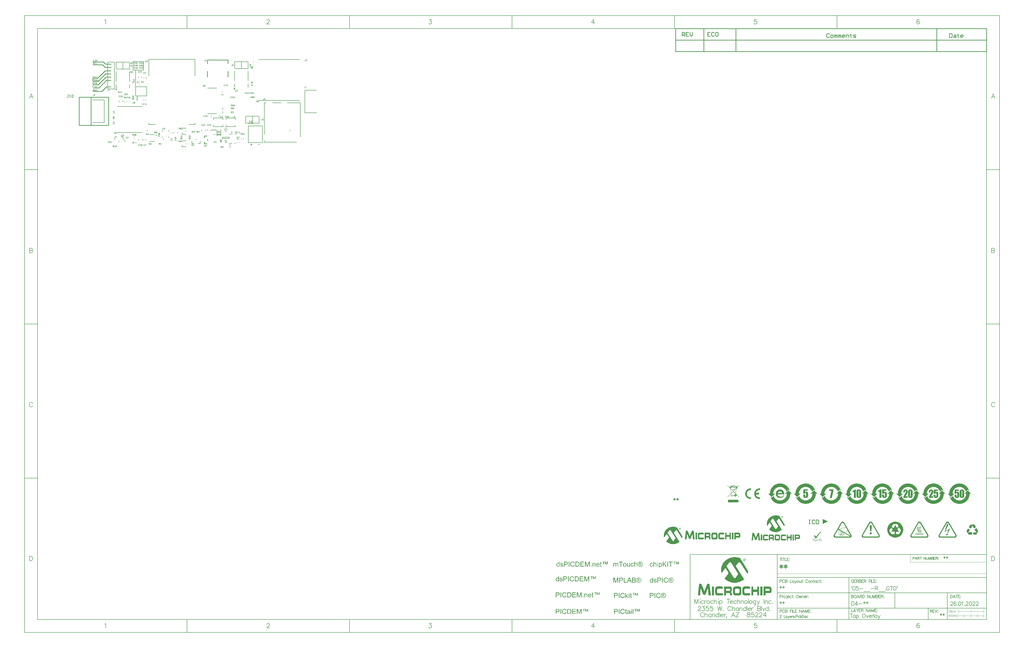
<source format=gto>
G04*
G04 #@! TF.GenerationSoftware,Altium Limited,Altium Designer,21.0.9 (235)*
G04*
G04 Layer_Color=65535*
%FSLAX44Y44*%
%MOMM*%
G71*
G04*
G04 #@! TF.SameCoordinates,D83CB673-9EFF-4C90-BE85-E941A3A9D43F*
G04*
G04*
G04 #@! TF.FilePolarity,Positive*
G04*
G01*
G75*
%ADD10C,0.2000*%
%ADD11C,0.1270*%
%ADD12C,0.2540*%
%ADD13C,0.2500*%
%ADD14C,0.1778*%
%ADD15C,0.1500*%
%ADD16C,0.1000*%
%ADD17C,0.1800*%
%ADD18C,0.3500*%
G36*
X879118Y346354D02*
X879118Y346345D01*
X879118Y346308D01*
X879118Y346244D01*
X879118Y346170D01*
X879118Y346077D01*
X879108Y345966D01*
X879108Y345846D01*
X879108Y345726D01*
X879090Y345458D01*
X879071Y345180D01*
X879062Y345060D01*
X879044Y344940D01*
X879025Y344829D01*
X879007Y344727D01*
X879007Y344718D01*
X878997Y344709D01*
X878997Y344681D01*
X878988Y344653D01*
X878960Y344561D01*
X878923Y344450D01*
X878868Y344320D01*
X878803Y344191D01*
X878720Y344052D01*
X878618Y343923D01*
X878609Y343904D01*
X878572Y343867D01*
X878507Y343812D01*
X878424Y343738D01*
X878313Y343655D01*
X878184Y343572D01*
X878036Y343479D01*
X877869Y343405D01*
X877860Y343405D01*
X877851Y343396D01*
X877823Y343387D01*
X877786Y343377D01*
X877740Y343359D01*
X877684Y343340D01*
X877610Y343322D01*
X877537Y343313D01*
X877361Y343276D01*
X877148Y343239D01*
X876908Y343220D01*
X876640Y343211D01*
X876492Y343211D01*
X876409Y343220D01*
X876325Y343220D01*
X876224Y343229D01*
X876122Y343239D01*
X875900Y343257D01*
X875669Y343294D01*
X875438Y343350D01*
X875336Y343377D01*
X875244Y343414D01*
X875234Y343414D01*
X875225Y343424D01*
X875170Y343451D01*
X875077Y343498D01*
X874976Y343562D01*
X874855Y343646D01*
X874726Y343738D01*
X874606Y343849D01*
X874495Y343969D01*
X874485Y343988D01*
X874448Y344025D01*
X874402Y344099D01*
X874347Y344191D01*
X874291Y344293D01*
X874227Y344413D01*
X874180Y344542D01*
X874134Y344681D01*
X874134Y344690D01*
X874125Y344709D01*
X874125Y344737D01*
X874116Y344783D01*
X874107Y344838D01*
X874097Y344912D01*
X874088Y344995D01*
X874079Y345088D01*
X874060Y345199D01*
X874051Y345319D01*
X874042Y345448D01*
X874033Y345596D01*
X874023Y345754D01*
X874023Y345929D01*
X874014Y346114D01*
X874014Y346308D01*
X874014Y349729D01*
X875308Y349729D01*
X875308Y346253D01*
X875308Y346244D01*
X875308Y346216D01*
X875308Y346179D01*
X875308Y346123D01*
X875308Y346049D01*
X875308Y345975D01*
X875318Y345809D01*
X875318Y345624D01*
X875327Y345448D01*
X875336Y345365D01*
X875336Y345291D01*
X875345Y345236D01*
X875355Y345180D01*
X875355Y345162D01*
X875373Y345116D01*
X875401Y345042D01*
X875438Y344949D01*
X875484Y344847D01*
X875558Y344746D01*
X875641Y344635D01*
X875743Y344542D01*
X875761Y344533D01*
X875798Y344505D01*
X875872Y344468D01*
X875965Y344431D01*
X876094Y344385D01*
X876242Y344348D01*
X876409Y344320D01*
X876603Y344311D01*
X876695Y344311D01*
X876788Y344320D01*
X876908Y344339D01*
X877047Y344367D01*
X877176Y344404D01*
X877315Y344459D01*
X877426Y344533D01*
X877435Y344542D01*
X877472Y344570D01*
X877518Y344616D01*
X877574Y344681D01*
X877629Y344764D01*
X877684Y344857D01*
X877731Y344958D01*
X877758Y345079D01*
X877758Y345097D01*
X877768Y345143D01*
X877777Y345227D01*
X877795Y345337D01*
X877795Y345411D01*
X877805Y345495D01*
X877805Y345587D01*
X877814Y345680D01*
X877814Y345790D01*
X877823Y345911D01*
X877823Y346040D01*
X877823Y346179D01*
X877823Y349729D01*
X879118Y349729D01*
X879118Y346354D01*
X879118Y346354D02*
G37*
G36*
X484427Y345182D02*
X484427Y345173D01*
X484427Y345145D01*
X484427Y345108D01*
X484427Y345052D01*
X484427Y344988D01*
X484417Y344904D01*
X484408Y344729D01*
X484390Y344535D01*
X484362Y344331D01*
X484325Y344128D01*
X484279Y343952D01*
X484279Y343943D01*
X484270Y343924D01*
X484260Y343897D01*
X484242Y343860D01*
X484196Y343758D01*
X484122Y343629D01*
X484029Y343490D01*
X483909Y343342D01*
X483770Y343194D01*
X483595Y343055D01*
X483585Y343055D01*
X483576Y343037D01*
X483548Y343027D01*
X483502Y343000D01*
X483456Y342981D01*
X483400Y342954D01*
X483326Y342917D01*
X483253Y342889D01*
X483160Y342861D01*
X483068Y342824D01*
X482846Y342778D01*
X482587Y342741D01*
X482300Y342722D01*
X482208Y342722D01*
X482143Y342732D01*
X482060Y342741D01*
X481977Y342750D01*
X481875Y342769D01*
X481764Y342787D01*
X481524Y342852D01*
X481404Y342898D01*
X481283Y342944D01*
X481163Y343009D01*
X481052Y343074D01*
X480941Y343157D01*
X480840Y343249D01*
X480830Y343259D01*
X480821Y343277D01*
X480793Y343305D01*
X480756Y343351D01*
X480719Y343407D01*
X480682Y343471D01*
X480636Y343554D01*
X480590Y343638D01*
X480534Y343749D01*
X480488Y343860D01*
X480451Y343989D01*
X480414Y344128D01*
X480377Y344276D01*
X480350Y344442D01*
X480340Y344618D01*
X480331Y344803D01*
X481561Y344941D01*
X481561Y344932D01*
X481561Y344914D01*
X481561Y344886D01*
X481570Y344849D01*
X481570Y344757D01*
X481588Y344636D01*
X481607Y344507D01*
X481635Y344377D01*
X481672Y344266D01*
X481718Y344165D01*
X481727Y344146D01*
X481755Y344109D01*
X481801Y344054D01*
X481875Y343998D01*
X481958Y343934D01*
X482069Y343878D01*
X482199Y343841D01*
X482346Y343823D01*
X482421Y343823D01*
X482494Y343832D01*
X482578Y343850D01*
X482679Y343878D01*
X482781Y343924D01*
X482873Y343980D01*
X482948Y344063D01*
X482957Y344072D01*
X482975Y344118D01*
X483003Y344183D01*
X483040Y344285D01*
X483058Y344350D01*
X483077Y344424D01*
X483086Y344507D01*
X483105Y344599D01*
X483114Y344710D01*
X483123Y344821D01*
X483132Y344951D01*
X483132Y345089D01*
X483132Y349241D01*
X484427Y349241D01*
X484427Y345182D01*
X484427Y345182D02*
G37*
G36*
X61792Y342120D02*
X60395Y342120D01*
X58102Y348518D01*
X59499Y348518D01*
X61126Y343784D01*
X62688Y348518D01*
X64066Y348518D01*
X61792Y342120D01*
X61792Y342120D02*
G37*
G36*
X884406Y348758D02*
X884397Y348749D01*
X884378Y348731D01*
X884351Y348703D01*
X884314Y348666D01*
X884267Y348610D01*
X884212Y348546D01*
X884147Y348472D01*
X884073Y348379D01*
X883999Y348278D01*
X883916Y348167D01*
X883824Y348046D01*
X883731Y347917D01*
X883639Y347769D01*
X883546Y347621D01*
X883445Y347455D01*
X883343Y347279D01*
X883334Y347270D01*
X883315Y347233D01*
X883287Y347187D01*
X883250Y347113D01*
X883213Y347029D01*
X883158Y346918D01*
X883102Y346798D01*
X883038Y346669D01*
X882973Y346521D01*
X882908Y346364D01*
X882834Y346197D01*
X882770Y346022D01*
X882640Y345643D01*
X882520Y345245D01*
X882520Y345236D01*
X882511Y345199D01*
X882492Y345143D01*
X882474Y345060D01*
X882455Y344968D01*
X882437Y344866D01*
X882409Y344737D01*
X882381Y344607D01*
X882354Y344459D01*
X882335Y344311D01*
X882289Y343988D01*
X882261Y343655D01*
X882252Y343331D01*
X881068Y343331D01*
X881068Y343350D01*
X881068Y343387D01*
X881078Y343461D01*
X881078Y343562D01*
X881087Y343683D01*
X881105Y343821D01*
X881124Y343988D01*
X881152Y344163D01*
X881179Y344357D01*
X881216Y344570D01*
X881263Y344792D01*
X881309Y345032D01*
X881374Y345273D01*
X881438Y345522D01*
X881521Y345772D01*
X881614Y346031D01*
X881623Y346049D01*
X881642Y346096D01*
X881669Y346170D01*
X881706Y346262D01*
X881762Y346382D01*
X881826Y346530D01*
X881900Y346687D01*
X881984Y346863D01*
X882076Y347048D01*
X882178Y347242D01*
X882289Y347455D01*
X882418Y347658D01*
X882686Y348093D01*
X882991Y348509D01*
X880209Y348509D01*
X880209Y349646D01*
X884406Y349646D01*
X884406Y348758D01*
X884406Y348758D02*
G37*
G36*
X55671Y348546D02*
X55754Y348537D01*
X55837Y348527D01*
X55939Y348509D01*
X56041Y348481D01*
X56272Y348416D01*
X56392Y348370D01*
X56522Y348306D01*
X56642Y348241D01*
X56753Y348167D01*
X56873Y348074D01*
X56975Y347973D01*
X56984Y347963D01*
X56993Y347954D01*
X57021Y347926D01*
X57049Y347889D01*
X57123Y347797D01*
X57206Y347668D01*
X57289Y347510D01*
X57354Y347326D01*
X57409Y347122D01*
X57418Y347020D01*
X57428Y346909D01*
X57428Y346900D01*
X57428Y346872D01*
X57418Y346826D01*
X57409Y346771D01*
X57400Y346697D01*
X57381Y346614D01*
X57354Y346521D01*
X57317Y346419D01*
X57261Y346318D01*
X57206Y346207D01*
X57132Y346096D01*
X57039Y345985D01*
X56928Y345874D01*
X56808Y345763D01*
X56669Y345661D01*
X56503Y345560D01*
X56512Y345560D01*
X56531Y345550D01*
X56558Y345550D01*
X56596Y345532D01*
X56697Y345504D01*
X56817Y345449D01*
X56956Y345375D01*
X57104Y345282D01*
X57252Y345162D01*
X57381Y345023D01*
X57400Y345005D01*
X57437Y344949D01*
X57483Y344866D01*
X57548Y344746D01*
X57613Y344607D01*
X57659Y344432D01*
X57696Y344247D01*
X57714Y344034D01*
X57714Y344025D01*
X57714Y343997D01*
X57714Y343951D01*
X57705Y343895D01*
X57696Y343821D01*
X57677Y343738D01*
X57659Y343637D01*
X57640Y343535D01*
X57566Y343313D01*
X57511Y343193D01*
X57455Y343063D01*
X57381Y342943D01*
X57298Y342823D01*
X57206Y342703D01*
X57095Y342592D01*
X57085Y342583D01*
X57067Y342564D01*
X57030Y342536D01*
X56984Y342499D01*
X56919Y342453D01*
X56854Y342407D01*
X56762Y342351D01*
X56669Y342296D01*
X56568Y342240D01*
X56448Y342185D01*
X56318Y342139D01*
X56189Y342093D01*
X56041Y342056D01*
X55893Y342028D01*
X55726Y342009D01*
X55560Y342000D01*
X55477Y342000D01*
X55412Y342009D01*
X55338Y342019D01*
X55255Y342028D01*
X55162Y342046D01*
X55051Y342065D01*
X54830Y342120D01*
X54589Y342213D01*
X54460Y342268D01*
X54349Y342333D01*
X54229Y342416D01*
X54118Y342499D01*
X54108Y342509D01*
X54090Y342527D01*
X54062Y342555D01*
X54025Y342592D01*
X53979Y342638D01*
X53933Y342703D01*
X53877Y342767D01*
X53822Y342851D01*
X53766Y342943D01*
X53702Y343036D01*
X53600Y343257D01*
X53517Y343516D01*
X53480Y343655D01*
X53461Y343803D01*
X54645Y343951D01*
X54645Y343942D01*
X54645Y343932D01*
X54654Y343877D01*
X54672Y343794D01*
X54700Y343692D01*
X54746Y343581D01*
X54793Y343461D01*
X54866Y343350D01*
X54950Y343248D01*
X54959Y343239D01*
X54996Y343211D01*
X55051Y343174D01*
X55116Y343137D01*
X55209Y343091D01*
X55310Y343054D01*
X55421Y343026D01*
X55551Y343017D01*
X55569Y343017D01*
X55615Y343026D01*
X55680Y343036D01*
X55773Y343054D01*
X55874Y343091D01*
X55976Y343137D01*
X56087Y343211D01*
X56189Y343304D01*
X56198Y343313D01*
X56235Y343359D01*
X56272Y343424D01*
X56327Y343507D01*
X56374Y343618D01*
X56420Y343757D01*
X56448Y343914D01*
X56457Y344090D01*
X56457Y344099D01*
X56457Y344108D01*
X56457Y344164D01*
X56448Y344247D01*
X56429Y344358D01*
X56392Y344478D01*
X56346Y344598D01*
X56281Y344718D01*
X56198Y344829D01*
X56189Y344838D01*
X56152Y344875D01*
X56096Y344922D01*
X56031Y344968D01*
X55939Y345023D01*
X55837Y345060D01*
X55726Y345097D01*
X55597Y345107D01*
X55504Y345107D01*
X55440Y345097D01*
X55357Y345088D01*
X55255Y345070D01*
X55153Y345042D01*
X55033Y345014D01*
X55162Y346003D01*
X55246Y346003D01*
X55338Y346013D01*
X55449Y346022D01*
X55569Y346050D01*
X55699Y346087D01*
X55819Y346142D01*
X55930Y346216D01*
X55939Y346225D01*
X55976Y346262D01*
X56013Y346309D01*
X56069Y346382D01*
X56115Y346466D01*
X56161Y346567D01*
X56189Y346688D01*
X56198Y346826D01*
X56198Y346845D01*
X56198Y346882D01*
X56189Y346937D01*
X56170Y347011D01*
X56152Y347094D01*
X56115Y347178D01*
X56069Y347270D01*
X56004Y347344D01*
X55995Y347353D01*
X55967Y347372D01*
X55930Y347409D01*
X55865Y347446D01*
X55791Y347473D01*
X55708Y347510D01*
X55597Y347529D01*
X55486Y347538D01*
X55430Y347538D01*
X55375Y347529D01*
X55301Y347510D01*
X55218Y347483D01*
X55125Y347446D01*
X55033Y347390D01*
X54950Y347316D01*
X54941Y347307D01*
X54913Y347279D01*
X54876Y347224D01*
X54830Y347150D01*
X54783Y347067D01*
X54746Y346956D01*
X54709Y346826D01*
X54682Y346678D01*
X53554Y346863D01*
X53554Y346872D01*
X53563Y346891D01*
X53563Y346919D01*
X53572Y346965D01*
X53600Y347067D01*
X53637Y347205D01*
X53692Y347353D01*
X53748Y347510D01*
X53822Y347658D01*
X53905Y347797D01*
X53914Y347816D01*
X53951Y347853D01*
X54007Y347917D01*
X54081Y348000D01*
X54173Y348084D01*
X54284Y348176D01*
X54423Y348269D01*
X54571Y348352D01*
X54580Y348352D01*
X54589Y348361D01*
X54645Y348380D01*
X54737Y348416D01*
X54848Y348453D01*
X54987Y348490D01*
X55153Y348527D01*
X55329Y348546D01*
X55523Y348555D01*
X55606Y348555D01*
X55671Y348546D01*
X55671Y348546D02*
G37*
G36*
X48210Y348546D02*
X48293Y348537D01*
X48376Y348527D01*
X48478Y348509D01*
X48580Y348481D01*
X48811Y348416D01*
X48931Y348370D01*
X49060Y348306D01*
X49180Y348241D01*
X49291Y348167D01*
X49412Y348074D01*
X49513Y347973D01*
X49523Y347963D01*
X49532Y347954D01*
X49560Y347926D01*
X49587Y347889D01*
X49661Y347797D01*
X49745Y347668D01*
X49828Y347510D01*
X49892Y347326D01*
X49948Y347122D01*
X49957Y347020D01*
X49966Y346909D01*
X49966Y346900D01*
X49966Y346872D01*
X49957Y346826D01*
X49948Y346771D01*
X49939Y346697D01*
X49920Y346614D01*
X49892Y346521D01*
X49855Y346419D01*
X49800Y346318D01*
X49745Y346207D01*
X49671Y346096D01*
X49578Y345985D01*
X49467Y345874D01*
X49347Y345763D01*
X49208Y345661D01*
X49042Y345560D01*
X49051Y345560D01*
X49069Y345550D01*
X49097Y345550D01*
X49134Y345532D01*
X49236Y345504D01*
X49356Y345449D01*
X49495Y345375D01*
X49643Y345282D01*
X49791Y345162D01*
X49920Y345023D01*
X49939Y345005D01*
X49976Y344949D01*
X50022Y344866D01*
X50087Y344746D01*
X50151Y344607D01*
X50198Y344432D01*
X50234Y344247D01*
X50253Y344034D01*
X50253Y344025D01*
X50253Y343997D01*
X50253Y343951D01*
X50244Y343895D01*
X50234Y343821D01*
X50216Y343738D01*
X50198Y343637D01*
X50179Y343535D01*
X50105Y343313D01*
X50050Y343193D01*
X49994Y343063D01*
X49920Y342943D01*
X49837Y342823D01*
X49745Y342703D01*
X49633Y342592D01*
X49624Y342583D01*
X49606Y342564D01*
X49569Y342536D01*
X49523Y342499D01*
X49458Y342453D01*
X49393Y342407D01*
X49301Y342351D01*
X49208Y342296D01*
X49106Y342240D01*
X48986Y342185D01*
X48857Y342139D01*
X48727Y342093D01*
X48580Y342056D01*
X48432Y342028D01*
X48265Y342009D01*
X48099Y342000D01*
X48016Y342000D01*
X47951Y342009D01*
X47877Y342019D01*
X47794Y342028D01*
X47701Y342046D01*
X47590Y342065D01*
X47368Y342120D01*
X47128Y342213D01*
X46999Y342268D01*
X46888Y342333D01*
X46767Y342416D01*
X46656Y342499D01*
X46647Y342509D01*
X46629Y342527D01*
X46601Y342555D01*
X46564Y342592D01*
X46518Y342638D01*
X46472Y342703D01*
X46416Y342767D01*
X46361Y342851D01*
X46305Y342943D01*
X46240Y343036D01*
X46139Y343257D01*
X46055Y343516D01*
X46019Y343655D01*
X46000Y343803D01*
X47183Y343951D01*
X47183Y343942D01*
X47183Y343932D01*
X47193Y343877D01*
X47211Y343794D01*
X47239Y343692D01*
X47285Y343581D01*
X47331Y343461D01*
X47405Y343350D01*
X47489Y343248D01*
X47498Y343239D01*
X47535Y343211D01*
X47590Y343174D01*
X47655Y343137D01*
X47747Y343091D01*
X47849Y343054D01*
X47960Y343026D01*
X48089Y343017D01*
X48108Y343017D01*
X48154Y343026D01*
X48219Y343036D01*
X48311Y343054D01*
X48413Y343091D01*
X48515Y343137D01*
X48626Y343211D01*
X48727Y343304D01*
X48737Y343313D01*
X48774Y343359D01*
X48811Y343424D01*
X48866Y343507D01*
X48912Y343618D01*
X48959Y343757D01*
X48986Y343914D01*
X48996Y344090D01*
X48996Y344099D01*
X48996Y344108D01*
X48996Y344164D01*
X48986Y344247D01*
X48968Y344358D01*
X48931Y344478D01*
X48885Y344598D01*
X48820Y344718D01*
X48737Y344829D01*
X48727Y344838D01*
X48691Y344875D01*
X48635Y344922D01*
X48570Y344968D01*
X48478Y345023D01*
X48376Y345060D01*
X48265Y345097D01*
X48136Y345107D01*
X48043Y345107D01*
X47979Y345097D01*
X47895Y345088D01*
X47794Y345070D01*
X47692Y345042D01*
X47572Y345014D01*
X47701Y346003D01*
X47784Y346003D01*
X47877Y346013D01*
X47988Y346022D01*
X48108Y346050D01*
X48237Y346087D01*
X48358Y346142D01*
X48469Y346216D01*
X48478Y346225D01*
X48515Y346262D01*
X48552Y346309D01*
X48607Y346382D01*
X48653Y346466D01*
X48700Y346567D01*
X48727Y346688D01*
X48737Y346826D01*
X48737Y346845D01*
X48737Y346882D01*
X48727Y346937D01*
X48709Y347011D01*
X48691Y347094D01*
X48653Y347178D01*
X48607Y347270D01*
X48542Y347344D01*
X48533Y347353D01*
X48506Y347372D01*
X48469Y347409D01*
X48404Y347446D01*
X48330Y347473D01*
X48247Y347510D01*
X48136Y347529D01*
X48025Y347538D01*
X47969Y347538D01*
X47914Y347529D01*
X47840Y347510D01*
X47757Y347483D01*
X47664Y347446D01*
X47572Y347390D01*
X47489Y347316D01*
X47479Y347307D01*
X47452Y347279D01*
X47415Y347224D01*
X47368Y347150D01*
X47322Y347067D01*
X47285Y346956D01*
X47248Y346826D01*
X47220Y346678D01*
X46093Y346863D01*
X46093Y346872D01*
X46102Y346891D01*
X46102Y346919D01*
X46111Y346965D01*
X46139Y347067D01*
X46176Y347205D01*
X46231Y347353D01*
X46287Y347510D01*
X46361Y347658D01*
X46444Y347797D01*
X46453Y347816D01*
X46490Y347853D01*
X46546Y347917D01*
X46620Y348000D01*
X46712Y348084D01*
X46823Y348176D01*
X46962Y348269D01*
X47109Y348352D01*
X47119Y348352D01*
X47128Y348361D01*
X47183Y348380D01*
X47276Y348416D01*
X47387Y348453D01*
X47526Y348490D01*
X47692Y348527D01*
X47868Y348546D01*
X48062Y348555D01*
X48145Y348555D01*
X48210Y348546D01*
X48210Y348546D02*
G37*
G36*
X487792Y349268D02*
X487875Y349259D01*
X487968Y349250D01*
X488069Y349231D01*
X488181Y349213D01*
X488421Y349148D01*
X488661Y349056D01*
X488791Y349000D01*
X488902Y348936D01*
X489022Y348852D01*
X489123Y348760D01*
X489133Y348751D01*
X489151Y348741D01*
X489170Y348704D01*
X489207Y348667D01*
X489253Y348621D01*
X489299Y348556D01*
X489345Y348492D01*
X489401Y348409D01*
X489493Y348224D01*
X489586Y348011D01*
X489623Y347891D01*
X489641Y347761D01*
X489660Y347623D01*
X489669Y347484D01*
X489669Y347465D01*
X489669Y347410D01*
X489660Y347327D01*
X489650Y347225D01*
X489632Y347096D01*
X489604Y346957D01*
X489567Y346809D01*
X489512Y346661D01*
X489503Y346643D01*
X489484Y346596D01*
X489447Y346513D01*
X489392Y346411D01*
X489327Y346291D01*
X489244Y346152D01*
X489142Y346005D01*
X489022Y345847D01*
X489013Y345838D01*
X488976Y345792D01*
X488920Y345727D01*
X488837Y345635D01*
X488726Y345524D01*
X488587Y345376D01*
X488421Y345219D01*
X488218Y345025D01*
X488208Y345015D01*
X488190Y345006D01*
X488162Y344978D01*
X488125Y344941D01*
X488023Y344849D01*
X487903Y344738D01*
X487783Y344618D01*
X487663Y344498D01*
X487552Y344396D01*
X487515Y344350D01*
X487478Y344313D01*
X487469Y344303D01*
X487450Y344285D01*
X487422Y344248D01*
X487385Y344202D01*
X487302Y344100D01*
X487228Y343980D01*
X489669Y343980D01*
X489669Y342843D01*
X485370Y342843D01*
X485370Y342852D01*
X485370Y342870D01*
X485379Y342907D01*
X485388Y342954D01*
X485398Y343009D01*
X485407Y343074D01*
X485444Y343240D01*
X485499Y343425D01*
X485573Y343629D01*
X485666Y343850D01*
X485786Y344063D01*
X485786Y344072D01*
X485804Y344091D01*
X485823Y344128D01*
X485860Y344165D01*
X485897Y344230D01*
X485952Y344294D01*
X486017Y344377D01*
X486091Y344470D01*
X486174Y344581D01*
X486276Y344692D01*
X486387Y344821D01*
X486516Y344960D01*
X486655Y345098D01*
X486812Y345256D01*
X486979Y345422D01*
X487164Y345598D01*
X487173Y345607D01*
X487200Y345635D01*
X487237Y345672D01*
X487293Y345727D01*
X487367Y345783D01*
X487441Y345857D01*
X487607Y346023D01*
X487774Y346199D01*
X487940Y346374D01*
X488014Y346448D01*
X488088Y346532D01*
X488144Y346596D01*
X488181Y346652D01*
X488190Y346670D01*
X488218Y346716D01*
X488264Y346791D01*
X488310Y346892D01*
X488356Y347003D01*
X488402Y347133D01*
X488430Y347262D01*
X488439Y347401D01*
X488439Y347410D01*
X488439Y347419D01*
X488439Y347465D01*
X488430Y347549D01*
X488412Y347641D01*
X488384Y347743D01*
X488347Y347845D01*
X488291Y347946D01*
X488218Y348039D01*
X488208Y348048D01*
X488181Y348076D01*
X488125Y348113D01*
X488060Y348150D01*
X487968Y348187D01*
X487866Y348224D01*
X487746Y348251D01*
X487607Y348260D01*
X487542Y348260D01*
X487469Y348251D01*
X487385Y348233D01*
X487284Y348205D01*
X487182Y348159D01*
X487080Y348103D01*
X486988Y348029D01*
X486979Y348020D01*
X486951Y347983D01*
X486914Y347928D01*
X486877Y347845D01*
X486831Y347743D01*
X486794Y347604D01*
X486757Y347447D01*
X486738Y347262D01*
X485518Y347382D01*
X485518Y347392D01*
X485527Y347428D01*
X485527Y347475D01*
X485546Y347549D01*
X485555Y347632D01*
X485583Y347724D01*
X485610Y347826D01*
X485638Y347946D01*
X485730Y348177D01*
X485841Y348418D01*
X485915Y348538D01*
X485998Y348649D01*
X486091Y348741D01*
X486193Y348834D01*
X486202Y348843D01*
X486220Y348852D01*
X486248Y348871D01*
X486294Y348908D01*
X486350Y348936D01*
X486424Y348973D01*
X486498Y349019D01*
X486590Y349056D01*
X486692Y349102D01*
X486803Y349139D01*
X487043Y349213D01*
X487330Y349259D01*
X487478Y349268D01*
X487635Y349278D01*
X487727Y349278D01*
X487792Y349268D01*
X487792Y349268D02*
G37*
G36*
X52509Y342120D02*
X51279Y342120D01*
X51279Y343350D01*
X52509Y343350D01*
X52509Y342120D01*
X52509Y342120D02*
G37*
G36*
X255713Y342884D02*
X255713Y342875D01*
X255713Y342838D01*
X255713Y342774D01*
X255713Y342700D01*
X255713Y342607D01*
X255704Y342496D01*
X255704Y342376D01*
X255704Y342256D01*
X255685Y341988D01*
X255667Y341710D01*
X255657Y341590D01*
X255639Y341470D01*
X255620Y341359D01*
X255602Y341257D01*
X255602Y341248D01*
X255593Y341239D01*
X255593Y341211D01*
X255583Y341183D01*
X255556Y341091D01*
X255519Y340980D01*
X255463Y340850D01*
X255399Y340721D01*
X255315Y340582D01*
X255214Y340453D01*
X255204Y340434D01*
X255167Y340397D01*
X255103Y340342D01*
X255019Y340268D01*
X254909Y340185D01*
X254779Y340102D01*
X254631Y340009D01*
X254465Y339935D01*
X254455Y339935D01*
X254446Y339926D01*
X254418Y339917D01*
X254382Y339907D01*
X254335Y339889D01*
X254280Y339870D01*
X254206Y339852D01*
X254132Y339843D01*
X253956Y339806D01*
X253743Y339769D01*
X253503Y339750D01*
X253235Y339741D01*
X253087Y339741D01*
X253004Y339750D01*
X252921Y339750D01*
X252819Y339759D01*
X252717Y339769D01*
X252495Y339787D01*
X252264Y339824D01*
X252033Y339880D01*
X251931Y339907D01*
X251839Y339944D01*
X251830Y339944D01*
X251820Y339954D01*
X251765Y339981D01*
X251672Y340028D01*
X251571Y340092D01*
X251451Y340176D01*
X251321Y340268D01*
X251201Y340379D01*
X251090Y340499D01*
X251081Y340518D01*
X251044Y340555D01*
X250998Y340629D01*
X250942Y340721D01*
X250887Y340823D01*
X250822Y340943D01*
X250776Y341072D01*
X250729Y341211D01*
X250729Y341220D01*
X250720Y341239D01*
X250720Y341266D01*
X250711Y341313D01*
X250702Y341368D01*
X250693Y341442D01*
X250683Y341525D01*
X250674Y341618D01*
X250655Y341729D01*
X250646Y341849D01*
X250637Y341978D01*
X250628Y342126D01*
X250618Y342284D01*
X250618Y342459D01*
X250609Y342644D01*
X250609Y342838D01*
X250609Y346259D01*
X251904Y346259D01*
X251904Y342783D01*
X251904Y342774D01*
X251904Y342746D01*
X251904Y342709D01*
X251904Y342653D01*
X251904Y342579D01*
X251904Y342505D01*
X251913Y342339D01*
X251913Y342154D01*
X251922Y341978D01*
X251931Y341895D01*
X251931Y341821D01*
X251941Y341766D01*
X251950Y341710D01*
X251950Y341692D01*
X251968Y341646D01*
X251996Y341572D01*
X252033Y341479D01*
X252079Y341377D01*
X252153Y341276D01*
X252236Y341165D01*
X252338Y341072D01*
X252357Y341063D01*
X252394Y341035D01*
X252468Y340998D01*
X252560Y340961D01*
X252689Y340915D01*
X252837Y340878D01*
X253004Y340850D01*
X253198Y340841D01*
X253291Y340841D01*
X253383Y340850D01*
X253503Y340869D01*
X253642Y340897D01*
X253771Y340934D01*
X253910Y340989D01*
X254021Y341063D01*
X254030Y341072D01*
X254067Y341100D01*
X254113Y341146D01*
X254169Y341211D01*
X254224Y341294D01*
X254280Y341387D01*
X254326Y341488D01*
X254354Y341609D01*
X254354Y341627D01*
X254363Y341673D01*
X254372Y341757D01*
X254391Y341867D01*
X254391Y341941D01*
X254400Y342025D01*
X254400Y342117D01*
X254409Y342210D01*
X254409Y342320D01*
X254418Y342441D01*
X254418Y342570D01*
X254418Y342709D01*
X254418Y346259D01*
X255713Y346259D01*
X255713Y342884D01*
X255713Y342884D02*
G37*
G36*
X260844Y345029D02*
X258524Y345029D01*
X258329Y343938D01*
X258339Y343938D01*
X258348Y343948D01*
X258403Y343975D01*
X258486Y344003D01*
X258588Y344049D01*
X258718Y344086D01*
X258856Y344114D01*
X259014Y344142D01*
X259171Y344151D01*
X259254Y344151D01*
X259309Y344142D01*
X259374Y344133D01*
X259457Y344123D01*
X259550Y344105D01*
X259651Y344077D01*
X259864Y344003D01*
X259984Y343957D01*
X260095Y343901D01*
X260215Y343828D01*
X260336Y343744D01*
X260447Y343652D01*
X260557Y343550D01*
X260567Y343541D01*
X260585Y343522D01*
X260613Y343485D01*
X260650Y343439D01*
X260687Y343384D01*
X260742Y343310D01*
X260789Y343227D01*
X260844Y343134D01*
X260900Y343032D01*
X260946Y342912D01*
X261001Y342783D01*
X261038Y342653D01*
X261075Y342505D01*
X261103Y342348D01*
X261122Y342182D01*
X261131Y342006D01*
X261131Y341997D01*
X261131Y341969D01*
X261131Y341932D01*
X261122Y341877D01*
X261122Y341803D01*
X261103Y341720D01*
X261094Y341627D01*
X261075Y341535D01*
X261020Y341313D01*
X260937Y341072D01*
X260881Y340943D01*
X260826Y340823D01*
X260752Y340703D01*
X260669Y340582D01*
X260659Y340573D01*
X260641Y340545D01*
X260604Y340508D01*
X260557Y340453D01*
X260493Y340388D01*
X260410Y340314D01*
X260317Y340240D01*
X260215Y340166D01*
X260095Y340083D01*
X259966Y340009D01*
X259827Y339935D01*
X259670Y339870D01*
X259503Y339815D01*
X259328Y339778D01*
X259134Y339750D01*
X258930Y339741D01*
X258847Y339741D01*
X258782Y339750D01*
X258708Y339759D01*
X258616Y339769D01*
X258524Y339778D01*
X258412Y339796D01*
X258191Y339852D01*
X257941Y339944D01*
X257821Y339991D01*
X257701Y340055D01*
X257590Y340129D01*
X257479Y340213D01*
X257470Y340222D01*
X257451Y340231D01*
X257423Y340259D01*
X257386Y340296D01*
X257349Y340351D01*
X257294Y340407D01*
X257248Y340471D01*
X257192Y340545D01*
X257127Y340638D01*
X257072Y340730D01*
X256970Y340952D01*
X256878Y341202D01*
X256850Y341340D01*
X256822Y341488D01*
X258043Y341618D01*
X258043Y341599D01*
X258052Y341553D01*
X258071Y341470D01*
X258098Y341377D01*
X258135Y341276D01*
X258191Y341165D01*
X258265Y341063D01*
X258348Y340961D01*
X258357Y340952D01*
X258394Y340924D01*
X258449Y340887D01*
X258524Y340841D01*
X258607Y340795D01*
X258708Y340758D01*
X258829Y340730D01*
X258949Y340721D01*
X258967Y340721D01*
X259014Y340730D01*
X259088Y340740D01*
X259180Y340758D01*
X259282Y340795D01*
X259393Y340850D01*
X259503Y340934D01*
X259605Y341035D01*
X259615Y341054D01*
X259651Y341091D01*
X259688Y341165D01*
X259744Y341276D01*
X259790Y341405D01*
X259836Y341562D01*
X259864Y341757D01*
X259873Y341978D01*
X259873Y341988D01*
X259873Y342006D01*
X259873Y342034D01*
X259873Y342080D01*
X259864Y342182D01*
X259836Y342311D01*
X259809Y342459D01*
X259762Y342607D01*
X259698Y342746D01*
X259605Y342866D01*
X259596Y342875D01*
X259559Y342912D01*
X259494Y342958D01*
X259420Y343023D01*
X259319Y343079D01*
X259198Y343125D01*
X259060Y343162D01*
X258912Y343171D01*
X258856Y343171D01*
X258819Y343162D01*
X258727Y343143D01*
X258598Y343116D01*
X258449Y343060D01*
X258292Y342977D01*
X258209Y342921D01*
X258126Y342857D01*
X258043Y342783D01*
X257959Y342700D01*
X256970Y342838D01*
X257599Y346176D01*
X260844Y346176D01*
X260844Y345029D01*
X260844Y345029D02*
G37*
G36*
X240738Y339192D02*
X240803Y339192D01*
X240877Y339183D01*
X241043Y339146D01*
X241228Y339099D01*
X241432Y339025D01*
X241635Y338924D01*
X241728Y338859D01*
X241820Y338785D01*
X241829Y338785D01*
X241838Y338767D01*
X241866Y338739D01*
X241894Y338711D01*
X241940Y338665D01*
X241977Y338619D01*
X242079Y338489D01*
X242181Y338313D01*
X242282Y338110D01*
X242375Y337879D01*
X242439Y337602D01*
X241256Y337472D01*
X241256Y337491D01*
X241247Y337528D01*
X241228Y337592D01*
X241210Y337676D01*
X241182Y337759D01*
X241136Y337851D01*
X241090Y337934D01*
X241025Y338008D01*
X241016Y338018D01*
X240988Y338036D01*
X240951Y338064D01*
X240895Y338101D01*
X240831Y338129D01*
X240748Y338156D01*
X240646Y338175D01*
X240544Y338184D01*
X240526Y338184D01*
X240479Y338175D01*
X240405Y338166D01*
X240313Y338138D01*
X240211Y338101D01*
X240100Y338036D01*
X239989Y337953D01*
X239888Y337833D01*
X239878Y337814D01*
X239860Y337796D01*
X239841Y337759D01*
X239823Y337722D01*
X239795Y337666D01*
X239777Y337602D01*
X239749Y337518D01*
X239712Y337426D01*
X239684Y337324D01*
X239657Y337204D01*
X239629Y337075D01*
X239601Y336927D01*
X239583Y336760D01*
X239564Y336575D01*
X239545Y336381D01*
X239555Y336390D01*
X239564Y336409D01*
X239592Y336427D01*
X239629Y336464D01*
X239675Y336511D01*
X239730Y336557D01*
X239860Y336659D01*
X240026Y336751D01*
X240221Y336843D01*
X240331Y336880D01*
X240442Y336899D01*
X240563Y336917D01*
X240692Y336927D01*
X240766Y336927D01*
X240821Y336917D01*
X240886Y336908D01*
X240960Y336899D01*
X241053Y336880D01*
X241145Y336853D01*
X241348Y336779D01*
X241459Y336732D01*
X241570Y336677D01*
X241681Y336612D01*
X241792Y336529D01*
X241903Y336437D01*
X242005Y336335D01*
X242014Y336326D01*
X242033Y336307D01*
X242060Y336279D01*
X242088Y336233D01*
X242134Y336169D01*
X242181Y336104D01*
X242227Y336021D01*
X242282Y335928D01*
X242338Y335826D01*
X242384Y335706D01*
X242430Y335586D01*
X242476Y335447D01*
X242504Y335309D01*
X242532Y335151D01*
X242550Y334994D01*
X242560Y334819D01*
X242560Y334809D01*
X242560Y334772D01*
X242560Y334726D01*
X242550Y334652D01*
X242541Y334569D01*
X242532Y334477D01*
X242513Y334366D01*
X242486Y334255D01*
X242421Y333996D01*
X242375Y333866D01*
X242310Y333737D01*
X242245Y333607D01*
X242171Y333478D01*
X242079Y333349D01*
X241977Y333238D01*
X241968Y333228D01*
X241949Y333210D01*
X241922Y333182D01*
X241875Y333145D01*
X241820Y333099D01*
X241746Y333053D01*
X241672Y332997D01*
X241580Y332942D01*
X241478Y332886D01*
X241367Y332831D01*
X241247Y332785D01*
X241108Y332738D01*
X240969Y332701D01*
X240821Y332674D01*
X240664Y332655D01*
X240498Y332646D01*
X240452Y332646D01*
X240405Y332655D01*
X240341Y332655D01*
X240257Y332674D01*
X240156Y332683D01*
X240054Y332711D01*
X239934Y332738D01*
X239814Y332775D01*
X239684Y332831D01*
X239545Y332886D01*
X239416Y332960D01*
X239277Y333044D01*
X239148Y333145D01*
X239018Y333265D01*
X238898Y333395D01*
X238889Y333404D01*
X238871Y333432D01*
X238843Y333478D01*
X238806Y333543D01*
X238750Y333626D01*
X238704Y333728D01*
X238649Y333848D01*
X238593Y333987D01*
X238528Y334153D01*
X238473Y334329D01*
X238427Y334532D01*
X238381Y334763D01*
X238334Y335004D01*
X238307Y335272D01*
X238288Y335558D01*
X238279Y335873D01*
X238279Y335882D01*
X238279Y335891D01*
X238279Y335919D01*
X238279Y335947D01*
X238279Y336039D01*
X238288Y336159D01*
X238297Y336307D01*
X238316Y336474D01*
X238334Y336659D01*
X238362Y336853D01*
X238390Y337056D01*
X238436Y337269D01*
X238491Y337481D01*
X238556Y337694D01*
X238630Y337888D01*
X238713Y338082D01*
X238815Y338258D01*
X238926Y338415D01*
X238935Y338424D01*
X238954Y338452D01*
X238991Y338489D01*
X239046Y338535D01*
X239111Y338600D01*
X239185Y338665D01*
X239277Y338739D01*
X239379Y338813D01*
X239499Y338877D01*
X239620Y338951D01*
X239767Y339016D01*
X239915Y339081D01*
X240072Y339127D01*
X240248Y339164D01*
X240424Y339192D01*
X240618Y339201D01*
X240692Y339201D01*
X240738Y339192D01*
X240738Y339192D02*
G37*
G36*
X48764Y338329D02*
X48866Y338320D01*
X48986Y338311D01*
X49106Y338292D01*
X49245Y338274D01*
X49541Y338209D01*
X49689Y338163D01*
X49837Y338116D01*
X49985Y338052D01*
X50124Y337978D01*
X50253Y337895D01*
X50373Y337802D01*
X50382Y337793D01*
X50401Y337774D01*
X50429Y337747D01*
X50466Y337710D01*
X50512Y337654D01*
X50567Y337589D01*
X50623Y337515D01*
X50687Y337432D01*
X50743Y337331D01*
X50799Y337229D01*
X50854Y337109D01*
X50900Y336979D01*
X50946Y336850D01*
X50983Y336702D01*
X51011Y336554D01*
X51020Y336387D01*
X49726Y336341D01*
X49726Y336351D01*
X49726Y336360D01*
X49707Y336424D01*
X49689Y336508D01*
X49652Y336609D01*
X49606Y336730D01*
X49541Y336841D01*
X49458Y336951D01*
X49365Y337044D01*
X49356Y337053D01*
X49319Y337081D01*
X49254Y337118D01*
X49162Y337155D01*
X49051Y337192D01*
X48912Y337229D01*
X48746Y337257D01*
X48552Y337266D01*
X48459Y337266D01*
X48358Y337257D01*
X48237Y337238D01*
X48099Y337210D01*
X47951Y337164D01*
X47812Y337109D01*
X47683Y337025D01*
X47674Y337016D01*
X47655Y336998D01*
X47618Y336970D01*
X47581Y336924D01*
X47544Y336868D01*
X47507Y336794D01*
X47489Y336720D01*
X47479Y336628D01*
X47479Y336619D01*
X47479Y336591D01*
X47489Y336545D01*
X47507Y336498D01*
X47526Y336434D01*
X47553Y336369D01*
X47600Y336304D01*
X47664Y336240D01*
X47674Y336230D01*
X47720Y336203D01*
X47747Y336184D01*
X47794Y336166D01*
X47840Y336138D01*
X47905Y336110D01*
X47979Y336082D01*
X48062Y336045D01*
X48163Y336008D01*
X48265Y335971D01*
X48395Y335934D01*
X48533Y335897D01*
X48681Y335860D01*
X48848Y335814D01*
X48857Y335814D01*
X48894Y335805D01*
X48940Y335796D01*
X49005Y335777D01*
X49079Y335759D01*
X49171Y335731D01*
X49273Y335703D01*
X49375Y335676D01*
X49597Y335602D01*
X49828Y335528D01*
X50050Y335444D01*
X50142Y335398D01*
X50234Y335352D01*
X50244Y335352D01*
X50253Y335343D01*
X50308Y335306D01*
X50392Y335250D01*
X50493Y335176D01*
X50604Y335084D01*
X50725Y334973D01*
X50845Y334843D01*
X50946Y334696D01*
X50956Y334677D01*
X50983Y334622D01*
X51030Y334538D01*
X51076Y334418D01*
X51122Y334270D01*
X51168Y334095D01*
X51196Y333900D01*
X51205Y333679D01*
X51205Y333669D01*
X51205Y333651D01*
X51205Y333623D01*
X51205Y333586D01*
X51196Y333540D01*
X51187Y333475D01*
X51168Y333346D01*
X51131Y333179D01*
X51076Y333004D01*
X50993Y332828D01*
X50891Y332643D01*
X50891Y332634D01*
X50872Y332625D01*
X50835Y332569D01*
X50761Y332477D01*
X50669Y332375D01*
X50549Y332255D01*
X50392Y332144D01*
X50225Y332033D01*
X50022Y331931D01*
X50013Y331931D01*
X49994Y331922D01*
X49966Y331913D01*
X49920Y331894D01*
X49865Y331876D01*
X49800Y331857D01*
X49726Y331839D01*
X49643Y331820D01*
X49541Y331792D01*
X49439Y331774D01*
X49199Y331737D01*
X48931Y331709D01*
X48635Y331700D01*
X48515Y331700D01*
X48432Y331709D01*
X48330Y331718D01*
X48219Y331728D01*
X48089Y331746D01*
X47951Y331774D01*
X47646Y331839D01*
X47489Y331885D01*
X47341Y331931D01*
X47183Y331996D01*
X47035Y332070D01*
X46897Y332153D01*
X46767Y332255D01*
X46758Y332264D01*
X46740Y332282D01*
X46703Y332310D01*
X46666Y332356D01*
X46610Y332421D01*
X46555Y332495D01*
X46490Y332578D01*
X46425Y332671D01*
X46361Y332782D01*
X46296Y332902D01*
X46231Y333041D01*
X46166Y333189D01*
X46120Y333346D01*
X46065Y333521D01*
X46028Y333706D01*
X46000Y333900D01*
X47257Y334021D01*
X47257Y334011D01*
X47267Y333993D01*
X47267Y333956D01*
X47276Y333919D01*
X47313Y333808D01*
X47359Y333669D01*
X47415Y333512D01*
X47498Y333355D01*
X47590Y333216D01*
X47710Y333087D01*
X47729Y333078D01*
X47775Y333041D01*
X47849Y332994D01*
X47960Y332939D01*
X48099Y332883D01*
X48256Y332837D01*
X48441Y332800D01*
X48653Y332791D01*
X48755Y332791D01*
X48866Y332809D01*
X49005Y332828D01*
X49153Y332856D01*
X49310Y332902D01*
X49458Y332967D01*
X49587Y333050D01*
X49606Y333059D01*
X49643Y333096D01*
X49689Y333152D01*
X49754Y333226D01*
X49809Y333318D01*
X49865Y333429D01*
X49902Y333540D01*
X49911Y333669D01*
X49911Y333679D01*
X49911Y333706D01*
X49902Y333753D01*
X49892Y333808D01*
X49874Y333863D01*
X49855Y333928D01*
X49818Y333993D01*
X49772Y334058D01*
X49763Y334067D01*
X49745Y334085D01*
X49717Y334113D01*
X49671Y334150D01*
X49606Y334196D01*
X49523Y334243D01*
X49430Y334289D01*
X49310Y334335D01*
X49301Y334335D01*
X49264Y334353D01*
X49199Y334372D01*
X49153Y334390D01*
X49097Y334400D01*
X49033Y334418D01*
X48959Y334446D01*
X48875Y334464D01*
X48783Y334492D01*
X48672Y334520D01*
X48552Y334548D01*
X48422Y334585D01*
X48274Y334622D01*
X48265Y334622D01*
X48228Y334631D01*
X48173Y334649D01*
X48108Y334668D01*
X48025Y334696D01*
X47923Y334723D01*
X47821Y334760D01*
X47701Y334797D01*
X47461Y334890D01*
X47230Y335001D01*
X47109Y335056D01*
X47008Y335121D01*
X46906Y335186D01*
X46823Y335250D01*
X46814Y335260D01*
X46795Y335278D01*
X46767Y335306D01*
X46730Y335343D01*
X46684Y335398D01*
X46638Y335463D01*
X46582Y335528D01*
X46536Y335611D01*
X46425Y335805D01*
X46333Y336027D01*
X46296Y336147D01*
X46268Y336267D01*
X46250Y336406D01*
X46240Y336545D01*
X46240Y336554D01*
X46240Y336563D01*
X46240Y336591D01*
X46240Y336628D01*
X46259Y336720D01*
X46277Y336841D01*
X46305Y336979D01*
X46351Y337136D01*
X46416Y337303D01*
X46508Y337460D01*
X46508Y337469D01*
X46518Y337478D01*
X46564Y337534D01*
X46620Y337608D01*
X46712Y337700D01*
X46823Y337802D01*
X46962Y337913D01*
X47119Y338015D01*
X47304Y338107D01*
X47313Y338107D01*
X47331Y338116D01*
X47359Y338126D01*
X47396Y338144D01*
X47452Y338163D01*
X47507Y338181D01*
X47581Y338200D01*
X47664Y338227D01*
X47849Y338264D01*
X48062Y338301D01*
X48302Y338329D01*
X48570Y338338D01*
X48681Y338338D01*
X48764Y338329D01*
X48764Y338329D02*
G37*
G36*
X55255Y338329D02*
X55357Y338320D01*
X55468Y338301D01*
X55597Y338283D01*
X55736Y338255D01*
X55884Y338218D01*
X56041Y338172D01*
X56198Y338116D01*
X56364Y338042D01*
X56522Y337968D01*
X56669Y337876D01*
X56827Y337765D01*
X56965Y337645D01*
X56975Y337645D01*
X56984Y337626D01*
X57011Y337599D01*
X57039Y337571D01*
X57076Y337525D01*
X57113Y337469D01*
X57215Y337340D01*
X57317Y337173D01*
X57428Y336970D01*
X57529Y336739D01*
X57622Y336471D01*
X56346Y336166D01*
X56346Y336175D01*
X56337Y336184D01*
X56337Y336212D01*
X56318Y336249D01*
X56290Y336332D01*
X56244Y336443D01*
X56179Y336572D01*
X56096Y336702D01*
X55985Y336831D01*
X55865Y336942D01*
X55847Y336951D01*
X55800Y336988D01*
X55726Y337035D01*
X55625Y337090D01*
X55495Y337146D01*
X55347Y337192D01*
X55181Y337229D01*
X54996Y337238D01*
X54931Y337238D01*
X54876Y337229D01*
X54820Y337220D01*
X54746Y337210D01*
X54589Y337173D01*
X54404Y337109D01*
X54210Y337016D01*
X54108Y336961D01*
X54016Y336896D01*
X53924Y336813D01*
X53840Y336720D01*
X53840Y336711D01*
X53822Y336693D01*
X53803Y336665D01*
X53776Y336619D01*
X53739Y336563D01*
X53702Y336498D01*
X53665Y336415D01*
X53628Y336323D01*
X53581Y336212D01*
X53544Y336092D01*
X53507Y335953D01*
X53471Y335805D01*
X53443Y335639D01*
X53424Y335463D01*
X53415Y335269D01*
X53406Y335056D01*
X53406Y335047D01*
X53406Y335001D01*
X53406Y334936D01*
X53415Y334862D01*
X53415Y334760D01*
X53433Y334640D01*
X53443Y334520D01*
X53461Y334381D01*
X53517Y334095D01*
X53591Y333808D01*
X53637Y333669D01*
X53702Y333540D01*
X53766Y333420D01*
X53840Y333318D01*
X53850Y333309D01*
X53859Y333299D01*
X53886Y333272D01*
X53924Y333235D01*
X54016Y333161D01*
X54145Y333068D01*
X54303Y332967D01*
X54497Y332893D01*
X54719Y332828D01*
X54839Y332819D01*
X54968Y332809D01*
X55015Y332809D01*
X55051Y332819D01*
X55153Y332828D01*
X55273Y332846D01*
X55403Y332893D01*
X55551Y332948D01*
X55699Y333022D01*
X55847Y333133D01*
X55865Y333152D01*
X55911Y333198D01*
X55976Y333272D01*
X56050Y333383D01*
X56142Y333531D01*
X56226Y333706D01*
X56309Y333919D01*
X56383Y334169D01*
X57640Y333780D01*
X57640Y333771D01*
X57631Y333734D01*
X57613Y333679D01*
X57585Y333605D01*
X57548Y333521D01*
X57511Y333420D01*
X57465Y333309D01*
X57409Y333189D01*
X57280Y332939D01*
X57113Y332680D01*
X56910Y332430D01*
X56799Y332319D01*
X56679Y332218D01*
X56669Y332209D01*
X56651Y332199D01*
X56614Y332172D01*
X56558Y332135D01*
X56494Y332098D01*
X56411Y332061D01*
X56318Y332014D01*
X56216Y331968D01*
X56096Y331913D01*
X55967Y331866D01*
X55828Y331829D01*
X55680Y331792D01*
X55523Y331755D01*
X55347Y331728D01*
X55172Y331718D01*
X54977Y331709D01*
X54922Y331709D01*
X54857Y331718D01*
X54765Y331728D01*
X54663Y331737D01*
X54534Y331755D01*
X54395Y331783D01*
X54238Y331820D01*
X54081Y331866D01*
X53914Y331922D01*
X53739Y331996D01*
X53563Y332079D01*
X53387Y332172D01*
X53212Y332292D01*
X53045Y332421D01*
X52888Y332578D01*
X52879Y332588D01*
X52851Y332615D01*
X52814Y332671D01*
X52758Y332735D01*
X52703Y332828D01*
X52629Y332930D01*
X52555Y333059D01*
X52481Y333207D01*
X52407Y333364D01*
X52333Y333540D01*
X52259Y333743D01*
X52204Y333956D01*
X52148Y334178D01*
X52111Y334427D01*
X52084Y334686D01*
X52074Y334964D01*
X52074Y334973D01*
X52074Y334982D01*
X52074Y335038D01*
X52084Y335121D01*
X52084Y335232D01*
X52102Y335361D01*
X52121Y335518D01*
X52139Y335685D01*
X52176Y335879D01*
X52222Y336073D01*
X52278Y336277D01*
X52343Y336480D01*
X52426Y336693D01*
X52518Y336896D01*
X52629Y337090D01*
X52749Y337275D01*
X52897Y337451D01*
X52906Y337460D01*
X52934Y337488D01*
X52980Y337534D01*
X53045Y337589D01*
X53128Y337654D01*
X53230Y337728D01*
X53341Y337811D01*
X53480Y337895D01*
X53628Y337978D01*
X53785Y338061D01*
X53970Y338135D01*
X54155Y338200D01*
X54367Y338255D01*
X54580Y338301D01*
X54820Y338329D01*
X55061Y338338D01*
X55172Y338338D01*
X55255Y338329D01*
X55255Y338329D02*
G37*
G36*
X195395Y334964D02*
X195395Y334955D01*
X195395Y334927D01*
X195395Y334890D01*
X195395Y334835D01*
X195395Y334770D01*
X195385Y334687D01*
X195376Y334511D01*
X195358Y334317D01*
X195330Y334114D01*
X195293Y333910D01*
X195247Y333735D01*
X195247Y333725D01*
X195237Y333707D01*
X195228Y333679D01*
X195210Y333642D01*
X195163Y333540D01*
X195089Y333411D01*
X194997Y333272D01*
X194877Y333124D01*
X194738Y332976D01*
X194562Y332838D01*
X194553Y332838D01*
X194544Y332819D01*
X194516Y332810D01*
X194470Y332782D01*
X194424Y332764D01*
X194368Y332736D01*
X194294Y332699D01*
X194220Y332671D01*
X194128Y332644D01*
X194035Y332607D01*
X193814Y332560D01*
X193555Y332523D01*
X193268Y332505D01*
X193176Y332505D01*
X193111Y332514D01*
X193028Y332523D01*
X192945Y332533D01*
X192843Y332551D01*
X192732Y332570D01*
X192491Y332634D01*
X192371Y332681D01*
X192251Y332727D01*
X192131Y332791D01*
X192020Y332856D01*
X191909Y332939D01*
X191807Y333032D01*
X191798Y333041D01*
X191789Y333060D01*
X191761Y333087D01*
X191724Y333134D01*
X191687Y333189D01*
X191650Y333254D01*
X191604Y333337D01*
X191558Y333420D01*
X191502Y333531D01*
X191456Y333642D01*
X191419Y333772D01*
X191382Y333910D01*
X191345Y334058D01*
X191317Y334225D01*
X191308Y334400D01*
X191299Y334585D01*
X192528Y334724D01*
X192528Y334715D01*
X192528Y334696D01*
X192528Y334668D01*
X192538Y334631D01*
X192538Y334539D01*
X192556Y334419D01*
X192575Y334289D01*
X192602Y334160D01*
X192639Y334049D01*
X192686Y333947D01*
X192695Y333929D01*
X192723Y333892D01*
X192769Y333836D01*
X192843Y333781D01*
X192926Y333716D01*
X193037Y333661D01*
X193166Y333624D01*
X193314Y333605D01*
X193388Y333605D01*
X193462Y333614D01*
X193545Y333633D01*
X193647Y333661D01*
X193749Y333707D01*
X193841Y333762D01*
X193915Y333845D01*
X193925Y333855D01*
X193943Y333901D01*
X193971Y333966D01*
X194008Y334067D01*
X194026Y334132D01*
X194045Y334206D01*
X194054Y334289D01*
X194072Y334382D01*
X194082Y334493D01*
X194091Y334604D01*
X194100Y334733D01*
X194100Y334872D01*
X194100Y339023D01*
X195395Y339023D01*
X195395Y334964D01*
X195395Y334964D02*
G37*
G36*
X200535Y337793D02*
X198214Y337793D01*
X198020Y336702D01*
X198030Y336702D01*
X198039Y336712D01*
X198094Y336739D01*
X198178Y336767D01*
X198279Y336813D01*
X198409Y336850D01*
X198547Y336878D01*
X198704Y336906D01*
X198862Y336915D01*
X198945Y336915D01*
X199000Y336906D01*
X199065Y336897D01*
X199148Y336887D01*
X199241Y336869D01*
X199342Y336841D01*
X199555Y336767D01*
X199675Y336721D01*
X199786Y336665D01*
X199906Y336591D01*
X200027Y336508D01*
X200138Y336416D01*
X200249Y336314D01*
X200258Y336305D01*
X200276Y336286D01*
X200304Y336249D01*
X200341Y336203D01*
X200378Y336148D01*
X200433Y336074D01*
X200480Y335990D01*
X200535Y335898D01*
X200591Y335796D01*
X200637Y335676D01*
X200692Y335547D01*
X200729Y335417D01*
X200766Y335269D01*
X200794Y335112D01*
X200812Y334946D01*
X200822Y334770D01*
X200822Y334761D01*
X200822Y334733D01*
X200822Y334696D01*
X200812Y334641D01*
X200812Y334567D01*
X200794Y334483D01*
X200785Y334391D01*
X200766Y334299D01*
X200711Y334077D01*
X200628Y333836D01*
X200572Y333707D01*
X200517Y333587D01*
X200443Y333466D01*
X200359Y333346D01*
X200350Y333337D01*
X200332Y333309D01*
X200295Y333272D01*
X200249Y333217D01*
X200184Y333152D01*
X200101Y333078D01*
X200008Y333004D01*
X199906Y332930D01*
X199786Y332847D01*
X199657Y332773D01*
X199518Y332699D01*
X199361Y332634D01*
X199195Y332579D01*
X199019Y332542D01*
X198825Y332514D01*
X198621Y332505D01*
X198538Y332505D01*
X198473Y332514D01*
X198399Y332523D01*
X198307Y332533D01*
X198214Y332542D01*
X198104Y332560D01*
X197882Y332616D01*
X197632Y332708D01*
X197512Y332755D01*
X197392Y332819D01*
X197281Y332893D01*
X197170Y332976D01*
X197160Y332986D01*
X197142Y332995D01*
X197114Y333023D01*
X197077Y333060D01*
X197040Y333115D01*
X196985Y333171D01*
X196939Y333235D01*
X196883Y333309D01*
X196818Y333402D01*
X196763Y333494D01*
X196661Y333716D01*
X196569Y333966D01*
X196541Y334104D01*
X196513Y334252D01*
X197734Y334382D01*
X197734Y334363D01*
X197743Y334317D01*
X197761Y334234D01*
X197789Y334141D01*
X197826Y334040D01*
X197882Y333929D01*
X197956Y333827D01*
X198039Y333725D01*
X198048Y333716D01*
X198085Y333688D01*
X198141Y333651D01*
X198214Y333605D01*
X198298Y333559D01*
X198399Y333522D01*
X198520Y333494D01*
X198640Y333485D01*
X198658Y333485D01*
X198704Y333494D01*
X198778Y333503D01*
X198871Y333522D01*
X198973Y333559D01*
X199083Y333614D01*
X199195Y333698D01*
X199296Y333799D01*
X199305Y333818D01*
X199342Y333855D01*
X199379Y333929D01*
X199435Y334040D01*
X199481Y334169D01*
X199527Y334326D01*
X199555Y334520D01*
X199564Y334742D01*
X199564Y334752D01*
X199564Y334770D01*
X199564Y334798D01*
X199564Y334844D01*
X199555Y334946D01*
X199527Y335075D01*
X199500Y335223D01*
X199453Y335371D01*
X199389Y335510D01*
X199296Y335630D01*
X199287Y335639D01*
X199250Y335676D01*
X199185Y335722D01*
X199111Y335787D01*
X199010Y335843D01*
X198889Y335889D01*
X198751Y335926D01*
X198603Y335935D01*
X198547Y335935D01*
X198510Y335926D01*
X198418Y335907D01*
X198288Y335880D01*
X198141Y335824D01*
X197983Y335741D01*
X197900Y335685D01*
X197817Y335621D01*
X197734Y335547D01*
X197651Y335463D01*
X196661Y335602D01*
X197290Y338940D01*
X200535Y338940D01*
X200535Y337793D01*
X200535Y337793D02*
G37*
G36*
X236439Y332766D02*
X235209Y332766D01*
X235209Y337398D01*
X235200Y337389D01*
X235182Y337370D01*
X235145Y337343D01*
X235089Y337296D01*
X235024Y337241D01*
X234951Y337186D01*
X234858Y337121D01*
X234756Y337047D01*
X234645Y336973D01*
X234525Y336899D01*
X234396Y336816D01*
X234257Y336742D01*
X233961Y336603D01*
X233628Y336474D01*
X233628Y337583D01*
X233638Y337583D01*
X233647Y337592D01*
X233675Y337602D01*
X233712Y337611D01*
X233804Y337657D01*
X233934Y337713D01*
X234091Y337786D01*
X234266Y337888D01*
X234461Y338018D01*
X234664Y338166D01*
X234673Y338175D01*
X234692Y338184D01*
X234719Y338212D01*
X234756Y338249D01*
X234858Y338341D01*
X234969Y338461D01*
X235098Y338609D01*
X235228Y338794D01*
X235348Y338988D01*
X235441Y339201D01*
X236439Y339201D01*
X236439Y332766D01*
X236439Y332766D02*
G37*
G36*
X230096Y339155D02*
X230198Y339155D01*
X230300Y339146D01*
X230420Y339146D01*
X230660Y339118D01*
X230910Y339090D01*
X231141Y339044D01*
X231243Y339016D01*
X231336Y338988D01*
X231345Y338988D01*
X231354Y338979D01*
X231409Y338951D01*
X231493Y338905D01*
X231604Y338850D01*
X231724Y338757D01*
X231844Y338656D01*
X231964Y338526D01*
X232075Y338369D01*
X232075Y338360D01*
X232084Y338350D01*
X232103Y338323D01*
X232121Y338295D01*
X232168Y338203D01*
X232223Y338082D01*
X232269Y337934D01*
X232316Y337768D01*
X232353Y337574D01*
X232362Y337370D01*
X232362Y337361D01*
X232362Y337343D01*
X232362Y337296D01*
X232353Y337250D01*
X232353Y337186D01*
X232343Y337121D01*
X232306Y336954D01*
X232260Y336760D01*
X232186Y336566D01*
X232075Y336363D01*
X232010Y336270D01*
X231936Y336178D01*
X231927Y336169D01*
X231918Y336159D01*
X231890Y336132D01*
X231853Y336104D01*
X231816Y336067D01*
X231761Y336021D01*
X231696Y335974D01*
X231622Y335928D01*
X231539Y335873D01*
X231437Y335826D01*
X231336Y335780D01*
X231224Y335734D01*
X231095Y335688D01*
X230966Y335651D01*
X230827Y335614D01*
X230670Y335586D01*
X230679Y335586D01*
X230688Y335577D01*
X230744Y335540D01*
X230818Y335494D01*
X230910Y335429D01*
X231021Y335346D01*
X231132Y335262D01*
X231252Y335161D01*
X231354Y335050D01*
X231363Y335041D01*
X231409Y334994D01*
X231465Y334920D01*
X231548Y334809D01*
X231659Y334671D01*
X231714Y334578D01*
X231779Y334486D01*
X231853Y334384D01*
X231927Y334273D01*
X232010Y334144D01*
X232094Y334014D01*
X232880Y332766D01*
X231326Y332766D01*
X230402Y334153D01*
X230392Y334162D01*
X230383Y334190D01*
X230355Y334227D01*
X230318Y334273D01*
X230282Y334329D01*
X230235Y334403D01*
X230133Y334551D01*
X230013Y334717D01*
X229902Y334865D01*
X229801Y335004D01*
X229755Y335050D01*
X229718Y335096D01*
X229708Y335105D01*
X229690Y335124D01*
X229653Y335161D01*
X229606Y335207D01*
X229542Y335244D01*
X229477Y335290D01*
X229403Y335327D01*
X229329Y335364D01*
X229320Y335364D01*
X229292Y335373D01*
X229246Y335392D01*
X229172Y335401D01*
X229079Y335420D01*
X228969Y335429D01*
X228839Y335438D01*
X228423Y335438D01*
X228423Y332766D01*
X227129Y332766D01*
X227129Y339164D01*
X230013Y339164D01*
X230096Y339155D01*
X230096Y339155D02*
G37*
G36*
X214625Y332766D02*
X213396Y332766D01*
X213396Y337398D01*
X213386Y337389D01*
X213368Y337370D01*
X213331Y337343D01*
X213275Y337296D01*
X213211Y337241D01*
X213137Y337186D01*
X213044Y337121D01*
X212942Y337047D01*
X212831Y336973D01*
X212711Y336899D01*
X212582Y336816D01*
X212443Y336742D01*
X212147Y336603D01*
X211814Y336474D01*
X211814Y337583D01*
X211824Y337583D01*
X211833Y337592D01*
X211861Y337602D01*
X211898Y337611D01*
X211990Y337657D01*
X212120Y337713D01*
X212277Y337786D01*
X212452Y337888D01*
X212647Y338018D01*
X212850Y338166D01*
X212859Y338175D01*
X212878Y338184D01*
X212905Y338212D01*
X212942Y338249D01*
X213044Y338341D01*
X213155Y338461D01*
X213284Y338609D01*
X213414Y338794D01*
X213534Y338988D01*
X213627Y339201D01*
X214625Y339201D01*
X214625Y332766D01*
X214625Y332766D02*
G37*
G36*
X208283Y339155D02*
X208384Y339155D01*
X208486Y339146D01*
X208606Y339146D01*
X208847Y339118D01*
X209096Y339090D01*
X209327Y339044D01*
X209429Y339016D01*
X209522Y338988D01*
X209531Y338988D01*
X209540Y338979D01*
X209596Y338951D01*
X209679Y338905D01*
X209790Y338850D01*
X209910Y338757D01*
X210030Y338656D01*
X210150Y338526D01*
X210261Y338369D01*
X210261Y338360D01*
X210270Y338350D01*
X210289Y338323D01*
X210307Y338295D01*
X210354Y338203D01*
X210409Y338082D01*
X210455Y337934D01*
X210502Y337768D01*
X210539Y337574D01*
X210548Y337370D01*
X210548Y337361D01*
X210548Y337343D01*
X210548Y337296D01*
X210539Y337250D01*
X210539Y337186D01*
X210529Y337121D01*
X210492Y336954D01*
X210446Y336760D01*
X210372Y336566D01*
X210261Y336363D01*
X210196Y336270D01*
X210123Y336178D01*
X210113Y336169D01*
X210104Y336159D01*
X210076Y336132D01*
X210039Y336104D01*
X210002Y336067D01*
X209947Y336021D01*
X209882Y335974D01*
X209808Y335928D01*
X209725Y335873D01*
X209623Y335826D01*
X209522Y335780D01*
X209411Y335734D01*
X209281Y335688D01*
X209152Y335651D01*
X209013Y335614D01*
X208856Y335586D01*
X208865Y335586D01*
X208874Y335577D01*
X208930Y335540D01*
X209004Y335494D01*
X209096Y335429D01*
X209207Y335346D01*
X209318Y335262D01*
X209438Y335161D01*
X209540Y335050D01*
X209549Y335041D01*
X209596Y334994D01*
X209651Y334920D01*
X209734Y334809D01*
X209845Y334671D01*
X209901Y334578D01*
X209965Y334486D01*
X210039Y334384D01*
X210113Y334273D01*
X210196Y334144D01*
X210280Y334014D01*
X211066Y332766D01*
X209512Y332766D01*
X208588Y334153D01*
X208578Y334162D01*
X208569Y334190D01*
X208542Y334227D01*
X208505Y334273D01*
X208468Y334329D01*
X208421Y334403D01*
X208320Y334551D01*
X208199Y334717D01*
X208088Y334865D01*
X207987Y335004D01*
X207941Y335050D01*
X207904Y335096D01*
X207894Y335105D01*
X207876Y335124D01*
X207839Y335161D01*
X207793Y335207D01*
X207728Y335244D01*
X207663Y335290D01*
X207589Y335327D01*
X207515Y335364D01*
X207506Y335364D01*
X207478Y335373D01*
X207432Y335392D01*
X207358Y335401D01*
X207266Y335420D01*
X207155Y335429D01*
X207025Y335438D01*
X206609Y335438D01*
X206609Y332766D01*
X205315Y332766D01*
X205315Y339164D01*
X208199Y339164D01*
X208283Y339155D01*
X208283Y339155D02*
G37*
G36*
X218675Y339192D02*
X218758Y339183D01*
X218841Y339173D01*
X218943Y339164D01*
X219044Y339146D01*
X219276Y339090D01*
X219516Y339007D01*
X219627Y338951D01*
X219747Y338887D01*
X219849Y338813D01*
X219951Y338730D01*
X219960Y338720D01*
X219969Y338711D01*
X219997Y338683D01*
X220034Y338646D01*
X220071Y338600D01*
X220108Y338545D01*
X220210Y338406D01*
X220302Y338230D01*
X220376Y338036D01*
X220441Y337805D01*
X220450Y337676D01*
X220459Y337546D01*
X220459Y337537D01*
X220459Y337528D01*
X220459Y337472D01*
X220450Y337389D01*
X220431Y337278D01*
X220404Y337158D01*
X220357Y337028D01*
X220302Y336890D01*
X220219Y336751D01*
X220210Y336732D01*
X220173Y336696D01*
X220126Y336631D01*
X220052Y336557D01*
X219960Y336464D01*
X219849Y336381D01*
X219719Y336298D01*
X219571Y336224D01*
X219581Y336224D01*
X219599Y336215D01*
X219627Y336205D01*
X219664Y336187D01*
X219756Y336132D01*
X219877Y336058D01*
X220006Y335974D01*
X220145Y335863D01*
X220274Y335734D01*
X220385Y335586D01*
X220394Y335568D01*
X220431Y335512D01*
X220478Y335429D01*
X220524Y335318D01*
X220579Y335179D01*
X220616Y335013D01*
X220653Y334837D01*
X220662Y334643D01*
X220662Y334634D01*
X220662Y334606D01*
X220662Y334560D01*
X220653Y334495D01*
X220644Y334421D01*
X220635Y334329D01*
X220616Y334236D01*
X220588Y334134D01*
X220524Y333903D01*
X220478Y333783D01*
X220422Y333663D01*
X220357Y333543D01*
X220274Y333423D01*
X220191Y333312D01*
X220089Y333201D01*
X220080Y333191D01*
X220061Y333173D01*
X220034Y333145D01*
X219988Y333117D01*
X219932Y333071D01*
X219858Y333025D01*
X219784Y332979D01*
X219692Y332923D01*
X219590Y332868D01*
X219470Y332822D01*
X219350Y332775D01*
X219220Y332729D01*
X219072Y332701D01*
X218915Y332674D01*
X218758Y332655D01*
X218582Y332646D01*
X218499Y332646D01*
X218434Y332655D01*
X218360Y332664D01*
X218277Y332674D01*
X218185Y332683D01*
X218074Y332701D01*
X217843Y332757D01*
X217602Y332840D01*
X217482Y332886D01*
X217362Y332951D01*
X217242Y333016D01*
X217131Y333099D01*
X217121Y333108D01*
X217103Y333127D01*
X217066Y333154D01*
X217020Y333201D01*
X216973Y333256D01*
X216918Y333321D01*
X216853Y333404D01*
X216789Y333487D01*
X216724Y333589D01*
X216659Y333700D01*
X216604Y333820D01*
X216558Y333959D01*
X216511Y334098D01*
X216474Y334255D01*
X216456Y334412D01*
X216446Y334588D01*
X216446Y334597D01*
X216446Y334615D01*
X216446Y334643D01*
X216446Y334680D01*
X216456Y334782D01*
X216474Y334902D01*
X216511Y335050D01*
X216548Y335216D01*
X216613Y335383D01*
X216696Y335549D01*
X216696Y335558D01*
X216705Y335568D01*
X216742Y335623D01*
X216807Y335697D01*
X216900Y335799D01*
X217010Y335910D01*
X217149Y336021D01*
X217316Y336122D01*
X217510Y336224D01*
X217500Y336224D01*
X217491Y336233D01*
X217436Y336261D01*
X217353Y336307D01*
X217251Y336363D01*
X217131Y336446D01*
X217020Y336538D01*
X216909Y336649D01*
X216816Y336769D01*
X216807Y336788D01*
X216779Y336834D01*
X216752Y336899D01*
X216715Y337001D01*
X216668Y337112D01*
X216641Y337250D01*
X216613Y337389D01*
X216604Y337546D01*
X216604Y337555D01*
X216604Y337574D01*
X216604Y337611D01*
X216613Y337666D01*
X216622Y337722D01*
X216631Y337796D01*
X216668Y337962D01*
X216724Y338147D01*
X216816Y338350D01*
X216872Y338443D01*
X216936Y338545D01*
X217020Y338637D01*
X217103Y338730D01*
X217112Y338739D01*
X217131Y338748D01*
X217158Y338776D01*
X217195Y338803D01*
X217251Y338840D01*
X217306Y338877D01*
X217380Y338924D01*
X217473Y338970D01*
X217565Y339007D01*
X217667Y339053D01*
X217787Y339090D01*
X217917Y339127D01*
X218055Y339155D01*
X218203Y339183D01*
X218360Y339192D01*
X218527Y339201D01*
X218619Y339201D01*
X218675Y339192D01*
X218675Y339192D02*
G37*
G36*
X60081Y332902D02*
X63299Y332902D01*
X63299Y331820D01*
X58787Y331820D01*
X58787Y338172D01*
X60081Y338172D01*
X60081Y332902D01*
X60081Y332902D02*
G37*
G36*
X218883Y329507D02*
X218947Y329507D01*
X219021Y329498D01*
X219188Y329461D01*
X219373Y329415D01*
X219576Y329341D01*
X219779Y329239D01*
X219872Y329174D01*
X219965Y329100D01*
X219974Y329100D01*
X219983Y329082D01*
X220011Y329054D01*
X220038Y329026D01*
X220085Y328980D01*
X220122Y328934D01*
X220223Y328805D01*
X220325Y328629D01*
X220427Y328425D01*
X220519Y328194D01*
X220584Y327917D01*
X219401Y327788D01*
X219401Y327806D01*
X219391Y327843D01*
X219373Y327908D01*
X219354Y327991D01*
X219326Y328074D01*
X219280Y328167D01*
X219234Y328250D01*
X219169Y328324D01*
X219160Y328333D01*
X219132Y328351D01*
X219095Y328379D01*
X219040Y328416D01*
X218975Y328444D01*
X218892Y328472D01*
X218790Y328490D01*
X218689Y328499D01*
X218670Y328499D01*
X218624Y328490D01*
X218550Y328481D01*
X218457Y328453D01*
X218356Y328416D01*
X218245Y328351D01*
X218134Y328268D01*
X218032Y328148D01*
X218023Y328130D01*
X218004Y328111D01*
X217986Y328074D01*
X217967Y328037D01*
X217940Y327982D01*
X217921Y327917D01*
X217893Y327834D01*
X217857Y327741D01*
X217829Y327640D01*
X217801Y327519D01*
X217773Y327390D01*
X217745Y327242D01*
X217727Y327076D01*
X217708Y326891D01*
X217690Y326697D01*
X217699Y326706D01*
X217708Y326724D01*
X217736Y326743D01*
X217773Y326780D01*
X217819Y326826D01*
X217875Y326872D01*
X218004Y326974D01*
X218171Y327066D01*
X218365Y327159D01*
X218476Y327196D01*
X218587Y327214D01*
X218707Y327233D01*
X218836Y327242D01*
X218911Y327242D01*
X218966Y327233D01*
X219031Y327224D01*
X219105Y327214D01*
X219197Y327196D01*
X219289Y327168D01*
X219493Y327094D01*
X219604Y327048D01*
X219715Y326992D01*
X219826Y326928D01*
X219937Y326844D01*
X220048Y326752D01*
X220149Y326650D01*
X220159Y326641D01*
X220177Y326623D01*
X220205Y326595D01*
X220233Y326549D01*
X220279Y326484D01*
X220325Y326419D01*
X220371Y326336D01*
X220427Y326243D01*
X220482Y326142D01*
X220528Y326021D01*
X220575Y325901D01*
X220621Y325763D01*
X220649Y325624D01*
X220676Y325467D01*
X220695Y325310D01*
X220704Y325134D01*
X220704Y325125D01*
X220704Y325088D01*
X220704Y325042D01*
X220695Y324967D01*
X220686Y324884D01*
X220676Y324792D01*
X220658Y324681D01*
X220630Y324570D01*
X220565Y324311D01*
X220519Y324182D01*
X220455Y324052D01*
X220390Y323923D01*
X220316Y323793D01*
X220223Y323664D01*
X220122Y323553D01*
X220112Y323544D01*
X220094Y323525D01*
X220066Y323498D01*
X220020Y323461D01*
X219965Y323414D01*
X219890Y323368D01*
X219816Y323313D01*
X219724Y323257D01*
X219622Y323202D01*
X219511Y323146D01*
X219391Y323100D01*
X219252Y323054D01*
X219114Y323017D01*
X218966Y322989D01*
X218809Y322971D01*
X218642Y322961D01*
X218596Y322961D01*
X218550Y322971D01*
X218485Y322971D01*
X218402Y322989D01*
X218300Y322998D01*
X218199Y323026D01*
X218078Y323054D01*
X217958Y323091D01*
X217829Y323146D01*
X217690Y323202D01*
X217561Y323276D01*
X217422Y323359D01*
X217292Y323461D01*
X217163Y323581D01*
X217043Y323710D01*
X217034Y323719D01*
X217015Y323747D01*
X216987Y323793D01*
X216950Y323858D01*
X216895Y323941D01*
X216849Y324043D01*
X216793Y324163D01*
X216738Y324302D01*
X216673Y324468D01*
X216618Y324644D01*
X216571Y324847D01*
X216525Y325079D01*
X216479Y325319D01*
X216451Y325587D01*
X216433Y325874D01*
X216423Y326188D01*
X216423Y326197D01*
X216423Y326207D01*
X216423Y326234D01*
X216423Y326262D01*
X216423Y326354D01*
X216433Y326475D01*
X216442Y326623D01*
X216460Y326789D01*
X216479Y326974D01*
X216507Y327168D01*
X216534Y327371D01*
X216581Y327584D01*
X216636Y327797D01*
X216701Y328009D01*
X216775Y328204D01*
X216858Y328398D01*
X216960Y328573D01*
X217071Y328731D01*
X217080Y328740D01*
X217098Y328768D01*
X217135Y328805D01*
X217191Y328851D01*
X217255Y328915D01*
X217330Y328980D01*
X217422Y329054D01*
X217524Y329128D01*
X217644Y329193D01*
X217764Y329267D01*
X217912Y329332D01*
X218060Y329396D01*
X218217Y329442D01*
X218393Y329479D01*
X218568Y329507D01*
X218762Y329516D01*
X218836Y329516D01*
X218883Y329507D01*
X218883Y329507D02*
G37*
G36*
X591322Y326846D02*
X591322Y326837D01*
X591322Y326809D01*
X591322Y326772D01*
X591322Y326717D01*
X591322Y326652D01*
X591313Y326569D01*
X591303Y326393D01*
X591285Y326199D01*
X591257Y325996D01*
X591220Y325792D01*
X591174Y325617D01*
X591174Y325607D01*
X591165Y325589D01*
X591156Y325561D01*
X591137Y325524D01*
X591091Y325423D01*
X591017Y325293D01*
X590924Y325154D01*
X590804Y325006D01*
X590666Y324859D01*
X590490Y324720D01*
X590481Y324720D01*
X590471Y324701D01*
X590444Y324692D01*
X590397Y324664D01*
X590351Y324646D01*
X590296Y324618D01*
X590222Y324581D01*
X590148Y324553D01*
X590055Y324526D01*
X589963Y324489D01*
X589741Y324442D01*
X589482Y324406D01*
X589195Y324387D01*
X589103Y324387D01*
X589038Y324396D01*
X588955Y324406D01*
X588872Y324415D01*
X588770Y324433D01*
X588659Y324452D01*
X588419Y324516D01*
X588299Y324563D01*
X588178Y324609D01*
X588058Y324674D01*
X587947Y324738D01*
X587836Y324822D01*
X587735Y324914D01*
X587725Y324923D01*
X587716Y324942D01*
X587688Y324969D01*
X587651Y325016D01*
X587614Y325071D01*
X587578Y325136D01*
X587531Y325219D01*
X587485Y325302D01*
X587430Y325413D01*
X587383Y325524D01*
X587346Y325654D01*
X587309Y325792D01*
X587272Y325940D01*
X587245Y326107D01*
X587235Y326282D01*
X587226Y326467D01*
X588456Y326606D01*
X588456Y326597D01*
X588456Y326578D01*
X588456Y326550D01*
X588465Y326513D01*
X588465Y326421D01*
X588484Y326301D01*
X588502Y326171D01*
X588530Y326042D01*
X588567Y325931D01*
X588613Y325829D01*
X588622Y325811D01*
X588650Y325774D01*
X588696Y325718D01*
X588770Y325663D01*
X588853Y325598D01*
X588964Y325543D01*
X589094Y325506D01*
X589242Y325487D01*
X589316Y325487D01*
X589390Y325496D01*
X589473Y325515D01*
X589575Y325543D01*
X589676Y325589D01*
X589769Y325644D01*
X589843Y325728D01*
X589852Y325737D01*
X589870Y325783D01*
X589898Y325848D01*
X589935Y325950D01*
X589954Y326014D01*
X589972Y326088D01*
X589981Y326171D01*
X590000Y326264D01*
X590009Y326375D01*
X590018Y326486D01*
X590028Y326615D01*
X590028Y326754D01*
X590028Y330905D01*
X591322Y330905D01*
X591322Y326846D01*
X591322Y326846D02*
G37*
G36*
X596019Y326865D02*
X596814Y326865D01*
X596814Y325792D01*
X596019Y325792D01*
X596019Y324507D01*
X594835Y324507D01*
X594835Y325792D01*
X592210Y325792D01*
X592210Y326856D01*
X594983Y330933D01*
X596019Y330933D01*
X596019Y326865D01*
X596019Y326865D02*
G37*
G36*
X213714Y329507D02*
X213798Y329498D01*
X213890Y329489D01*
X213992Y329470D01*
X214103Y329452D01*
X214343Y329387D01*
X214583Y329295D01*
X214713Y329239D01*
X214824Y329174D01*
X214944Y329091D01*
X215046Y328999D01*
X215055Y328989D01*
X215074Y328980D01*
X215092Y328943D01*
X215129Y328906D01*
X215175Y328860D01*
X215222Y328795D01*
X215268Y328731D01*
X215323Y328647D01*
X215416Y328462D01*
X215508Y328250D01*
X215545Y328130D01*
X215564Y328000D01*
X215582Y327861D01*
X215591Y327723D01*
X215591Y327704D01*
X215591Y327649D01*
X215582Y327566D01*
X215573Y327464D01*
X215554Y327334D01*
X215527Y327196D01*
X215490Y327048D01*
X215434Y326900D01*
X215425Y326881D01*
X215406Y326835D01*
X215369Y326752D01*
X215314Y326650D01*
X215249Y326530D01*
X215166Y326391D01*
X215064Y326243D01*
X214944Y326086D01*
X214935Y326077D01*
X214898Y326031D01*
X214842Y325966D01*
X214759Y325874D01*
X214648Y325763D01*
X214510Y325615D01*
X214343Y325458D01*
X214140Y325263D01*
X214130Y325254D01*
X214112Y325245D01*
X214084Y325217D01*
X214047Y325180D01*
X213946Y325088D01*
X213825Y324977D01*
X213705Y324857D01*
X213585Y324736D01*
X213474Y324635D01*
X213437Y324589D01*
X213400Y324552D01*
X213391Y324542D01*
X213372Y324524D01*
X213345Y324487D01*
X213308Y324440D01*
X213224Y324339D01*
X213150Y324219D01*
X215591Y324219D01*
X215591Y323081D01*
X211292Y323081D01*
X211292Y323091D01*
X211292Y323109D01*
X211301Y323146D01*
X211311Y323192D01*
X211320Y323248D01*
X211329Y323313D01*
X211366Y323479D01*
X211422Y323664D01*
X211495Y323867D01*
X211588Y324089D01*
X211708Y324302D01*
X211708Y324311D01*
X211727Y324330D01*
X211745Y324367D01*
X211782Y324404D01*
X211819Y324468D01*
X211875Y324533D01*
X211939Y324616D01*
X212013Y324709D01*
X212097Y324820D01*
X212198Y324931D01*
X212309Y325060D01*
X212439Y325199D01*
X212577Y325337D01*
X212734Y325494D01*
X212901Y325661D01*
X213086Y325837D01*
X213095Y325846D01*
X213123Y325874D01*
X213160Y325911D01*
X213215Y325966D01*
X213289Y326021D01*
X213363Y326096D01*
X213529Y326262D01*
X213696Y326438D01*
X213862Y326613D01*
X213936Y326687D01*
X214010Y326770D01*
X214066Y326835D01*
X214103Y326891D01*
X214112Y326909D01*
X214140Y326955D01*
X214186Y327029D01*
X214232Y327131D01*
X214278Y327242D01*
X214325Y327371D01*
X214352Y327501D01*
X214362Y327640D01*
X214362Y327649D01*
X214362Y327658D01*
X214362Y327704D01*
X214352Y327788D01*
X214334Y327880D01*
X214306Y327982D01*
X214269Y328083D01*
X214214Y328185D01*
X214140Y328278D01*
X214130Y328287D01*
X214103Y328315D01*
X214047Y328351D01*
X213983Y328388D01*
X213890Y328425D01*
X213788Y328462D01*
X213668Y328490D01*
X213529Y328499D01*
X213465Y328499D01*
X213391Y328490D01*
X213308Y328472D01*
X213206Y328444D01*
X213104Y328398D01*
X213002Y328342D01*
X212910Y328268D01*
X212901Y328259D01*
X212873Y328222D01*
X212836Y328167D01*
X212799Y328083D01*
X212753Y327982D01*
X212716Y327843D01*
X212679Y327686D01*
X212660Y327501D01*
X211440Y327621D01*
X211440Y327630D01*
X211449Y327667D01*
X211449Y327714D01*
X211468Y327788D01*
X211477Y327871D01*
X211505Y327963D01*
X211532Y328065D01*
X211560Y328185D01*
X211653Y328416D01*
X211764Y328657D01*
X211838Y328777D01*
X211921Y328888D01*
X212013Y328980D01*
X212115Y329073D01*
X212124Y329082D01*
X212143Y329091D01*
X212170Y329110D01*
X212217Y329147D01*
X212272Y329174D01*
X212346Y329211D01*
X212420Y329258D01*
X212512Y329295D01*
X212614Y329341D01*
X212725Y329378D01*
X212966Y329452D01*
X213252Y329498D01*
X213400Y329507D01*
X213557Y329516D01*
X213650Y329516D01*
X213714Y329507D01*
X213714Y329507D02*
G37*
G36*
X208241Y329470D02*
X208343Y329470D01*
X208444Y329461D01*
X208565Y329461D01*
X208805Y329433D01*
X209055Y329405D01*
X209286Y329359D01*
X209387Y329332D01*
X209480Y329304D01*
X209489Y329304D01*
X209498Y329295D01*
X209554Y329267D01*
X209637Y329221D01*
X209748Y329165D01*
X209868Y329073D01*
X209988Y328971D01*
X210109Y328842D01*
X210220Y328684D01*
X210220Y328675D01*
X210229Y328666D01*
X210247Y328638D01*
X210266Y328610D01*
X210312Y328518D01*
X210368Y328398D01*
X210414Y328250D01*
X210460Y328083D01*
X210497Y327889D01*
X210506Y327686D01*
X210506Y327677D01*
X210506Y327658D01*
X210506Y327612D01*
X210497Y327566D01*
X210497Y327501D01*
X210488Y327436D01*
X210451Y327270D01*
X210404Y327076D01*
X210331Y326881D01*
X210220Y326678D01*
X210155Y326586D01*
X210081Y326493D01*
X210072Y326484D01*
X210062Y326475D01*
X210035Y326447D01*
X209998Y326419D01*
X209961Y326382D01*
X209905Y326336D01*
X209841Y326290D01*
X209767Y326243D01*
X209683Y326188D01*
X209582Y326142D01*
X209480Y326096D01*
X209369Y326049D01*
X209240Y326003D01*
X209110Y325966D01*
X208971Y325929D01*
X208814Y325901D01*
X208824Y325901D01*
X208833Y325892D01*
X208888Y325855D01*
X208962Y325809D01*
X209055Y325744D01*
X209166Y325661D01*
X209277Y325578D01*
X209397Y325476D01*
X209498Y325365D01*
X209508Y325356D01*
X209554Y325310D01*
X209609Y325236D01*
X209693Y325125D01*
X209804Y324986D01*
X209859Y324894D01*
X209924Y324801D01*
X209998Y324699D01*
X210072Y324589D01*
X210155Y324459D01*
X210238Y324330D01*
X211024Y323081D01*
X209471Y323081D01*
X208546Y324468D01*
X208537Y324478D01*
X208528Y324505D01*
X208500Y324542D01*
X208463Y324589D01*
X208426Y324644D01*
X208380Y324718D01*
X208278Y324866D01*
X208158Y325032D01*
X208047Y325180D01*
X207945Y325319D01*
X207899Y325365D01*
X207862Y325411D01*
X207853Y325421D01*
X207834Y325439D01*
X207797Y325476D01*
X207751Y325522D01*
X207686Y325559D01*
X207622Y325606D01*
X207548Y325643D01*
X207474Y325680D01*
X207464Y325680D01*
X207437Y325689D01*
X207390Y325707D01*
X207316Y325716D01*
X207224Y325735D01*
X207113Y325744D01*
X206984Y325753D01*
X206568Y325753D01*
X206568Y323081D01*
X205273Y323081D01*
X205273Y329479D01*
X208158Y329479D01*
X208241Y329470D01*
X208241Y329470D02*
G37*
G36*
X240716Y329447D02*
X240799Y329438D01*
X240891Y329429D01*
X240993Y329410D01*
X241104Y329392D01*
X241344Y329327D01*
X241585Y329234D01*
X241714Y329179D01*
X241825Y329114D01*
X241945Y329031D01*
X242047Y328938D01*
X242056Y328929D01*
X242075Y328920D01*
X242093Y328883D01*
X242130Y328846D01*
X242177Y328800D01*
X242223Y328735D01*
X242269Y328670D01*
X242325Y328587D01*
X242417Y328402D01*
X242509Y328190D01*
X242546Y328069D01*
X242565Y327940D01*
X242583Y327801D01*
X242593Y327663D01*
X242593Y327644D01*
X242593Y327589D01*
X242583Y327505D01*
X242574Y327404D01*
X242556Y327274D01*
X242528Y327136D01*
X242491Y326988D01*
X242435Y326840D01*
X242426Y326821D01*
X242408Y326775D01*
X242371Y326692D01*
X242315Y326590D01*
X242250Y326470D01*
X242167Y326331D01*
X242066Y326183D01*
X241945Y326026D01*
X241936Y326017D01*
X241899Y325971D01*
X241844Y325906D01*
X241761Y325813D01*
X241650Y325703D01*
X241511Y325555D01*
X241344Y325397D01*
X241141Y325203D01*
X241132Y325194D01*
X241113Y325185D01*
X241086Y325157D01*
X241049Y325120D01*
X240947Y325028D01*
X240827Y324917D01*
X240707Y324796D01*
X240586Y324676D01*
X240475Y324575D01*
X240438Y324528D01*
X240401Y324491D01*
X240392Y324482D01*
X240374Y324464D01*
X240346Y324427D01*
X240309Y324380D01*
X240226Y324279D01*
X240152Y324159D01*
X242593Y324159D01*
X242593Y323021D01*
X238293Y323021D01*
X238293Y323031D01*
X238293Y323049D01*
X238303Y323086D01*
X238312Y323132D01*
X238321Y323188D01*
X238330Y323252D01*
X238367Y323419D01*
X238423Y323604D01*
X238497Y323807D01*
X238589Y324029D01*
X238710Y324242D01*
X238710Y324251D01*
X238728Y324269D01*
X238746Y324306D01*
X238783Y324343D01*
X238820Y324408D01*
X238876Y324473D01*
X238941Y324556D01*
X239015Y324649D01*
X239098Y324759D01*
X239200Y324870D01*
X239310Y325000D01*
X239440Y325139D01*
X239578Y325277D01*
X239736Y325434D01*
X239902Y325601D01*
X240087Y325776D01*
X240096Y325786D01*
X240124Y325813D01*
X240161Y325850D01*
X240217Y325906D01*
X240291Y325961D01*
X240364Y326035D01*
X240531Y326202D01*
X240697Y326377D01*
X240864Y326553D01*
X240938Y326627D01*
X241012Y326710D01*
X241067Y326775D01*
X241104Y326830D01*
X241113Y326849D01*
X241141Y326895D01*
X241187Y326969D01*
X241234Y327071D01*
X241280Y327182D01*
X241326Y327311D01*
X241354Y327441D01*
X241363Y327579D01*
X241363Y327589D01*
X241363Y327598D01*
X241363Y327644D01*
X241354Y327727D01*
X241335Y327820D01*
X241308Y327921D01*
X241271Y328023D01*
X241215Y328125D01*
X241141Y328217D01*
X241132Y328227D01*
X241104Y328254D01*
X241049Y328291D01*
X240984Y328328D01*
X240891Y328365D01*
X240790Y328402D01*
X240669Y328430D01*
X240531Y328439D01*
X240466Y328439D01*
X240392Y328430D01*
X240309Y328411D01*
X240207Y328384D01*
X240105Y328338D01*
X240004Y328282D01*
X239911Y328208D01*
X239902Y328199D01*
X239874Y328162D01*
X239837Y328106D01*
X239800Y328023D01*
X239754Y327921D01*
X239717Y327783D01*
X239680Y327626D01*
X239662Y327441D01*
X238441Y327561D01*
X238441Y327570D01*
X238451Y327607D01*
X238451Y327653D01*
X238469Y327727D01*
X238478Y327811D01*
X238506Y327903D01*
X238534Y328005D01*
X238561Y328125D01*
X238654Y328356D01*
X238765Y328596D01*
X238839Y328717D01*
X238922Y328828D01*
X239015Y328920D01*
X239116Y329012D01*
X239125Y329022D01*
X239144Y329031D01*
X239172Y329049D01*
X239218Y329086D01*
X239273Y329114D01*
X239347Y329151D01*
X239421Y329197D01*
X239514Y329234D01*
X239615Y329281D01*
X239727Y329318D01*
X239967Y329392D01*
X240254Y329438D01*
X240401Y329447D01*
X240559Y329456D01*
X240651Y329456D01*
X240716Y329447D01*
X240716Y329447D02*
G37*
G36*
X235742Y329447D02*
X235825Y329438D01*
X235917Y329429D01*
X236019Y329410D01*
X236130Y329392D01*
X236370Y329327D01*
X236611Y329234D01*
X236740Y329179D01*
X236851Y329114D01*
X236971Y329031D01*
X237073Y328938D01*
X237082Y328929D01*
X237101Y328920D01*
X237119Y328883D01*
X237156Y328846D01*
X237202Y328800D01*
X237249Y328735D01*
X237295Y328670D01*
X237350Y328587D01*
X237443Y328402D01*
X237535Y328190D01*
X237572Y328069D01*
X237591Y327940D01*
X237609Y327801D01*
X237619Y327663D01*
X237619Y327644D01*
X237619Y327589D01*
X237609Y327505D01*
X237600Y327404D01*
X237582Y327274D01*
X237554Y327136D01*
X237517Y326988D01*
X237461Y326840D01*
X237452Y326821D01*
X237434Y326775D01*
X237397Y326692D01*
X237341Y326590D01*
X237276Y326470D01*
X237193Y326331D01*
X237092Y326183D01*
X236971Y326026D01*
X236962Y326017D01*
X236925Y325971D01*
X236870Y325906D01*
X236786Y325813D01*
X236675Y325703D01*
X236537Y325555D01*
X236370Y325397D01*
X236167Y325203D01*
X236158Y325194D01*
X236139Y325185D01*
X236111Y325157D01*
X236075Y325120D01*
X235973Y325028D01*
X235853Y324917D01*
X235732Y324796D01*
X235612Y324676D01*
X235501Y324575D01*
X235464Y324528D01*
X235427Y324491D01*
X235418Y324482D01*
X235399Y324464D01*
X235372Y324427D01*
X235335Y324380D01*
X235252Y324279D01*
X235178Y324159D01*
X237619Y324159D01*
X237619Y323021D01*
X233319Y323021D01*
X233319Y323031D01*
X233319Y323049D01*
X233328Y323086D01*
X233338Y323132D01*
X233347Y323188D01*
X233356Y323252D01*
X233393Y323419D01*
X233449Y323604D01*
X233523Y323807D01*
X233615Y324029D01*
X233735Y324242D01*
X233735Y324251D01*
X233754Y324269D01*
X233772Y324306D01*
X233809Y324343D01*
X233846Y324408D01*
X233902Y324473D01*
X233967Y324556D01*
X234040Y324649D01*
X234124Y324759D01*
X234225Y324870D01*
X234336Y325000D01*
X234466Y325139D01*
X234604Y325277D01*
X234762Y325434D01*
X234928Y325601D01*
X235113Y325776D01*
X235122Y325786D01*
X235150Y325813D01*
X235187Y325850D01*
X235242Y325906D01*
X235316Y325961D01*
X235390Y326035D01*
X235557Y326202D01*
X235723Y326377D01*
X235889Y326553D01*
X235963Y326627D01*
X236038Y326710D01*
X236093Y326775D01*
X236130Y326830D01*
X236139Y326849D01*
X236167Y326895D01*
X236213Y326969D01*
X236259Y327071D01*
X236306Y327182D01*
X236352Y327311D01*
X236380Y327441D01*
X236389Y327579D01*
X236389Y327589D01*
X236389Y327598D01*
X236389Y327644D01*
X236380Y327727D01*
X236361Y327820D01*
X236333Y327921D01*
X236296Y328023D01*
X236241Y328125D01*
X236167Y328217D01*
X236158Y328227D01*
X236130Y328254D01*
X236075Y328291D01*
X236010Y328328D01*
X235917Y328365D01*
X235816Y328402D01*
X235695Y328430D01*
X235557Y328439D01*
X235492Y328439D01*
X235418Y328430D01*
X235335Y328411D01*
X235233Y328384D01*
X235131Y328338D01*
X235030Y328282D01*
X234937Y328208D01*
X234928Y328199D01*
X234900Y328162D01*
X234863Y328106D01*
X234826Y328023D01*
X234780Y327921D01*
X234743Y327783D01*
X234706Y327626D01*
X234688Y327441D01*
X233467Y327561D01*
X233467Y327570D01*
X233476Y327607D01*
X233476Y327653D01*
X233495Y327727D01*
X233504Y327811D01*
X233532Y327903D01*
X233560Y328005D01*
X233587Y328125D01*
X233680Y328356D01*
X233791Y328596D01*
X233865Y328717D01*
X233948Y328828D01*
X234040Y328920D01*
X234142Y329012D01*
X234151Y329022D01*
X234170Y329031D01*
X234198Y329049D01*
X234244Y329086D01*
X234299Y329114D01*
X234373Y329151D01*
X234447Y329197D01*
X234540Y329234D01*
X234641Y329281D01*
X234752Y329318D01*
X234993Y329392D01*
X235279Y329438D01*
X235427Y329447D01*
X235584Y329456D01*
X235677Y329456D01*
X235742Y329447D01*
X235742Y329447D02*
G37*
G36*
X230268Y329410D02*
X230370Y329410D01*
X230472Y329401D01*
X230592Y329401D01*
X230832Y329373D01*
X231082Y329345D01*
X231313Y329299D01*
X231415Y329271D01*
X231507Y329244D01*
X231516Y329244D01*
X231526Y329234D01*
X231581Y329207D01*
X231664Y329160D01*
X231775Y329105D01*
X231895Y329012D01*
X232016Y328911D01*
X232136Y328781D01*
X232247Y328624D01*
X232247Y328615D01*
X232256Y328606D01*
X232274Y328578D01*
X232293Y328550D01*
X232339Y328458D01*
X232395Y328338D01*
X232441Y328190D01*
X232487Y328023D01*
X232524Y327829D01*
X232533Y327626D01*
X232533Y327616D01*
X232533Y327598D01*
X232533Y327552D01*
X232524Y327505D01*
X232524Y327441D01*
X232515Y327376D01*
X232478Y327210D01*
X232432Y327015D01*
X232358Y326821D01*
X232247Y326618D01*
X232182Y326525D01*
X232108Y326433D01*
X232099Y326424D01*
X232090Y326414D01*
X232062Y326387D01*
X232025Y326359D01*
X231988Y326322D01*
X231932Y326276D01*
X231868Y326230D01*
X231794Y326183D01*
X231710Y326128D01*
X231609Y326082D01*
X231507Y326035D01*
X231396Y325989D01*
X231267Y325943D01*
X231137Y325906D01*
X230999Y325869D01*
X230841Y325841D01*
X230851Y325841D01*
X230860Y325832D01*
X230915Y325795D01*
X230989Y325749D01*
X231082Y325684D01*
X231193Y325601D01*
X231304Y325518D01*
X231424Y325416D01*
X231526Y325305D01*
X231535Y325296D01*
X231581Y325249D01*
X231637Y325176D01*
X231720Y325065D01*
X231831Y324926D01*
X231886Y324833D01*
X231951Y324741D01*
X232025Y324639D01*
X232099Y324528D01*
X232182Y324399D01*
X232265Y324269D01*
X233051Y323021D01*
X231498Y323021D01*
X230573Y324408D01*
X230564Y324417D01*
X230555Y324445D01*
X230527Y324482D01*
X230490Y324528D01*
X230453Y324584D01*
X230407Y324658D01*
X230305Y324806D01*
X230185Y324972D01*
X230074Y325120D01*
X229972Y325259D01*
X229926Y325305D01*
X229889Y325351D01*
X229880Y325360D01*
X229861Y325379D01*
X229824Y325416D01*
X229778Y325462D01*
X229713Y325499D01*
X229649Y325545D01*
X229575Y325582D01*
X229501Y325619D01*
X229492Y325619D01*
X229464Y325629D01*
X229418Y325647D01*
X229344Y325656D01*
X229251Y325675D01*
X229140Y325684D01*
X229011Y325693D01*
X228595Y325693D01*
X228595Y323021D01*
X227300Y323021D01*
X227300Y329419D01*
X230185Y329419D01*
X230268Y329410D01*
X230268Y329410D02*
G37*
G36*
X670120Y324317D02*
X670203Y324308D01*
X670295Y324299D01*
X670397Y324280D01*
X670508Y324262D01*
X670748Y324197D01*
X670989Y324104D01*
X671118Y324049D01*
X671229Y323984D01*
X671349Y323901D01*
X671451Y323809D01*
X671460Y323799D01*
X671479Y323790D01*
X671497Y323753D01*
X671534Y323716D01*
X671581Y323670D01*
X671627Y323605D01*
X671673Y323540D01*
X671729Y323457D01*
X671821Y323272D01*
X671913Y323060D01*
X671950Y322939D01*
X671969Y322810D01*
X671987Y322671D01*
X671997Y322533D01*
X671997Y322514D01*
X671997Y322459D01*
X671987Y322376D01*
X671978Y322274D01*
X671960Y322144D01*
X671932Y322006D01*
X671895Y321858D01*
X671839Y321710D01*
X671830Y321691D01*
X671812Y321645D01*
X671775Y321562D01*
X671719Y321460D01*
X671655Y321340D01*
X671571Y321201D01*
X671470Y321053D01*
X671349Y320896D01*
X671340Y320887D01*
X671303Y320841D01*
X671248Y320776D01*
X671164Y320684D01*
X671053Y320573D01*
X670915Y320425D01*
X670748Y320268D01*
X670545Y320073D01*
X670536Y320064D01*
X670517Y320055D01*
X670490Y320027D01*
X670453Y319990D01*
X670351Y319898D01*
X670231Y319787D01*
X670110Y319667D01*
X669990Y319546D01*
X669879Y319445D01*
X669842Y319398D01*
X669805Y319361D01*
X669796Y319352D01*
X669778Y319334D01*
X669750Y319297D01*
X669713Y319251D01*
X669630Y319149D01*
X669556Y319029D01*
X671997Y319029D01*
X671997Y317891D01*
X667697Y317891D01*
X667697Y317901D01*
X667697Y317919D01*
X667707Y317956D01*
X667716Y318002D01*
X667725Y318058D01*
X667734Y318123D01*
X667771Y318289D01*
X667827Y318474D01*
X667901Y318677D01*
X667993Y318899D01*
X668113Y319112D01*
X668113Y319121D01*
X668132Y319140D01*
X668150Y319177D01*
X668187Y319214D01*
X668224Y319278D01*
X668280Y319343D01*
X668345Y319426D01*
X668419Y319519D01*
X668502Y319630D01*
X668603Y319741D01*
X668714Y319870D01*
X668844Y320009D01*
X668982Y320147D01*
X669140Y320304D01*
X669306Y320471D01*
X669491Y320647D01*
X669500Y320656D01*
X669528Y320684D01*
X669565Y320721D01*
X669621Y320776D01*
X669694Y320831D01*
X669768Y320905D01*
X669935Y321072D01*
X670101Y321248D01*
X670268Y321423D01*
X670342Y321497D01*
X670416Y321580D01*
X670471Y321645D01*
X670508Y321701D01*
X670517Y321719D01*
X670545Y321765D01*
X670591Y321839D01*
X670638Y321941D01*
X670684Y322052D01*
X670730Y322181D01*
X670758Y322311D01*
X670767Y322449D01*
X670767Y322459D01*
X670767Y322468D01*
X670767Y322514D01*
X670758Y322597D01*
X670739Y322690D01*
X670711Y322792D01*
X670675Y322893D01*
X670619Y322995D01*
X670545Y323088D01*
X670536Y323097D01*
X670508Y323124D01*
X670453Y323161D01*
X670388Y323198D01*
X670295Y323235D01*
X670194Y323272D01*
X670073Y323300D01*
X669935Y323309D01*
X669870Y323309D01*
X669796Y323300D01*
X669713Y323282D01*
X669611Y323254D01*
X669510Y323208D01*
X669408Y323152D01*
X669315Y323078D01*
X669306Y323069D01*
X669278Y323032D01*
X669241Y322976D01*
X669204Y322893D01*
X669158Y322792D01*
X669121Y322653D01*
X669084Y322496D01*
X669066Y322311D01*
X667845Y322431D01*
X667845Y322440D01*
X667855Y322477D01*
X667855Y322523D01*
X667873Y322597D01*
X667882Y322681D01*
X667910Y322773D01*
X667938Y322875D01*
X667965Y322995D01*
X668058Y323226D01*
X668169Y323466D01*
X668243Y323587D01*
X668326Y323698D01*
X668419Y323790D01*
X668520Y323883D01*
X668530Y323892D01*
X668548Y323901D01*
X668576Y323920D01*
X668622Y323957D01*
X668677Y323984D01*
X668751Y324021D01*
X668825Y324067D01*
X668918Y324104D01*
X669019Y324151D01*
X669130Y324188D01*
X669371Y324262D01*
X669657Y324308D01*
X669805Y324317D01*
X669962Y324326D01*
X670055Y324326D01*
X670120Y324317D01*
X670120Y324317D02*
G37*
G36*
X664304Y324280D02*
X664480Y324271D01*
X664674Y324262D01*
X664877Y324234D01*
X665072Y324206D01*
X665247Y324160D01*
X665257Y324160D01*
X665275Y324151D01*
X665303Y324142D01*
X665340Y324132D01*
X665451Y324086D01*
X665580Y324021D01*
X665728Y323938D01*
X665894Y323836D01*
X666052Y323716D01*
X666209Y323568D01*
X666218Y323568D01*
X666227Y323550D01*
X666273Y323494D01*
X666348Y323402D01*
X666431Y323282D01*
X666532Y323134D01*
X666634Y322958D01*
X666736Y322755D01*
X666819Y322533D01*
X666819Y322523D01*
X666828Y322505D01*
X666837Y322468D01*
X666856Y322422D01*
X666865Y322366D01*
X666884Y322292D01*
X666902Y322209D01*
X666930Y322117D01*
X666948Y322015D01*
X666967Y321895D01*
X666985Y321775D01*
X666995Y321636D01*
X667022Y321349D01*
X667032Y321026D01*
X667032Y321017D01*
X667032Y320989D01*
X667032Y320952D01*
X667032Y320896D01*
X667022Y320822D01*
X667022Y320748D01*
X667013Y320656D01*
X667004Y320554D01*
X666985Y320341D01*
X666948Y320120D01*
X666893Y319888D01*
X666828Y319667D01*
X666828Y319657D01*
X666819Y319639D01*
X666801Y319602D01*
X666782Y319546D01*
X666764Y319491D01*
X666727Y319426D01*
X666653Y319260D01*
X666560Y319084D01*
X666440Y318890D01*
X666301Y318705D01*
X666144Y318529D01*
X666126Y318511D01*
X666079Y318474D01*
X666005Y318418D01*
X665904Y318344D01*
X665774Y318261D01*
X665626Y318178D01*
X665441Y318095D01*
X665238Y318021D01*
X665229Y318021D01*
X665219Y318012D01*
X665192Y318012D01*
X665164Y318002D01*
X665062Y317984D01*
X664933Y317956D01*
X664776Y317928D01*
X664582Y317910D01*
X664351Y317901D01*
X664101Y317891D01*
X661678Y317891D01*
X661678Y324289D01*
X664230Y324289D01*
X664304Y324280D01*
X664304Y324280D02*
G37*
G36*
X214648Y313200D02*
X213419Y313200D01*
X213419Y317832D01*
X213409Y317823D01*
X213391Y317804D01*
X213354Y317777D01*
X213298Y317730D01*
X213234Y317675D01*
X213160Y317619D01*
X213067Y317555D01*
X212966Y317481D01*
X212855Y317407D01*
X212734Y317333D01*
X212605Y317250D01*
X212466Y317176D01*
X212170Y317037D01*
X211838Y316908D01*
X211838Y318017D01*
X211847Y318017D01*
X211856Y318026D01*
X211884Y318036D01*
X211921Y318045D01*
X212013Y318091D01*
X212143Y318146D01*
X212300Y318220D01*
X212475Y318322D01*
X212670Y318451D01*
X212873Y318599D01*
X212882Y318609D01*
X212901Y318618D01*
X212929Y318646D01*
X212966Y318683D01*
X213067Y318775D01*
X213178Y318895D01*
X213308Y319043D01*
X213437Y319228D01*
X213557Y319422D01*
X213650Y319635D01*
X214648Y319635D01*
X214648Y313200D01*
X214648Y313200D02*
G37*
G36*
X208306Y319589D02*
X208407Y319589D01*
X208509Y319580D01*
X208629Y319580D01*
X208870Y319552D01*
X209119Y319524D01*
X209350Y319478D01*
X209452Y319450D01*
X209545Y319422D01*
X209554Y319422D01*
X209563Y319413D01*
X209619Y319385D01*
X209702Y319339D01*
X209813Y319284D01*
X209933Y319191D01*
X210053Y319090D01*
X210173Y318960D01*
X210284Y318803D01*
X210284Y318794D01*
X210294Y318784D01*
X210312Y318757D01*
X210331Y318729D01*
X210377Y318636D01*
X210432Y318516D01*
X210478Y318368D01*
X210525Y318202D01*
X210562Y318008D01*
X210571Y317804D01*
X210571Y317795D01*
X210571Y317777D01*
X210571Y317730D01*
X210562Y317684D01*
X210562Y317619D01*
X210552Y317555D01*
X210515Y317388D01*
X210469Y317194D01*
X210395Y317000D01*
X210284Y316797D01*
X210220Y316704D01*
X210146Y316612D01*
X210136Y316602D01*
X210127Y316593D01*
X210099Y316565D01*
X210062Y316538D01*
X210025Y316501D01*
X209970Y316455D01*
X209905Y316408D01*
X209831Y316362D01*
X209748Y316307D01*
X209646Y316260D01*
X209545Y316214D01*
X209434Y316168D01*
X209304Y316122D01*
X209175Y316085D01*
X209036Y316048D01*
X208879Y316020D01*
X208888Y316020D01*
X208897Y316011D01*
X208953Y315974D01*
X209027Y315928D01*
X209119Y315863D01*
X209230Y315780D01*
X209341Y315696D01*
X209461Y315595D01*
X209563Y315484D01*
X209572Y315474D01*
X209619Y315428D01*
X209674Y315354D01*
X209757Y315243D01*
X209868Y315105D01*
X209924Y315012D01*
X209988Y314920D01*
X210062Y314818D01*
X210136Y314707D01*
X210220Y314578D01*
X210303Y314448D01*
X211089Y313200D01*
X209535Y313200D01*
X208611Y314587D01*
X208602Y314596D01*
X208592Y314624D01*
X208565Y314661D01*
X208528Y314707D01*
X208491Y314762D01*
X208444Y314837D01*
X208343Y314984D01*
X208223Y315151D01*
X208112Y315299D01*
X208010Y315438D01*
X207964Y315484D01*
X207927Y315530D01*
X207917Y315539D01*
X207899Y315558D01*
X207862Y315595D01*
X207816Y315641D01*
X207751Y315678D01*
X207686Y315724D01*
X207612Y315761D01*
X207538Y315798D01*
X207529Y315798D01*
X207501Y315807D01*
X207455Y315826D01*
X207381Y315835D01*
X207289Y315854D01*
X207178Y315863D01*
X207048Y315872D01*
X206632Y315872D01*
X206632Y313200D01*
X205338Y313200D01*
X205338Y319598D01*
X208223Y319598D01*
X208306Y319589D01*
X208306Y319589D02*
G37*
G36*
X240769Y319566D02*
X240853Y319556D01*
X240945Y319547D01*
X241047Y319529D01*
X241158Y319510D01*
X241398Y319445D01*
X241638Y319353D01*
X241768Y319298D01*
X241879Y319233D01*
X241999Y319150D01*
X242101Y319057D01*
X242110Y319048D01*
X242128Y319039D01*
X242147Y319002D01*
X242184Y318965D01*
X242230Y318918D01*
X242276Y318854D01*
X242323Y318789D01*
X242378Y318706D01*
X242470Y318521D01*
X242563Y318308D01*
X242600Y318188D01*
X242618Y318059D01*
X242637Y317920D01*
X242646Y317781D01*
X242646Y317763D01*
X242646Y317707D01*
X242637Y317624D01*
X242628Y317522D01*
X242609Y317393D01*
X242581Y317254D01*
X242544Y317106D01*
X242489Y316958D01*
X242480Y316940D01*
X242461Y316894D01*
X242424Y316810D01*
X242369Y316709D01*
X242304Y316588D01*
X242221Y316450D01*
X242119Y316302D01*
X241999Y316145D01*
X241990Y316136D01*
X241953Y316089D01*
X241897Y316025D01*
X241814Y315932D01*
X241703Y315821D01*
X241564Y315673D01*
X241398Y315516D01*
X241195Y315322D01*
X241185Y315313D01*
X241167Y315303D01*
X241139Y315276D01*
X241102Y315239D01*
X241000Y315146D01*
X240880Y315035D01*
X240760Y314915D01*
X240640Y314795D01*
X240529Y314693D01*
X240492Y314647D01*
X240455Y314610D01*
X240446Y314601D01*
X240427Y314582D01*
X240399Y314545D01*
X240362Y314499D01*
X240279Y314397D01*
X240205Y314277D01*
X242646Y314277D01*
X242646Y313140D01*
X238347Y313140D01*
X238347Y313149D01*
X238347Y313168D01*
X238356Y313205D01*
X238365Y313251D01*
X238375Y313306D01*
X238384Y313371D01*
X238421Y313538D01*
X238476Y313722D01*
X238550Y313926D01*
X238643Y314148D01*
X238763Y314360D01*
X238763Y314370D01*
X238782Y314388D01*
X238800Y314425D01*
X238837Y314462D01*
X238874Y314527D01*
X238929Y314592D01*
X238994Y314675D01*
X239068Y314767D01*
X239151Y314878D01*
X239253Y314989D01*
X239364Y315119D01*
X239493Y315257D01*
X239632Y315396D01*
X239789Y315553D01*
X239956Y315720D01*
X240141Y315895D01*
X240150Y315904D01*
X240177Y315932D01*
X240215Y315969D01*
X240270Y316025D01*
X240344Y316080D01*
X240418Y316154D01*
X240584Y316320D01*
X240751Y316496D01*
X240917Y316672D01*
X240991Y316746D01*
X241065Y316829D01*
X241121Y316894D01*
X241158Y316949D01*
X241167Y316968D01*
X241195Y317014D01*
X241241Y317088D01*
X241287Y317190D01*
X241333Y317300D01*
X241380Y317430D01*
X241407Y317559D01*
X241416Y317698D01*
X241416Y317707D01*
X241416Y317717D01*
X241416Y317763D01*
X241407Y317846D01*
X241389Y317938D01*
X241361Y318040D01*
X241324Y318142D01*
X241269Y318244D01*
X241195Y318336D01*
X241185Y318345D01*
X241158Y318373D01*
X241102Y318410D01*
X241037Y318447D01*
X240945Y318484D01*
X240843Y318521D01*
X240723Y318549D01*
X240584Y318558D01*
X240520Y318558D01*
X240446Y318549D01*
X240362Y318530D01*
X240261Y318502D01*
X240159Y318456D01*
X240057Y318401D01*
X239965Y318327D01*
X239956Y318318D01*
X239928Y318281D01*
X239891Y318225D01*
X239854Y318142D01*
X239808Y318040D01*
X239771Y317901D01*
X239734Y317744D01*
X239715Y317559D01*
X238495Y317680D01*
X238495Y317689D01*
X238504Y317726D01*
X238504Y317772D01*
X238523Y317846D01*
X238532Y317929D01*
X238560Y318022D01*
X238587Y318123D01*
X238615Y318244D01*
X238708Y318475D01*
X238818Y318715D01*
X238892Y318835D01*
X238976Y318946D01*
X239068Y319039D01*
X239170Y319131D01*
X239179Y319140D01*
X239198Y319150D01*
X239225Y319168D01*
X239272Y319205D01*
X239327Y319233D01*
X239401Y319270D01*
X239475Y319316D01*
X239567Y319353D01*
X239669Y319399D01*
X239780Y319436D01*
X240020Y319510D01*
X240307Y319556D01*
X240455Y319566D01*
X240612Y319575D01*
X240704Y319575D01*
X240769Y319566D01*
X240769Y319566D02*
G37*
G36*
X236664Y313140D02*
X235435Y313140D01*
X235435Y317772D01*
X235425Y317763D01*
X235407Y317744D01*
X235370Y317717D01*
X235314Y317670D01*
X235250Y317615D01*
X235176Y317559D01*
X235083Y317495D01*
X234981Y317421D01*
X234871Y317347D01*
X234750Y317273D01*
X234621Y317190D01*
X234482Y317115D01*
X234186Y316977D01*
X233854Y316847D01*
X233854Y317957D01*
X233863Y317957D01*
X233872Y317966D01*
X233900Y317975D01*
X233937Y317985D01*
X234029Y318031D01*
X234159Y318086D01*
X234316Y318160D01*
X234492Y318262D01*
X234686Y318391D01*
X234889Y318539D01*
X234898Y318549D01*
X234917Y318558D01*
X234944Y318586D01*
X234981Y318623D01*
X235083Y318715D01*
X235194Y318835D01*
X235324Y318983D01*
X235453Y319168D01*
X235573Y319362D01*
X235666Y319575D01*
X236664Y319575D01*
X236664Y313140D01*
X236664Y313140D02*
G37*
G36*
X230322Y319529D02*
X230423Y319529D01*
X230525Y319519D01*
X230645Y319519D01*
X230886Y319492D01*
X231135Y319464D01*
X231367Y319418D01*
X231468Y319390D01*
X231561Y319362D01*
X231570Y319362D01*
X231579Y319353D01*
X231635Y319325D01*
X231718Y319279D01*
X231829Y319223D01*
X231949Y319131D01*
X232069Y319029D01*
X232189Y318900D01*
X232300Y318743D01*
X232300Y318734D01*
X232309Y318724D01*
X232328Y318696D01*
X232346Y318669D01*
X232393Y318576D01*
X232448Y318456D01*
X232495Y318308D01*
X232541Y318142D01*
X232578Y317948D01*
X232587Y317744D01*
X232587Y317735D01*
X232587Y317717D01*
X232587Y317670D01*
X232578Y317624D01*
X232578Y317559D01*
X232568Y317495D01*
X232531Y317328D01*
X232485Y317134D01*
X232411Y316940D01*
X232300Y316737D01*
X232236Y316644D01*
X232162Y316552D01*
X232152Y316542D01*
X232143Y316533D01*
X232115Y316505D01*
X232078Y316478D01*
X232041Y316441D01*
X231986Y316394D01*
X231921Y316348D01*
X231847Y316302D01*
X231764Y316246D01*
X231662Y316200D01*
X231561Y316154D01*
X231450Y316108D01*
X231320Y316061D01*
X231191Y316025D01*
X231052Y315988D01*
X230895Y315960D01*
X230904Y315960D01*
X230914Y315951D01*
X230969Y315914D01*
X231043Y315867D01*
X231135Y315803D01*
X231246Y315720D01*
X231357Y315636D01*
X231477Y315534D01*
X231579Y315424D01*
X231588Y315414D01*
X231635Y315368D01*
X231690Y315294D01*
X231773Y315183D01*
X231884Y315044D01*
X231940Y314952D01*
X232004Y314860D01*
X232078Y314758D01*
X232152Y314647D01*
X232236Y314517D01*
X232319Y314388D01*
X233105Y313140D01*
X231551Y313140D01*
X230627Y314527D01*
X230618Y314536D01*
X230608Y314564D01*
X230581Y314601D01*
X230544Y314647D01*
X230507Y314702D01*
X230460Y314776D01*
X230359Y314924D01*
X230238Y315091D01*
X230128Y315239D01*
X230026Y315377D01*
X229980Y315424D01*
X229943Y315470D01*
X229933Y315479D01*
X229915Y315498D01*
X229878Y315534D01*
X229832Y315581D01*
X229767Y315618D01*
X229702Y315664D01*
X229628Y315701D01*
X229554Y315738D01*
X229545Y315738D01*
X229517Y315747D01*
X229471Y315766D01*
X229397Y315775D01*
X229305Y315793D01*
X229194Y315803D01*
X229064Y315812D01*
X228648Y315812D01*
X228648Y313140D01*
X227354Y313140D01*
X227354Y319538D01*
X230238Y319538D01*
X230322Y319529D01*
X230322Y319529D02*
G37*
G36*
X218716Y319626D02*
X218790Y319617D01*
X218883Y319598D01*
X218975Y319580D01*
X219086Y319552D01*
X219206Y319515D01*
X219317Y319469D01*
X219438Y319422D01*
X219558Y319358D01*
X219678Y319274D01*
X219798Y319191D01*
X219909Y319090D01*
X220011Y318969D01*
X220020Y318960D01*
X220038Y318932D01*
X220066Y318886D01*
X220112Y318821D01*
X220159Y318729D01*
X220214Y318618D01*
X220270Y318498D01*
X220325Y318341D01*
X220380Y318174D01*
X220445Y317980D01*
X220492Y317767D01*
X220538Y317527D01*
X220584Y317268D01*
X220612Y316991D01*
X220630Y316686D01*
X220639Y316353D01*
X220639Y316343D01*
X220639Y316334D01*
X220639Y316307D01*
X220639Y316270D01*
X220639Y316177D01*
X220630Y316057D01*
X220621Y315909D01*
X220602Y315733D01*
X220584Y315548D01*
X220565Y315345D01*
X220528Y315132D01*
X220482Y314911D01*
X220436Y314698D01*
X220371Y314485D01*
X220306Y314272D01*
X220214Y314078D01*
X220122Y313894D01*
X220011Y313736D01*
X220001Y313727D01*
X219983Y313708D01*
X219955Y313672D01*
X219918Y313635D01*
X219863Y313588D01*
X219798Y313533D01*
X219715Y313468D01*
X219632Y313413D01*
X219530Y313348D01*
X219428Y313283D01*
X219308Y313228D01*
X219179Y313181D01*
X219040Y313145D01*
X218883Y313108D01*
X218725Y313089D01*
X218559Y313080D01*
X218522Y313080D01*
X218467Y313089D01*
X218402Y313089D01*
X218328Y313098D01*
X218235Y313117D01*
X218134Y313135D01*
X218023Y313172D01*
X217903Y313209D01*
X217782Y313256D01*
X217653Y313311D01*
X217533Y313385D01*
X217403Y313459D01*
X217283Y313561D01*
X217163Y313662D01*
X217052Y313792D01*
X217043Y313801D01*
X217024Y313829D01*
X216997Y313875D01*
X216969Y313930D01*
X216923Y314014D01*
X216876Y314115D01*
X216821Y314245D01*
X216775Y314384D01*
X216719Y314550D01*
X216664Y314735D01*
X216618Y314947D01*
X216581Y315179D01*
X216544Y315438D01*
X216516Y315724D01*
X216497Y316029D01*
X216488Y316362D01*
X216488Y316371D01*
X216488Y316381D01*
X216488Y316408D01*
X216488Y316445D01*
X216488Y316538D01*
X216497Y316658D01*
X216507Y316806D01*
X216525Y316982D01*
X216544Y317166D01*
X216562Y317370D01*
X216599Y317582D01*
X216636Y317795D01*
X216691Y318017D01*
X216747Y318230D01*
X216821Y318433D01*
X216904Y318627D01*
X216997Y318812D01*
X217108Y318969D01*
X217117Y318979D01*
X217135Y318997D01*
X217163Y319034D01*
X217209Y319071D01*
X217255Y319126D01*
X217320Y319182D01*
X217403Y319237D01*
X217487Y319302D01*
X217588Y319367D01*
X217690Y319422D01*
X217810Y319478D01*
X217940Y319533D01*
X218078Y319570D01*
X218235Y319607D01*
X218393Y319626D01*
X218559Y319635D01*
X218652Y319635D01*
X218716Y319626D01*
X218716Y319626D02*
G37*
G36*
X225294Y305010D02*
X225396Y305001D01*
X225507Y304982D01*
X225636Y304964D01*
X225775Y304936D01*
X225923Y304899D01*
X226080Y304853D01*
X226237Y304798D01*
X226403Y304724D01*
X226561Y304650D01*
X226709Y304557D01*
X226866Y304446D01*
X227004Y304326D01*
X227014Y304326D01*
X227023Y304308D01*
X227051Y304280D01*
X227078Y304252D01*
X227115Y304206D01*
X227152Y304150D01*
X227254Y304021D01*
X227356Y303855D01*
X227467Y303651D01*
X227568Y303420D01*
X227661Y303152D01*
X226385Y302847D01*
X226385Y302856D01*
X226376Y302865D01*
X226376Y302893D01*
X226357Y302930D01*
X226329Y303013D01*
X226283Y303124D01*
X226218Y303254D01*
X226135Y303383D01*
X226024Y303512D01*
X225904Y303623D01*
X225886Y303633D01*
X225839Y303670D01*
X225765Y303716D01*
X225664Y303771D01*
X225534Y303827D01*
X225386Y303873D01*
X225220Y303910D01*
X225035Y303919D01*
X224970Y303919D01*
X224915Y303910D01*
X224859Y303901D01*
X224785Y303892D01*
X224628Y303855D01*
X224443Y303790D01*
X224249Y303697D01*
X224147Y303642D01*
X224055Y303577D01*
X223963Y303494D01*
X223879Y303402D01*
X223879Y303392D01*
X223861Y303374D01*
X223842Y303346D01*
X223815Y303300D01*
X223778Y303244D01*
X223741Y303180D01*
X223704Y303096D01*
X223667Y303004D01*
X223620Y302893D01*
X223584Y302773D01*
X223547Y302634D01*
X223510Y302486D01*
X223482Y302320D01*
X223463Y302144D01*
X223454Y301950D01*
X223445Y301737D01*
X223445Y301728D01*
X223445Y301682D01*
X223445Y301617D01*
X223454Y301543D01*
X223454Y301441D01*
X223473Y301321D01*
X223482Y301201D01*
X223500Y301062D01*
X223556Y300776D01*
X223630Y300489D01*
X223676Y300350D01*
X223741Y300221D01*
X223805Y300101D01*
X223879Y299999D01*
X223889Y299990D01*
X223898Y299981D01*
X223926Y299953D01*
X223963Y299916D01*
X224055Y299842D01*
X224184Y299750D01*
X224342Y299648D01*
X224536Y299574D01*
X224758Y299509D01*
X224878Y299500D01*
X225007Y299491D01*
X225054Y299491D01*
X225091Y299500D01*
X225192Y299509D01*
X225312Y299528D01*
X225442Y299574D01*
X225590Y299629D01*
X225738Y299703D01*
X225886Y299814D01*
X225904Y299833D01*
X225950Y299879D01*
X226015Y299953D01*
X226089Y300064D01*
X226182Y300212D01*
X226265Y300387D01*
X226348Y300600D01*
X226422Y300850D01*
X227679Y300462D01*
X227679Y300452D01*
X227670Y300415D01*
X227652Y300360D01*
X227624Y300286D01*
X227587Y300203D01*
X227550Y300101D01*
X227504Y299990D01*
X227448Y299870D01*
X227319Y299620D01*
X227152Y299361D01*
X226949Y299112D01*
X226838Y299001D01*
X226718Y298899D01*
X226709Y298890D01*
X226690Y298881D01*
X226653Y298853D01*
X226598Y298816D01*
X226533Y298779D01*
X226450Y298742D01*
X226357Y298696D01*
X226255Y298649D01*
X226135Y298594D01*
X226006Y298548D01*
X225867Y298511D01*
X225719Y298474D01*
X225562Y298437D01*
X225386Y298409D01*
X225211Y298400D01*
X225017Y298390D01*
X224961Y298390D01*
X224896Y298400D01*
X224804Y298409D01*
X224702Y298418D01*
X224573Y298437D01*
X224434Y298464D01*
X224277Y298501D01*
X224120Y298548D01*
X223953Y298603D01*
X223778Y298677D01*
X223602Y298760D01*
X223426Y298853D01*
X223251Y298973D01*
X223084Y299102D01*
X222927Y299259D01*
X222918Y299269D01*
X222890Y299296D01*
X222853Y299352D01*
X222798Y299417D01*
X222742Y299509D01*
X222668Y299611D01*
X222594Y299740D01*
X222520Y299888D01*
X222446Y300045D01*
X222372Y300221D01*
X222298Y300424D01*
X222243Y300637D01*
X222187Y300859D01*
X222150Y301109D01*
X222123Y301367D01*
X222113Y301645D01*
X222113Y301654D01*
X222113Y301663D01*
X222113Y301719D01*
X222123Y301802D01*
X222123Y301913D01*
X222141Y302042D01*
X222160Y302200D01*
X222178Y302366D01*
X222215Y302560D01*
X222261Y302754D01*
X222317Y302958D01*
X222382Y303161D01*
X222465Y303374D01*
X222557Y303577D01*
X222668Y303771D01*
X222788Y303956D01*
X222936Y304132D01*
X222946Y304141D01*
X222973Y304169D01*
X223020Y304215D01*
X223084Y304271D01*
X223167Y304335D01*
X223269Y304409D01*
X223380Y304492D01*
X223519Y304576D01*
X223667Y304659D01*
X223824Y304742D01*
X224009Y304816D01*
X224194Y304881D01*
X224406Y304936D01*
X224619Y304982D01*
X224859Y305010D01*
X225100Y305019D01*
X225211Y305019D01*
X225294Y305010D01*
X225294Y305010D02*
G37*
G36*
X252325Y300227D02*
X252389Y300227D01*
X252463Y300217D01*
X252630Y300180D01*
X252815Y300134D01*
X253018Y300060D01*
X253221Y299959D01*
X253314Y299894D01*
X253406Y299820D01*
X253416Y299820D01*
X253425Y299801D01*
X253452Y299774D01*
X253480Y299746D01*
X253526Y299700D01*
X253563Y299653D01*
X253665Y299524D01*
X253767Y299348D01*
X253869Y299145D01*
X253961Y298914D01*
X254026Y298636D01*
X252842Y298507D01*
X252842Y298526D01*
X252833Y298563D01*
X252815Y298627D01*
X252796Y298710D01*
X252768Y298794D01*
X252722Y298886D01*
X252676Y298969D01*
X252611Y299043D01*
X252602Y299053D01*
X252574Y299071D01*
X252537Y299099D01*
X252482Y299136D01*
X252417Y299163D01*
X252334Y299191D01*
X252232Y299210D01*
X252130Y299219D01*
X252112Y299219D01*
X252066Y299210D01*
X251992Y299200D01*
X251899Y299173D01*
X251798Y299136D01*
X251687Y299071D01*
X251576Y298988D01*
X251474Y298868D01*
X251465Y298849D01*
X251446Y298831D01*
X251428Y298794D01*
X251409Y298757D01*
X251381Y298701D01*
X251363Y298636D01*
X251335Y298553D01*
X251298Y298461D01*
X251271Y298359D01*
X251243Y298239D01*
X251215Y298109D01*
X251187Y297962D01*
X251169Y297795D01*
X251150Y297610D01*
X251132Y297416D01*
X251141Y297425D01*
X251150Y297444D01*
X251178Y297462D01*
X251215Y297499D01*
X251261Y297546D01*
X251317Y297592D01*
X251446Y297693D01*
X251613Y297786D01*
X251807Y297878D01*
X251918Y297915D01*
X252029Y297934D01*
X252149Y297952D01*
X252278Y297962D01*
X252352Y297962D01*
X252408Y297952D01*
X252472Y297943D01*
X252546Y297934D01*
X252639Y297915D01*
X252731Y297888D01*
X252935Y297814D01*
X253046Y297767D01*
X253157Y297712D01*
X253268Y297647D01*
X253379Y297564D01*
X253489Y297472D01*
X253591Y297370D01*
X253600Y297361D01*
X253619Y297342D01*
X253647Y297314D01*
X253674Y297268D01*
X253721Y297203D01*
X253767Y297139D01*
X253813Y297055D01*
X253869Y296963D01*
X253924Y296861D01*
X253970Y296741D01*
X254016Y296621D01*
X254063Y296482D01*
X254090Y296344D01*
X254118Y296186D01*
X254137Y296029D01*
X254146Y295854D01*
X254146Y295844D01*
X254146Y295807D01*
X254146Y295761D01*
X254137Y295687D01*
X254127Y295604D01*
X254118Y295511D01*
X254100Y295401D01*
X254072Y295290D01*
X254007Y295031D01*
X253961Y294901D01*
X253896Y294772D01*
X253832Y294642D01*
X253758Y294513D01*
X253665Y294384D01*
X253563Y294272D01*
X253554Y294263D01*
X253536Y294245D01*
X253508Y294217D01*
X253462Y294180D01*
X253406Y294134D01*
X253332Y294088D01*
X253258Y294032D01*
X253166Y293977D01*
X253064Y293921D01*
X252953Y293866D01*
X252833Y293820D01*
X252694Y293773D01*
X252556Y293736D01*
X252408Y293709D01*
X252251Y293690D01*
X252084Y293681D01*
X252038Y293681D01*
X251992Y293690D01*
X251927Y293690D01*
X251844Y293709D01*
X251742Y293718D01*
X251640Y293745D01*
X251520Y293773D01*
X251400Y293810D01*
X251271Y293866D01*
X251132Y293921D01*
X251002Y293995D01*
X250864Y294078D01*
X250734Y294180D01*
X250605Y294300D01*
X250485Y294430D01*
X250475Y294439D01*
X250457Y294467D01*
X250429Y294513D01*
X250392Y294578D01*
X250337Y294661D01*
X250291Y294763D01*
X250235Y294883D01*
X250180Y295021D01*
X250115Y295188D01*
X250059Y295364D01*
X250013Y295567D01*
X249967Y295798D01*
X249921Y296038D01*
X249893Y296307D01*
X249874Y296593D01*
X249865Y296908D01*
X249865Y296917D01*
X249865Y296926D01*
X249865Y296954D01*
X249865Y296982D01*
X249865Y297074D01*
X249874Y297194D01*
X249884Y297342D01*
X249902Y297509D01*
X249921Y297693D01*
X249948Y297888D01*
X249976Y298091D01*
X250022Y298304D01*
X250078Y298516D01*
X250143Y298729D01*
X250217Y298923D01*
X250300Y299117D01*
X250401Y299293D01*
X250512Y299450D01*
X250522Y299459D01*
X250540Y299487D01*
X250577Y299524D01*
X250633Y299570D01*
X250697Y299635D01*
X250771Y299700D01*
X250864Y299774D01*
X250965Y299848D01*
X251086Y299912D01*
X251206Y299986D01*
X251354Y300051D01*
X251502Y300116D01*
X251659Y300162D01*
X251835Y300199D01*
X252010Y300227D01*
X252204Y300236D01*
X252278Y300236D01*
X252325Y300227D01*
X252325Y300227D02*
G37*
G36*
X237091Y300859D02*
X237886Y300859D01*
X237886Y299786D01*
X237091Y299786D01*
X237091Y298501D01*
X235908Y298501D01*
X235908Y299786D01*
X233282Y299786D01*
X233282Y300850D01*
X236056Y304927D01*
X237091Y304927D01*
X237091Y300859D01*
X237091Y300859D02*
G37*
G36*
X230786Y304927D02*
X230869Y304918D01*
X230961Y304909D01*
X231063Y304890D01*
X231174Y304872D01*
X231415Y304807D01*
X231655Y304714D01*
X231784Y304659D01*
X231895Y304594D01*
X232015Y304511D01*
X232117Y304419D01*
X232126Y304409D01*
X232145Y304400D01*
X232163Y304363D01*
X232200Y304326D01*
X232247Y304280D01*
X232293Y304215D01*
X232339Y304150D01*
X232395Y304067D01*
X232487Y303882D01*
X232579Y303670D01*
X232617Y303549D01*
X232635Y303420D01*
X232653Y303281D01*
X232663Y303143D01*
X232663Y303124D01*
X232663Y303069D01*
X232653Y302985D01*
X232644Y302884D01*
X232626Y302754D01*
X232598Y302616D01*
X232561Y302468D01*
X232505Y302320D01*
X232496Y302301D01*
X232478Y302255D01*
X232441Y302172D01*
X232385Y302070D01*
X232321Y301950D01*
X232237Y301811D01*
X232136Y301663D01*
X232015Y301506D01*
X232006Y301497D01*
X231969Y301451D01*
X231914Y301386D01*
X231831Y301294D01*
X231720Y301183D01*
X231581Y301035D01*
X231415Y300877D01*
X231211Y300683D01*
X231202Y300674D01*
X231183Y300665D01*
X231156Y300637D01*
X231119Y300600D01*
X231017Y300508D01*
X230897Y300397D01*
X230777Y300277D01*
X230656Y300156D01*
X230545Y300055D01*
X230508Y300008D01*
X230471Y299971D01*
X230462Y299962D01*
X230444Y299944D01*
X230416Y299907D01*
X230379Y299860D01*
X230296Y299759D01*
X230222Y299639D01*
X232663Y299639D01*
X232663Y298501D01*
X228363Y298501D01*
X228363Y298511D01*
X228363Y298529D01*
X228373Y298566D01*
X228382Y298612D01*
X228391Y298668D01*
X228400Y298732D01*
X228437Y298899D01*
X228493Y299084D01*
X228567Y299287D01*
X228659Y299509D01*
X228780Y299722D01*
X228780Y299731D01*
X228798Y299750D01*
X228817Y299786D01*
X228853Y299823D01*
X228890Y299888D01*
X228946Y299953D01*
X229011Y300036D01*
X229085Y300129D01*
X229168Y300240D01*
X229270Y300350D01*
X229380Y300480D01*
X229510Y300619D01*
X229649Y300757D01*
X229806Y300914D01*
X229972Y301081D01*
X230157Y301257D01*
X230166Y301266D01*
X230194Y301294D01*
X230231Y301331D01*
X230287Y301386D01*
X230361Y301441D01*
X230434Y301515D01*
X230601Y301682D01*
X230767Y301857D01*
X230934Y302033D01*
X231008Y302107D01*
X231082Y302190D01*
X231137Y302255D01*
X231174Y302311D01*
X231183Y302329D01*
X231211Y302375D01*
X231257Y302449D01*
X231304Y302551D01*
X231350Y302662D01*
X231396Y302791D01*
X231424Y302921D01*
X231433Y303060D01*
X231433Y303069D01*
X231433Y303078D01*
X231433Y303124D01*
X231424Y303207D01*
X231405Y303300D01*
X231378Y303402D01*
X231341Y303503D01*
X231285Y303605D01*
X231211Y303697D01*
X231202Y303707D01*
X231174Y303734D01*
X231119Y303771D01*
X231054Y303808D01*
X230961Y303845D01*
X230860Y303882D01*
X230740Y303910D01*
X230601Y303919D01*
X230536Y303919D01*
X230462Y303910D01*
X230379Y303892D01*
X230277Y303864D01*
X230176Y303818D01*
X230074Y303762D01*
X229981Y303688D01*
X229972Y303679D01*
X229944Y303642D01*
X229907Y303587D01*
X229870Y303503D01*
X229824Y303402D01*
X229787Y303263D01*
X229750Y303106D01*
X229732Y302921D01*
X228511Y303041D01*
X228511Y303050D01*
X228521Y303087D01*
X228521Y303133D01*
X228539Y303207D01*
X228548Y303291D01*
X228576Y303383D01*
X228604Y303485D01*
X228632Y303605D01*
X228724Y303836D01*
X228835Y304076D01*
X228909Y304197D01*
X228992Y304308D01*
X229085Y304400D01*
X229186Y304492D01*
X229196Y304502D01*
X229214Y304511D01*
X229242Y304529D01*
X229288Y304566D01*
X229343Y304594D01*
X229417Y304631D01*
X229491Y304677D01*
X229584Y304714D01*
X229686Y304761D01*
X229797Y304798D01*
X230037Y304872D01*
X230324Y304918D01*
X230471Y304927D01*
X230629Y304936D01*
X230721Y304936D01*
X230786Y304927D01*
X230786Y304927D02*
G37*
G36*
X200404Y303700D02*
X200487Y303691D01*
X200570Y303681D01*
X200672Y303663D01*
X200773Y303635D01*
X201005Y303570D01*
X201125Y303524D01*
X201254Y303459D01*
X201374Y303395D01*
X201485Y303321D01*
X201605Y303228D01*
X201707Y303127D01*
X201716Y303117D01*
X201726Y303108D01*
X201753Y303080D01*
X201781Y303043D01*
X201855Y302951D01*
X201938Y302822D01*
X202022Y302664D01*
X202086Y302479D01*
X202142Y302276D01*
X202151Y302174D01*
X202160Y302063D01*
X202160Y302054D01*
X202160Y302026D01*
X202151Y301980D01*
X202142Y301925D01*
X202132Y301851D01*
X202114Y301768D01*
X202086Y301675D01*
X202049Y301573D01*
X201994Y301472D01*
X201938Y301361D01*
X201864Y301250D01*
X201772Y301139D01*
X201661Y301028D01*
X201541Y300917D01*
X201402Y300815D01*
X201236Y300714D01*
X201245Y300714D01*
X201263Y300704D01*
X201291Y300704D01*
X201328Y300686D01*
X201430Y300658D01*
X201550Y300602D01*
X201689Y300529D01*
X201837Y300436D01*
X201985Y300316D01*
X202114Y300177D01*
X202132Y300159D01*
X202169Y300103D01*
X202216Y300020D01*
X202280Y299900D01*
X202345Y299761D01*
X202391Y299585D01*
X202428Y299401D01*
X202447Y299188D01*
X202447Y299179D01*
X202447Y299151D01*
X202447Y299105D01*
X202438Y299049D01*
X202428Y298975D01*
X202410Y298892D01*
X202391Y298790D01*
X202373Y298689D01*
X202299Y298467D01*
X202243Y298347D01*
X202188Y298217D01*
X202114Y298097D01*
X202031Y297977D01*
X201938Y297857D01*
X201827Y297746D01*
X201818Y297736D01*
X201800Y297718D01*
X201763Y297690D01*
X201716Y297653D01*
X201652Y297607D01*
X201587Y297561D01*
X201495Y297505D01*
X201402Y297450D01*
X201300Y297394D01*
X201180Y297339D01*
X201051Y297293D01*
X200921Y297246D01*
X200773Y297209D01*
X200625Y297182D01*
X200459Y297163D01*
X200293Y297154D01*
X200209Y297154D01*
X200145Y297163D01*
X200071Y297172D01*
X199988Y297182D01*
X199895Y297200D01*
X199784Y297219D01*
X199562Y297274D01*
X199322Y297367D01*
X199192Y297422D01*
X199081Y297487D01*
X198961Y297570D01*
X198850Y297653D01*
X198841Y297662D01*
X198823Y297681D01*
X198795Y297709D01*
X198758Y297746D01*
X198712Y297792D01*
X198665Y297857D01*
X198610Y297921D01*
X198554Y298004D01*
X198499Y298097D01*
X198434Y298189D01*
X198333Y298411D01*
X198249Y298670D01*
X198212Y298809D01*
X198194Y298957D01*
X199377Y299105D01*
X199377Y299095D01*
X199377Y299086D01*
X199387Y299031D01*
X199405Y298948D01*
X199433Y298846D01*
X199479Y298735D01*
X199525Y298615D01*
X199599Y298504D01*
X199682Y298402D01*
X199692Y298393D01*
X199729Y298365D01*
X199784Y298328D01*
X199849Y298291D01*
X199941Y298245D01*
X200043Y298208D01*
X200154Y298180D01*
X200283Y298171D01*
X200302Y298171D01*
X200348Y298180D01*
X200413Y298189D01*
X200505Y298208D01*
X200607Y298245D01*
X200709Y298291D01*
X200820Y298365D01*
X200921Y298458D01*
X200931Y298467D01*
X200968Y298513D01*
X201005Y298578D01*
X201060Y298661D01*
X201106Y298772D01*
X201152Y298911D01*
X201180Y299068D01*
X201189Y299243D01*
X201189Y299253D01*
X201189Y299262D01*
X201189Y299317D01*
X201180Y299401D01*
X201162Y299512D01*
X201125Y299632D01*
X201078Y299752D01*
X201014Y299872D01*
X200931Y299983D01*
X200921Y299992D01*
X200884Y300029D01*
X200829Y300075D01*
X200764Y300122D01*
X200672Y300177D01*
X200570Y300214D01*
X200459Y300251D01*
X200330Y300261D01*
X200237Y300261D01*
X200172Y300251D01*
X200089Y300242D01*
X199988Y300224D01*
X199886Y300196D01*
X199766Y300168D01*
X199895Y301157D01*
X199978Y301157D01*
X200071Y301166D01*
X200182Y301176D01*
X200302Y301203D01*
X200431Y301241D01*
X200551Y301296D01*
X200662Y301370D01*
X200672Y301379D01*
X200709Y301416D01*
X200746Y301462D01*
X200801Y301536D01*
X200847Y301620D01*
X200894Y301721D01*
X200921Y301842D01*
X200931Y301980D01*
X200931Y301999D01*
X200931Y302036D01*
X200921Y302091D01*
X200903Y302165D01*
X200884Y302248D01*
X200847Y302332D01*
X200801Y302424D01*
X200736Y302498D01*
X200727Y302507D01*
X200699Y302526D01*
X200662Y302563D01*
X200598Y302600D01*
X200524Y302627D01*
X200441Y302664D01*
X200330Y302683D01*
X200219Y302692D01*
X200163Y302692D01*
X200108Y302683D01*
X200034Y302664D01*
X199951Y302637D01*
X199858Y302600D01*
X199766Y302544D01*
X199682Y302470D01*
X199673Y302461D01*
X199645Y302433D01*
X199608Y302378D01*
X199562Y302304D01*
X199516Y302220D01*
X199479Y302110D01*
X199442Y301980D01*
X199414Y301832D01*
X198286Y302017D01*
X198286Y302026D01*
X198296Y302045D01*
X198296Y302073D01*
X198305Y302119D01*
X198333Y302220D01*
X198370Y302359D01*
X198425Y302507D01*
X198480Y302664D01*
X198554Y302812D01*
X198638Y302951D01*
X198647Y302969D01*
X198684Y303006D01*
X198739Y303071D01*
X198813Y303154D01*
X198906Y303237D01*
X199017Y303330D01*
X199155Y303423D01*
X199303Y303506D01*
X199313Y303506D01*
X199322Y303515D01*
X199377Y303533D01*
X199470Y303570D01*
X199581Y303607D01*
X199719Y303644D01*
X199886Y303681D01*
X200061Y303700D01*
X200256Y303709D01*
X200339Y303709D01*
X200404Y303700D01*
X200404Y303700D02*
G37*
G36*
X246639Y300310D02*
X246740Y300301D01*
X246851Y300282D01*
X246981Y300264D01*
X247119Y300236D01*
X247267Y300199D01*
X247424Y300153D01*
X247582Y300097D01*
X247748Y300023D01*
X247905Y299949D01*
X248053Y299857D01*
X248210Y299746D01*
X248349Y299626D01*
X248358Y299626D01*
X248367Y299607D01*
X248395Y299580D01*
X248423Y299552D01*
X248460Y299506D01*
X248497Y299450D01*
X248599Y299321D01*
X248700Y299154D01*
X248811Y298951D01*
X248913Y298720D01*
X249005Y298451D01*
X247729Y298146D01*
X247729Y298156D01*
X247720Y298165D01*
X247720Y298193D01*
X247702Y298230D01*
X247674Y298313D01*
X247628Y298424D01*
X247563Y298553D01*
X247480Y298683D01*
X247369Y298812D01*
X247249Y298923D01*
X247230Y298932D01*
X247184Y298969D01*
X247110Y299016D01*
X247008Y299071D01*
X246879Y299126D01*
X246731Y299173D01*
X246565Y299210D01*
X246380Y299219D01*
X246315Y299219D01*
X246259Y299210D01*
X246204Y299200D01*
X246130Y299191D01*
X245973Y299154D01*
X245788Y299090D01*
X245594Y298997D01*
X245492Y298942D01*
X245400Y298877D01*
X245307Y298794D01*
X245224Y298701D01*
X245224Y298692D01*
X245205Y298673D01*
X245187Y298646D01*
X245159Y298599D01*
X245122Y298544D01*
X245085Y298479D01*
X245048Y298396D01*
X245011Y298304D01*
X244965Y298193D01*
X244928Y298072D01*
X244891Y297934D01*
X244854Y297786D01*
X244826Y297619D01*
X244808Y297444D01*
X244799Y297250D01*
X244789Y297037D01*
X244789Y297028D01*
X244789Y296982D01*
X244789Y296917D01*
X244799Y296843D01*
X244799Y296741D01*
X244817Y296621D01*
X244826Y296501D01*
X244845Y296362D01*
X244900Y296075D01*
X244974Y295789D01*
X245021Y295650D01*
X245085Y295521D01*
X245150Y295401D01*
X245224Y295299D01*
X245233Y295290D01*
X245242Y295280D01*
X245270Y295253D01*
X245307Y295216D01*
X245400Y295142D01*
X245529Y295049D01*
X245686Y294947D01*
X245880Y294874D01*
X246102Y294809D01*
X246222Y294799D01*
X246352Y294790D01*
X246398Y294790D01*
X246435Y294799D01*
X246537Y294809D01*
X246657Y294827D01*
X246786Y294874D01*
X246934Y294929D01*
X247082Y295003D01*
X247230Y295114D01*
X247249Y295132D01*
X247295Y295179D01*
X247360Y295253D01*
X247434Y295364D01*
X247526Y295511D01*
X247609Y295687D01*
X247693Y295900D01*
X247766Y296149D01*
X249024Y295761D01*
X249024Y295752D01*
X249015Y295715D01*
X248996Y295659D01*
X248968Y295585D01*
X248931Y295502D01*
X248894Y295401D01*
X248848Y295290D01*
X248793Y295169D01*
X248663Y294920D01*
X248497Y294661D01*
X248293Y294411D01*
X248183Y294300D01*
X248062Y294199D01*
X248053Y294189D01*
X248035Y294180D01*
X247998Y294152D01*
X247942Y294115D01*
X247877Y294078D01*
X247794Y294041D01*
X247702Y293995D01*
X247600Y293949D01*
X247480Y293894D01*
X247350Y293847D01*
X247212Y293810D01*
X247064Y293773D01*
X246907Y293736D01*
X246731Y293709D01*
X246555Y293699D01*
X246361Y293690D01*
X246306Y293690D01*
X246241Y293699D01*
X246148Y293709D01*
X246047Y293718D01*
X245917Y293736D01*
X245779Y293764D01*
X245621Y293801D01*
X245464Y293847D01*
X245298Y293903D01*
X245122Y293977D01*
X244947Y294060D01*
X244771Y294152D01*
X244595Y294272D01*
X244429Y294402D01*
X244272Y294559D01*
X244262Y294568D01*
X244235Y294596D01*
X244198Y294652D01*
X244142Y294716D01*
X244087Y294809D01*
X244013Y294911D01*
X243939Y295040D01*
X243865Y295188D01*
X243791Y295345D01*
X243717Y295521D01*
X243643Y295724D01*
X243587Y295937D01*
X243532Y296159D01*
X243495Y296408D01*
X243467Y296667D01*
X243458Y296945D01*
X243458Y296954D01*
X243458Y296963D01*
X243458Y297019D01*
X243467Y297102D01*
X243467Y297213D01*
X243486Y297342D01*
X243504Y297499D01*
X243523Y297666D01*
X243560Y297860D01*
X243606Y298054D01*
X243661Y298257D01*
X243726Y298461D01*
X243809Y298673D01*
X243902Y298877D01*
X244013Y299071D01*
X244133Y299256D01*
X244281Y299432D01*
X244290Y299441D01*
X244318Y299469D01*
X244364Y299515D01*
X244429Y299570D01*
X244512Y299635D01*
X244614Y299709D01*
X244725Y299792D01*
X244863Y299875D01*
X245011Y299959D01*
X245168Y300042D01*
X245353Y300116D01*
X245538Y300180D01*
X245751Y300236D01*
X245964Y300282D01*
X246204Y300310D01*
X246444Y300319D01*
X246555Y300319D01*
X246639Y300310D01*
X246639Y300310D02*
G37*
G36*
X194542Y303783D02*
X194644Y303783D01*
X194755Y303764D01*
X194902Y303746D01*
X195050Y303718D01*
X195217Y303681D01*
X195392Y303635D01*
X195577Y303580D01*
X195772Y303506D01*
X195956Y303423D01*
X196141Y303321D01*
X196326Y303201D01*
X196493Y303071D01*
X196659Y302914D01*
X196668Y302905D01*
X196696Y302877D01*
X196733Y302822D01*
X196789Y302757D01*
X196853Y302664D01*
X196927Y302553D01*
X197001Y302433D01*
X197084Y302285D01*
X197158Y302119D01*
X197232Y301934D01*
X197306Y301740D01*
X197371Y301518D01*
X197426Y301287D01*
X197463Y301028D01*
X197491Y300760D01*
X197500Y300473D01*
X197500Y300464D01*
X197500Y300436D01*
X197500Y300390D01*
X197500Y300334D01*
X197491Y300261D01*
X197491Y300177D01*
X197482Y300085D01*
X197473Y299983D01*
X197445Y299752D01*
X197399Y299502D01*
X197343Y299253D01*
X197260Y299012D01*
X197260Y299003D01*
X197251Y298994D01*
X197242Y298966D01*
X197223Y298929D01*
X197186Y298837D01*
X197121Y298716D01*
X197047Y298578D01*
X196955Y298411D01*
X196835Y298245D01*
X196705Y298078D01*
X196715Y298078D01*
X196724Y298060D01*
X196751Y298041D01*
X196789Y298023D01*
X196881Y297958D01*
X197010Y297884D01*
X197168Y297801D01*
X197343Y297709D01*
X197537Y297626D01*
X197741Y297542D01*
X197260Y296618D01*
X197251Y296618D01*
X197214Y296636D01*
X197149Y296655D01*
X197075Y296682D01*
X196992Y296719D01*
X196890Y296766D01*
X196687Y296867D01*
X196668Y296877D01*
X196631Y296904D01*
X196594Y296923D01*
X196557Y296950D01*
X196511Y296978D01*
X196456Y297015D01*
X196382Y297062D01*
X196299Y297117D01*
X196206Y297172D01*
X196095Y297246D01*
X195966Y297330D01*
X195827Y297422D01*
X195818Y297422D01*
X195799Y297413D01*
X195762Y297394D01*
X195716Y297385D01*
X195661Y297357D01*
X195587Y297339D01*
X195513Y297311D01*
X195420Y297293D01*
X195217Y297237D01*
X194976Y297200D01*
X194718Y297163D01*
X194440Y297154D01*
X194375Y297154D01*
X194301Y297163D01*
X194200Y297172D01*
X194070Y297182D01*
X193932Y297200D01*
X193765Y297228D01*
X193599Y297265D01*
X193414Y297311D01*
X193229Y297367D01*
X193035Y297441D01*
X192841Y297524D01*
X192656Y297616D01*
X192471Y297736D01*
X192295Y297866D01*
X192129Y298023D01*
X192120Y298032D01*
X192092Y298060D01*
X192055Y298116D01*
X191999Y298180D01*
X191935Y298273D01*
X191870Y298384D01*
X191787Y298513D01*
X191713Y298652D01*
X191639Y298818D01*
X191565Y299003D01*
X191491Y299207D01*
X191426Y299419D01*
X191371Y299660D01*
X191334Y299918D01*
X191306Y300187D01*
X191297Y300473D01*
X191297Y300492D01*
X191297Y300547D01*
X191306Y300621D01*
X191306Y300732D01*
X191324Y300861D01*
X191343Y301019D01*
X191371Y301185D01*
X191398Y301370D01*
X191445Y301564D01*
X191500Y301758D01*
X191565Y301962D01*
X191648Y302165D01*
X191740Y302369D01*
X191851Y302563D01*
X191981Y302747D01*
X192129Y302914D01*
X192138Y302923D01*
X192166Y302951D01*
X192212Y302997D01*
X192286Y303053D01*
X192369Y303117D01*
X192471Y303191D01*
X192591Y303274D01*
X192730Y303358D01*
X192887Y303432D01*
X193053Y303515D01*
X193238Y303589D01*
X193442Y303654D01*
X193664Y303709D01*
X193895Y303755D01*
X194144Y303783D01*
X194403Y303792D01*
X194468Y303792D01*
X194542Y303783D01*
X194542Y303783D02*
G37*
G36*
X47764Y284629D02*
X47866Y284620D01*
X47986Y284611D01*
X48106Y284592D01*
X48245Y284574D01*
X48541Y284509D01*
X48689Y284463D01*
X48837Y284416D01*
X48985Y284352D01*
X49124Y284278D01*
X49253Y284195D01*
X49373Y284102D01*
X49382Y284093D01*
X49401Y284074D01*
X49429Y284047D01*
X49466Y284010D01*
X49512Y283954D01*
X49567Y283889D01*
X49623Y283815D01*
X49688Y283732D01*
X49743Y283631D01*
X49798Y283529D01*
X49854Y283409D01*
X49900Y283279D01*
X49946Y283150D01*
X49983Y283002D01*
X50011Y282854D01*
X50020Y282687D01*
X48726Y282641D01*
X48726Y282651D01*
X48726Y282660D01*
X48707Y282724D01*
X48689Y282808D01*
X48652Y282909D01*
X48606Y283030D01*
X48541Y283141D01*
X48458Y283251D01*
X48365Y283344D01*
X48356Y283353D01*
X48319Y283381D01*
X48254Y283418D01*
X48162Y283455D01*
X48051Y283492D01*
X47912Y283529D01*
X47746Y283557D01*
X47552Y283566D01*
X47459Y283566D01*
X47358Y283557D01*
X47237Y283538D01*
X47099Y283510D01*
X46951Y283464D01*
X46812Y283409D01*
X46683Y283326D01*
X46673Y283316D01*
X46655Y283298D01*
X46618Y283270D01*
X46581Y283224D01*
X46544Y283168D01*
X46507Y283094D01*
X46489Y283020D01*
X46479Y282928D01*
X46479Y282919D01*
X46479Y282891D01*
X46489Y282845D01*
X46507Y282799D01*
X46526Y282734D01*
X46553Y282669D01*
X46599Y282604D01*
X46664Y282540D01*
X46673Y282530D01*
X46720Y282503D01*
X46747Y282484D01*
X46794Y282466D01*
X46840Y282438D01*
X46905Y282410D01*
X46979Y282382D01*
X47062Y282345D01*
X47164Y282309D01*
X47265Y282271D01*
X47395Y282234D01*
X47533Y282197D01*
X47681Y282160D01*
X47848Y282114D01*
X47857Y282114D01*
X47894Y282105D01*
X47940Y282096D01*
X48005Y282077D01*
X48079Y282059D01*
X48171Y282031D01*
X48273Y282003D01*
X48375Y281976D01*
X48597Y281902D01*
X48828Y281828D01*
X49050Y281744D01*
X49142Y281698D01*
X49234Y281652D01*
X49244Y281652D01*
X49253Y281643D01*
X49309Y281606D01*
X49392Y281550D01*
X49493Y281476D01*
X49604Y281384D01*
X49724Y281273D01*
X49845Y281143D01*
X49946Y280996D01*
X49956Y280977D01*
X49983Y280922D01*
X50030Y280838D01*
X50076Y280718D01*
X50122Y280570D01*
X50168Y280395D01*
X50196Y280201D01*
X50205Y279979D01*
X50205Y279969D01*
X50205Y279951D01*
X50205Y279923D01*
X50205Y279886D01*
X50196Y279840D01*
X50187Y279775D01*
X50168Y279646D01*
X50131Y279479D01*
X50076Y279304D01*
X49993Y279128D01*
X49891Y278943D01*
X49891Y278934D01*
X49872Y278925D01*
X49836Y278869D01*
X49762Y278777D01*
X49669Y278675D01*
X49549Y278555D01*
X49392Y278444D01*
X49225Y278333D01*
X49022Y278231D01*
X49013Y278231D01*
X48994Y278222D01*
X48966Y278213D01*
X48920Y278194D01*
X48865Y278176D01*
X48800Y278157D01*
X48726Y278139D01*
X48643Y278120D01*
X48541Y278092D01*
X48439Y278074D01*
X48199Y278037D01*
X47931Y278009D01*
X47635Y278000D01*
X47515Y278000D01*
X47432Y278009D01*
X47330Y278018D01*
X47219Y278028D01*
X47090Y278046D01*
X46951Y278074D01*
X46646Y278139D01*
X46489Y278185D01*
X46341Y278231D01*
X46183Y278296D01*
X46035Y278370D01*
X45897Y278453D01*
X45767Y278555D01*
X45758Y278564D01*
X45740Y278582D01*
X45703Y278610D01*
X45666Y278656D01*
X45610Y278721D01*
X45555Y278795D01*
X45490Y278878D01*
X45425Y278971D01*
X45361Y279082D01*
X45296Y279202D01*
X45231Y279341D01*
X45166Y279489D01*
X45120Y279646D01*
X45065Y279821D01*
X45028Y280006D01*
X45000Y280201D01*
X46257Y280321D01*
X46257Y280311D01*
X46267Y280293D01*
X46267Y280256D01*
X46276Y280219D01*
X46313Y280108D01*
X46359Y279969D01*
X46415Y279812D01*
X46498Y279655D01*
X46590Y279516D01*
X46710Y279387D01*
X46729Y279378D01*
X46775Y279341D01*
X46849Y279294D01*
X46960Y279239D01*
X47099Y279183D01*
X47256Y279137D01*
X47441Y279100D01*
X47653Y279091D01*
X47755Y279091D01*
X47866Y279109D01*
X48005Y279128D01*
X48153Y279156D01*
X48310Y279202D01*
X48458Y279267D01*
X48587Y279350D01*
X48606Y279359D01*
X48643Y279396D01*
X48689Y279452D01*
X48754Y279526D01*
X48809Y279618D01*
X48865Y279729D01*
X48902Y279840D01*
X48911Y279969D01*
X48911Y279979D01*
X48911Y280006D01*
X48902Y280053D01*
X48892Y280108D01*
X48874Y280163D01*
X48855Y280228D01*
X48818Y280293D01*
X48772Y280358D01*
X48763Y280367D01*
X48745Y280385D01*
X48717Y280413D01*
X48671Y280450D01*
X48606Y280496D01*
X48523Y280543D01*
X48430Y280589D01*
X48310Y280635D01*
X48301Y280635D01*
X48264Y280653D01*
X48199Y280672D01*
X48153Y280690D01*
X48097Y280700D01*
X48033Y280718D01*
X47959Y280746D01*
X47875Y280764D01*
X47783Y280792D01*
X47672Y280820D01*
X47552Y280848D01*
X47422Y280885D01*
X47274Y280922D01*
X47265Y280922D01*
X47228Y280931D01*
X47173Y280949D01*
X47108Y280968D01*
X47025Y280996D01*
X46923Y281023D01*
X46821Y281060D01*
X46701Y281097D01*
X46461Y281190D01*
X46230Y281301D01*
X46109Y281356D01*
X46008Y281421D01*
X45906Y281486D01*
X45823Y281550D01*
X45814Y281560D01*
X45795Y281578D01*
X45767Y281606D01*
X45730Y281643D01*
X45684Y281698D01*
X45638Y281763D01*
X45582Y281828D01*
X45536Y281911D01*
X45425Y282105D01*
X45333Y282327D01*
X45296Y282447D01*
X45268Y282567D01*
X45250Y282706D01*
X45240Y282845D01*
X45240Y282854D01*
X45240Y282863D01*
X45240Y282891D01*
X45240Y282928D01*
X45259Y283020D01*
X45277Y283141D01*
X45305Y283279D01*
X45351Y283436D01*
X45416Y283603D01*
X45508Y283760D01*
X45508Y283769D01*
X45518Y283778D01*
X45564Y283834D01*
X45620Y283908D01*
X45712Y284000D01*
X45823Y284102D01*
X45962Y284213D01*
X46119Y284315D01*
X46304Y284407D01*
X46313Y284407D01*
X46331Y284416D01*
X46359Y284426D01*
X46396Y284444D01*
X46452Y284463D01*
X46507Y284481D01*
X46581Y284500D01*
X46664Y284527D01*
X46849Y284564D01*
X47062Y284601D01*
X47302Y284629D01*
X47570Y284638D01*
X47681Y284638D01*
X47764Y284629D01*
X47764Y284629D02*
G37*
G36*
X63519Y278120D02*
X62123Y278120D01*
X61568Y279572D01*
X58998Y279572D01*
X58471Y278120D01*
X57102Y278120D01*
X59580Y284518D01*
X60949Y284518D01*
X63519Y278120D01*
X63519Y278120D02*
G37*
G36*
X53931Y284509D02*
X54107Y284500D01*
X54301Y284490D01*
X54504Y284463D01*
X54699Y284435D01*
X54874Y284389D01*
X54884Y284389D01*
X54902Y284380D01*
X54930Y284370D01*
X54967Y284361D01*
X55078Y284315D01*
X55207Y284250D01*
X55355Y284167D01*
X55521Y284065D01*
X55679Y283945D01*
X55836Y283797D01*
X55845Y283797D01*
X55854Y283778D01*
X55901Y283723D01*
X55974Y283631D01*
X56058Y283510D01*
X56160Y283363D01*
X56261Y283187D01*
X56363Y282983D01*
X56446Y282761D01*
X56446Y282752D01*
X56455Y282734D01*
X56465Y282697D01*
X56483Y282651D01*
X56492Y282595D01*
X56511Y282521D01*
X56529Y282438D01*
X56557Y282345D01*
X56575Y282244D01*
X56594Y282124D01*
X56613Y282003D01*
X56622Y281865D01*
X56649Y281578D01*
X56659Y281255D01*
X56659Y281245D01*
X56659Y281217D01*
X56659Y281180D01*
X56659Y281125D01*
X56649Y281051D01*
X56649Y280977D01*
X56640Y280885D01*
X56631Y280783D01*
X56613Y280570D01*
X56575Y280348D01*
X56520Y280117D01*
X56455Y279895D01*
X56455Y279886D01*
X56446Y279868D01*
X56428Y279831D01*
X56409Y279775D01*
X56391Y279720D01*
X56354Y279655D01*
X56280Y279489D01*
X56187Y279313D01*
X56067Y279119D01*
X55928Y278934D01*
X55771Y278758D01*
X55753Y278740D01*
X55706Y278703D01*
X55633Y278647D01*
X55531Y278573D01*
X55401Y278490D01*
X55253Y278407D01*
X55068Y278324D01*
X54865Y278250D01*
X54856Y278250D01*
X54847Y278240D01*
X54819Y278240D01*
X54791Y278231D01*
X54689Y278213D01*
X54560Y278185D01*
X54403Y278157D01*
X54209Y278139D01*
X53977Y278129D01*
X53728Y278120D01*
X51305Y278120D01*
X51305Y284518D01*
X53857Y284518D01*
X53931Y284509D01*
X53931Y284509D02*
G37*
G36*
X208254Y273109D02*
X208328Y273099D01*
X208411Y273081D01*
X208513Y273062D01*
X208615Y273044D01*
X208836Y272970D01*
X208957Y272915D01*
X209086Y272859D01*
X209206Y272785D01*
X209326Y272702D01*
X209447Y272609D01*
X209558Y272498D01*
X209567Y272489D01*
X209585Y272471D01*
X209613Y272434D01*
X209650Y272388D01*
X209696Y272323D01*
X209743Y272258D01*
X209798Y272166D01*
X209853Y272073D01*
X209909Y271971D01*
X209964Y271851D01*
X210011Y271722D01*
X210057Y271592D01*
X210094Y271444D01*
X210122Y271297D01*
X210140Y271130D01*
X210149Y270964D01*
X210149Y270881D01*
X210140Y270816D01*
X210131Y270742D01*
X210122Y270659D01*
X210103Y270566D01*
X210085Y270455D01*
X210029Y270233D01*
X209937Y269993D01*
X209881Y269863D01*
X209816Y269753D01*
X209733Y269632D01*
X209650Y269521D01*
X209641Y269512D01*
X209622Y269494D01*
X209595Y269466D01*
X209558Y269429D01*
X209511Y269383D01*
X209447Y269336D01*
X209382Y269281D01*
X209299Y269226D01*
X209206Y269170D01*
X209114Y269105D01*
X208892Y269004D01*
X208633Y268920D01*
X208494Y268883D01*
X208346Y268865D01*
X208199Y270048D01*
X208208Y270048D01*
X208217Y270048D01*
X208272Y270058D01*
X208356Y270076D01*
X208457Y270104D01*
X208568Y270150D01*
X208689Y270196D01*
X208799Y270270D01*
X208901Y270354D01*
X208910Y270363D01*
X208938Y270400D01*
X208975Y270455D01*
X209012Y270520D01*
X209058Y270612D01*
X209095Y270714D01*
X209123Y270825D01*
X209132Y270954D01*
X209132Y270973D01*
X209123Y271019D01*
X209114Y271084D01*
X209095Y271176D01*
X209058Y271278D01*
X209012Y271380D01*
X208938Y271491D01*
X208846Y271592D01*
X208836Y271602D01*
X208790Y271639D01*
X208725Y271676D01*
X208642Y271731D01*
X208531Y271777D01*
X208393Y271824D01*
X208235Y271851D01*
X208060Y271861D01*
X208050Y271861D01*
X208041Y271861D01*
X207986Y271861D01*
X207903Y271851D01*
X207792Y271833D01*
X207672Y271796D01*
X207551Y271749D01*
X207431Y271685D01*
X207320Y271602D01*
X207311Y271592D01*
X207274Y271555D01*
X207228Y271500D01*
X207181Y271435D01*
X207126Y271343D01*
X207089Y271241D01*
X207052Y271130D01*
X207043Y271001D01*
X207043Y270908D01*
X207052Y270844D01*
X207061Y270760D01*
X207080Y270659D01*
X207108Y270557D01*
X207135Y270437D01*
X206146Y270566D01*
X206146Y270649D01*
X206137Y270742D01*
X206127Y270853D01*
X206100Y270973D01*
X206063Y271102D01*
X206007Y271222D01*
X205933Y271334D01*
X205924Y271343D01*
X205887Y271380D01*
X205841Y271417D01*
X205767Y271472D01*
X205684Y271518D01*
X205582Y271565D01*
X205462Y271592D01*
X205323Y271602D01*
X205305Y271602D01*
X205268Y271602D01*
X205212Y271592D01*
X205138Y271574D01*
X205055Y271555D01*
X204972Y271518D01*
X204879Y271472D01*
X204805Y271408D01*
X204796Y271398D01*
X204778Y271371D01*
X204741Y271334D01*
X204704Y271269D01*
X204676Y271195D01*
X204639Y271112D01*
X204620Y271001D01*
X204611Y270890D01*
X204611Y270834D01*
X204620Y270779D01*
X204639Y270705D01*
X204667Y270622D01*
X204704Y270529D01*
X204759Y270437D01*
X204833Y270354D01*
X204842Y270344D01*
X204870Y270317D01*
X204925Y270280D01*
X205000Y270233D01*
X205083Y270187D01*
X205194Y270150D01*
X205323Y270113D01*
X205471Y270085D01*
X205286Y268957D01*
X205277Y268957D01*
X205258Y268967D01*
X205231Y268967D01*
X205184Y268976D01*
X205083Y269004D01*
X204944Y269041D01*
X204796Y269096D01*
X204639Y269151D01*
X204491Y269226D01*
X204352Y269309D01*
X204334Y269318D01*
X204297Y269355D01*
X204232Y269410D01*
X204149Y269484D01*
X204066Y269577D01*
X203973Y269688D01*
X203881Y269827D01*
X203798Y269974D01*
X203798Y269984D01*
X203788Y269993D01*
X203770Y270048D01*
X203733Y270141D01*
X203696Y270252D01*
X203659Y270390D01*
X203622Y270557D01*
X203603Y270732D01*
X203594Y270927D01*
X203594Y271010D01*
X203603Y271075D01*
X203613Y271158D01*
X203622Y271241D01*
X203640Y271343D01*
X203668Y271444D01*
X203733Y271676D01*
X203779Y271796D01*
X203844Y271925D01*
X203909Y272045D01*
X203983Y272156D01*
X204075Y272276D01*
X204177Y272378D01*
X204186Y272388D01*
X204195Y272397D01*
X204223Y272425D01*
X204260Y272452D01*
X204352Y272526D01*
X204482Y272609D01*
X204639Y272693D01*
X204824Y272757D01*
X205027Y272813D01*
X205129Y272822D01*
X205240Y272831D01*
X205249Y272831D01*
X205277Y272831D01*
X205323Y272822D01*
X205379Y272813D01*
X205452Y272803D01*
X205536Y272785D01*
X205628Y272757D01*
X205730Y272720D01*
X205832Y272665D01*
X205942Y272609D01*
X206054Y272535D01*
X206164Y272443D01*
X206275Y272332D01*
X206386Y272212D01*
X206488Y272073D01*
X206590Y271907D01*
X206590Y271916D01*
X206599Y271935D01*
X206599Y271962D01*
X206618Y271999D01*
X206645Y272101D01*
X206701Y272221D01*
X206775Y272360D01*
X206867Y272508D01*
X206987Y272656D01*
X207126Y272785D01*
X207145Y272803D01*
X207200Y272840D01*
X207283Y272887D01*
X207403Y272952D01*
X207542Y273016D01*
X207718Y273062D01*
X207903Y273099D01*
X208115Y273118D01*
X208125Y273118D01*
X208152Y273118D01*
X208199Y273118D01*
X208254Y273109D01*
X208254Y273109D02*
G37*
G36*
X51175Y271567D02*
X49945Y271567D01*
X49945Y272705D01*
X51175Y272705D01*
X51175Y271567D01*
X51175Y271567D02*
G37*
G36*
X60919Y270079D02*
X59144Y268036D01*
X58525Y267361D01*
X58571Y267361D01*
X58608Y267370D01*
X58691Y267370D01*
X58793Y267379D01*
X58904Y267379D01*
X59006Y267388D01*
X61058Y267388D01*
X61058Y266307D01*
X56916Y266307D01*
X56916Y267278D01*
X58645Y269265D01*
X58654Y269275D01*
X58664Y269284D01*
X58719Y269349D01*
X58793Y269432D01*
X58885Y269533D01*
X58987Y269644D01*
X59098Y269765D01*
X59191Y269866D01*
X59283Y269959D01*
X59246Y269959D01*
X59191Y269949D01*
X59052Y269949D01*
X58950Y269940D01*
X58719Y269940D01*
X57083Y269931D01*
X57083Y270948D01*
X60919Y270948D01*
X60919Y270079D01*
X60919Y270079D02*
G37*
G36*
X51175Y266307D02*
X49945Y266307D01*
X49945Y270948D01*
X51175Y270948D01*
X51175Y266307D01*
X51175Y266307D02*
G37*
G36*
X46459Y272695D02*
X46700Y272695D01*
X46959Y272677D01*
X47217Y272658D01*
X47328Y272649D01*
X47439Y272640D01*
X47532Y272621D01*
X47606Y272603D01*
X47615Y272603D01*
X47634Y272594D01*
X47661Y272584D01*
X47698Y272575D01*
X47800Y272529D01*
X47929Y272474D01*
X48068Y272390D01*
X48225Y272279D01*
X48373Y272141D01*
X48521Y271974D01*
X48521Y271965D01*
X48540Y271956D01*
X48558Y271928D01*
X48577Y271891D01*
X48614Y271836D01*
X48641Y271780D01*
X48678Y271715D01*
X48715Y271641D01*
X48780Y271457D01*
X48845Y271253D01*
X48882Y271003D01*
X48900Y270735D01*
X48900Y270726D01*
X48900Y270708D01*
X48900Y270680D01*
X48900Y270634D01*
X48891Y270587D01*
X48891Y270523D01*
X48872Y270393D01*
X48845Y270236D01*
X48808Y270060D01*
X48752Y269894D01*
X48678Y269737D01*
X48669Y269718D01*
X48641Y269672D01*
X48595Y269598D01*
X48530Y269506D01*
X48456Y269413D01*
X48355Y269302D01*
X48253Y269201D01*
X48133Y269108D01*
X48114Y269099D01*
X48077Y269071D01*
X48013Y269034D01*
X47929Y268988D01*
X47828Y268932D01*
X47717Y268886D01*
X47597Y268840D01*
X47467Y268803D01*
X47449Y268803D01*
X47421Y268794D01*
X47384Y268794D01*
X47338Y268785D01*
X47273Y268775D01*
X47208Y268766D01*
X47125Y268766D01*
X47042Y268757D01*
X46940Y268748D01*
X46829Y268738D01*
X46709Y268729D01*
X46579Y268729D01*
X46441Y268720D01*
X45294Y268720D01*
X45294Y266307D01*
X44000Y266307D01*
X44000Y272705D01*
X46358Y272705D01*
X46459Y272695D01*
X46459Y272695D02*
G37*
G36*
X64165Y271040D02*
X64257Y271031D01*
X64359Y271013D01*
X64479Y270994D01*
X64599Y270966D01*
X64738Y270930D01*
X64877Y270883D01*
X65015Y270828D01*
X65163Y270763D01*
X65311Y270680D01*
X65450Y270587D01*
X65588Y270486D01*
X65718Y270366D01*
X65727Y270356D01*
X65746Y270338D01*
X65783Y270292D01*
X65820Y270245D01*
X65875Y270171D01*
X65931Y270097D01*
X65995Y269996D01*
X66060Y269894D01*
X66115Y269774D01*
X66180Y269644D01*
X66236Y269496D01*
X66291Y269349D01*
X66328Y269182D01*
X66365Y269016D01*
X66384Y268831D01*
X66393Y268637D01*
X66393Y268627D01*
X66393Y268590D01*
X66393Y268535D01*
X66384Y268461D01*
X66374Y268368D01*
X66356Y268267D01*
X66337Y268147D01*
X66310Y268026D01*
X66273Y267888D01*
X66226Y267749D01*
X66171Y267601D01*
X66106Y267453D01*
X66023Y267305D01*
X65931Y267167D01*
X65829Y267028D01*
X65709Y266889D01*
X65699Y266880D01*
X65681Y266861D01*
X65644Y266824D01*
X65588Y266778D01*
X65524Y266732D01*
X65441Y266677D01*
X65348Y266612D01*
X65246Y266547D01*
X65126Y266482D01*
X64997Y266418D01*
X64858Y266362D01*
X64701Y266316D01*
X64544Y266270D01*
X64368Y266233D01*
X64192Y266214D01*
X63998Y266205D01*
X63934Y266205D01*
X63887Y266214D01*
X63832Y266214D01*
X63767Y266224D01*
X63610Y266242D01*
X63416Y266279D01*
X63212Y266325D01*
X63000Y266399D01*
X62778Y266492D01*
X62769Y266492D01*
X62750Y266501D01*
X62722Y266519D01*
X62685Y266547D01*
X62584Y266612D01*
X62454Y266704D01*
X62316Y266824D01*
X62168Y266972D01*
X62029Y267139D01*
X61899Y267333D01*
X61899Y267342D01*
X61890Y267361D01*
X61872Y267388D01*
X61853Y267435D01*
X61835Y267490D01*
X61807Y267555D01*
X61779Y267629D01*
X61751Y267712D01*
X61724Y267805D01*
X61696Y267906D01*
X61650Y268137D01*
X61613Y268405D01*
X61604Y268692D01*
X61604Y268701D01*
X61604Y268720D01*
X61604Y268757D01*
X61613Y268794D01*
X61613Y268849D01*
X61622Y268914D01*
X61641Y269071D01*
X61678Y269247D01*
X61733Y269441D01*
X61798Y269654D01*
X61899Y269866D01*
X61899Y269876D01*
X61918Y269894D01*
X61927Y269922D01*
X61955Y269959D01*
X62029Y270060D01*
X62121Y270190D01*
X62242Y270329D01*
X62389Y270476D01*
X62556Y270615D01*
X62750Y270745D01*
X62759Y270745D01*
X62778Y270754D01*
X62806Y270772D01*
X62852Y270791D01*
X62898Y270819D01*
X62963Y270837D01*
X63037Y270865D01*
X63111Y270902D01*
X63296Y270957D01*
X63508Y271003D01*
X63739Y271040D01*
X63989Y271050D01*
X64091Y271050D01*
X64165Y271040D01*
X64165Y271040D02*
G37*
G36*
X54374Y271040D02*
X54457Y271031D01*
X54559Y271013D01*
X54669Y270994D01*
X54790Y270966D01*
X54919Y270930D01*
X55048Y270883D01*
X55187Y270828D01*
X55326Y270754D01*
X55455Y270680D01*
X55585Y270587D01*
X55714Y270476D01*
X55825Y270356D01*
X55834Y270347D01*
X55853Y270329D01*
X55881Y270282D01*
X55918Y270227D01*
X55964Y270153D01*
X56010Y270070D01*
X56066Y269959D01*
X56121Y269839D01*
X56176Y269700D01*
X56232Y269543D01*
X56278Y269376D01*
X56324Y269182D01*
X56361Y268979D01*
X56389Y268757D01*
X56408Y268526D01*
X56408Y268267D01*
X53338Y268267D01*
X53338Y268258D01*
X53338Y268239D01*
X53338Y268211D01*
X53347Y268174D01*
X53356Y268082D01*
X53375Y267952D01*
X53412Y267823D01*
X53467Y267675D01*
X53532Y267536D01*
X53625Y267416D01*
X53634Y267407D01*
X53680Y267370D01*
X53736Y267324D01*
X53819Y267268D01*
X53920Y267213D01*
X54050Y267167D01*
X54189Y267130D01*
X54337Y267120D01*
X54383Y267120D01*
X54438Y267130D01*
X54503Y267139D01*
X54577Y267157D01*
X54660Y267185D01*
X54743Y267222D01*
X54817Y267278D01*
X54827Y267287D01*
X54854Y267305D01*
X54891Y267342D01*
X54928Y267398D01*
X54984Y267472D01*
X55030Y267555D01*
X55076Y267666D01*
X55122Y267786D01*
X56343Y267583D01*
X56343Y267573D01*
X56334Y267555D01*
X56315Y267518D01*
X56297Y267472D01*
X56269Y267416D01*
X56241Y267351D01*
X56158Y267204D01*
X56056Y267037D01*
X55927Y266861D01*
X55770Y266704D01*
X55594Y266556D01*
X55585Y266556D01*
X55575Y266538D01*
X55539Y266529D01*
X55501Y266501D01*
X55455Y266473D01*
X55391Y266445D01*
X55326Y266418D01*
X55243Y266381D01*
X55058Y266316D01*
X54845Y266261D01*
X54595Y266224D01*
X54327Y266205D01*
X54272Y266205D01*
X54216Y266214D01*
X54133Y266214D01*
X54032Y266233D01*
X53911Y266251D01*
X53782Y266270D01*
X53652Y266307D01*
X53505Y266344D01*
X53356Y266399D01*
X53209Y266464D01*
X53061Y266538D01*
X52913Y266630D01*
X52774Y266732D01*
X52654Y266852D01*
X52534Y266991D01*
X52524Y267000D01*
X52515Y267019D01*
X52497Y267056D01*
X52460Y267102D01*
X52432Y267167D01*
X52395Y267241D01*
X52349Y267324D01*
X52312Y267425D01*
X52266Y267536D01*
X52229Y267657D01*
X52182Y267786D01*
X52155Y267934D01*
X52127Y268082D01*
X52099Y268239D01*
X52090Y268415D01*
X52081Y268590D01*
X52081Y268600D01*
X52081Y268637D01*
X52081Y268701D01*
X52090Y268785D01*
X52099Y268877D01*
X52108Y268988D01*
X52127Y269108D01*
X52155Y269247D01*
X52229Y269533D01*
X52275Y269681D01*
X52330Y269839D01*
X52404Y269986D01*
X52487Y270125D01*
X52580Y270264D01*
X52682Y270393D01*
X52691Y270403D01*
X52709Y270421D01*
X52746Y270458D01*
X52793Y270495D01*
X52848Y270541D01*
X52922Y270597D01*
X53005Y270661D01*
X53098Y270726D01*
X53199Y270782D01*
X53320Y270846D01*
X53440Y270902D01*
X53578Y270948D01*
X53717Y270985D01*
X53874Y271022D01*
X54032Y271040D01*
X54198Y271050D01*
X54300Y271050D01*
X54374Y271040D01*
X54374Y271040D02*
G37*
G36*
X207098Y268079D02*
X207172Y268079D01*
X207265Y268070D01*
X207366Y268061D01*
X207579Y268042D01*
X207801Y268005D01*
X208032Y267950D01*
X208254Y267885D01*
X208263Y267885D01*
X208282Y267876D01*
X208319Y267857D01*
X208374Y267839D01*
X208430Y267820D01*
X208494Y267783D01*
X208661Y267709D01*
X208836Y267617D01*
X209031Y267497D01*
X209216Y267358D01*
X209391Y267201D01*
X209410Y267182D01*
X209447Y267136D01*
X209502Y267062D01*
X209576Y266960D01*
X209659Y266831D01*
X209743Y266683D01*
X209826Y266498D01*
X209900Y266295D01*
X209900Y266285D01*
X209909Y266276D01*
X209909Y266248D01*
X209918Y266221D01*
X209937Y266119D01*
X209964Y265989D01*
X209992Y265832D01*
X210011Y265638D01*
X210020Y265407D01*
X210029Y265157D01*
X210029Y262735D01*
X203631Y262735D01*
X203631Y265287D01*
X203640Y265361D01*
X203650Y265536D01*
X203659Y265731D01*
X203687Y265934D01*
X203714Y266128D01*
X203761Y266304D01*
X203761Y266313D01*
X203770Y266332D01*
X203779Y266359D01*
X203788Y266396D01*
X203834Y266507D01*
X203899Y266637D01*
X203983Y266785D01*
X204084Y266951D01*
X204204Y267108D01*
X204352Y267265D01*
X204352Y267275D01*
X204371Y267284D01*
X204426Y267330D01*
X204519Y267404D01*
X204639Y267487D01*
X204787Y267589D01*
X204963Y267691D01*
X205166Y267792D01*
X205388Y267876D01*
X205397Y267876D01*
X205415Y267885D01*
X205452Y267894D01*
X205499Y267913D01*
X205554Y267922D01*
X205628Y267940D01*
X205711Y267959D01*
X205804Y267987D01*
X205906Y268005D01*
X206026Y268024D01*
X206146Y268042D01*
X206285Y268051D01*
X206571Y268079D01*
X206895Y268088D01*
X206904Y268088D01*
X206932Y268088D01*
X206969Y268088D01*
X207024Y268088D01*
X207098Y268079D01*
X207098Y268079D02*
G37*
G36*
X221254Y264465D02*
X221356Y264456D01*
X221467Y264438D01*
X221596Y264419D01*
X221735Y264391D01*
X221883Y264354D01*
X222040Y264308D01*
X222197Y264253D01*
X222363Y264179D01*
X222521Y264105D01*
X222668Y264012D01*
X222826Y263901D01*
X222964Y263781D01*
X222974Y263781D01*
X222983Y263763D01*
X223011Y263735D01*
X223038Y263707D01*
X223075Y263661D01*
X223112Y263605D01*
X223214Y263476D01*
X223316Y263310D01*
X223427Y263106D01*
X223528Y262875D01*
X223621Y262607D01*
X222345Y262302D01*
X222345Y262311D01*
X222336Y262320D01*
X222336Y262348D01*
X222317Y262385D01*
X222289Y262468D01*
X222243Y262579D01*
X222178Y262709D01*
X222095Y262838D01*
X221984Y262967D01*
X221864Y263078D01*
X221846Y263088D01*
X221799Y263125D01*
X221725Y263171D01*
X221624Y263226D01*
X221494Y263282D01*
X221346Y263328D01*
X221180Y263365D01*
X220995Y263374D01*
X220930Y263374D01*
X220875Y263365D01*
X220819Y263356D01*
X220745Y263347D01*
X220588Y263310D01*
X220403Y263245D01*
X220209Y263152D01*
X220107Y263097D01*
X220015Y263032D01*
X219923Y262949D01*
X219839Y262857D01*
X219839Y262847D01*
X219821Y262829D01*
X219802Y262801D01*
X219775Y262755D01*
X219738Y262699D01*
X219701Y262635D01*
X219664Y262551D01*
X219627Y262459D01*
X219580Y262348D01*
X219543Y262228D01*
X219506Y262089D01*
X219470Y261941D01*
X219442Y261775D01*
X219423Y261599D01*
X219414Y261405D01*
X219405Y261192D01*
X219405Y261183D01*
X219405Y261137D01*
X219405Y261072D01*
X219414Y260998D01*
X219414Y260896D01*
X219433Y260776D01*
X219442Y260656D01*
X219460Y260517D01*
X219516Y260231D01*
X219590Y259944D01*
X219636Y259806D01*
X219701Y259676D01*
X219765Y259556D01*
X219839Y259454D01*
X219849Y259445D01*
X219858Y259436D01*
X219886Y259408D01*
X219923Y259371D01*
X220015Y259297D01*
X220144Y259205D01*
X220302Y259103D01*
X220496Y259029D01*
X220718Y258964D01*
X220838Y258955D01*
X220967Y258946D01*
X221014Y258946D01*
X221050Y258955D01*
X221152Y258964D01*
X221272Y258983D01*
X221402Y259029D01*
X221550Y259084D01*
X221698Y259158D01*
X221846Y259269D01*
X221864Y259288D01*
X221910Y259334D01*
X221975Y259408D01*
X222049Y259519D01*
X222141Y259667D01*
X222225Y259842D01*
X222308Y260055D01*
X222382Y260305D01*
X223639Y259916D01*
X223639Y259907D01*
X223630Y259870D01*
X223612Y259815D01*
X223584Y259741D01*
X223547Y259658D01*
X223510Y259556D01*
X223464Y259445D01*
X223408Y259325D01*
X223279Y259075D01*
X223112Y258816D01*
X222909Y258567D01*
X222798Y258456D01*
X222678Y258354D01*
X222668Y258345D01*
X222650Y258335D01*
X222613Y258308D01*
X222558Y258271D01*
X222493Y258234D01*
X222410Y258197D01*
X222317Y258151D01*
X222215Y258104D01*
X222095Y258049D01*
X221966Y258003D01*
X221827Y257966D01*
X221679Y257929D01*
X221522Y257892D01*
X221346Y257864D01*
X221171Y257855D01*
X220977Y257845D01*
X220921Y257845D01*
X220856Y257855D01*
X220764Y257864D01*
X220662Y257873D01*
X220533Y257892D01*
X220394Y257919D01*
X220237Y257956D01*
X220080Y258003D01*
X219913Y258058D01*
X219738Y258132D01*
X219562Y258215D01*
X219386Y258308D01*
X219211Y258428D01*
X219044Y258557D01*
X218887Y258715D01*
X218878Y258724D01*
X218850Y258752D01*
X218813Y258807D01*
X218758Y258872D01*
X218702Y258964D01*
X218628Y259066D01*
X218554Y259195D01*
X218480Y259343D01*
X218406Y259500D01*
X218332Y259676D01*
X218258Y259879D01*
X218203Y260092D01*
X218147Y260314D01*
X218110Y260564D01*
X218083Y260823D01*
X218073Y261100D01*
X218073Y261109D01*
X218073Y261118D01*
X218073Y261174D01*
X218083Y261257D01*
X218083Y261368D01*
X218101Y261497D01*
X218120Y261655D01*
X218138Y261821D01*
X218175Y262015D01*
X218221Y262209D01*
X218277Y262413D01*
X218342Y262616D01*
X218425Y262829D01*
X218517Y263032D01*
X218628Y263226D01*
X218748Y263411D01*
X218896Y263587D01*
X218906Y263596D01*
X218933Y263624D01*
X218979Y263670D01*
X219044Y263726D01*
X219127Y263790D01*
X219229Y263864D01*
X219340Y263948D01*
X219479Y264031D01*
X219627Y264114D01*
X219784Y264197D01*
X219969Y264271D01*
X220154Y264336D01*
X220366Y264391D01*
X220579Y264438D01*
X220819Y264465D01*
X221060Y264475D01*
X221171Y264475D01*
X221254Y264465D01*
X221254Y264465D02*
G37*
G36*
X227615Y257956D02*
X226385Y257956D01*
X226385Y262589D01*
X226376Y262579D01*
X226357Y262561D01*
X226320Y262533D01*
X226265Y262487D01*
X226200Y262431D01*
X226126Y262376D01*
X226034Y262311D01*
X225932Y262237D01*
X225821Y262163D01*
X225701Y262089D01*
X225572Y262006D01*
X225433Y261932D01*
X225137Y261793D01*
X224804Y261664D01*
X224804Y262773D01*
X224813Y262773D01*
X224823Y262783D01*
X224850Y262792D01*
X224887Y262801D01*
X224980Y262847D01*
X225109Y262903D01*
X225266Y262977D01*
X225442Y263078D01*
X225636Y263208D01*
X225840Y263356D01*
X225849Y263365D01*
X225867Y263374D01*
X225895Y263402D01*
X225932Y263439D01*
X226034Y263531D01*
X226145Y263652D01*
X226274Y263800D01*
X226404Y263985D01*
X226524Y264179D01*
X226616Y264391D01*
X227615Y264391D01*
X227615Y257956D01*
X227615Y257956D02*
G37*
G36*
X244153Y257943D02*
X242923Y257943D01*
X242923Y262575D01*
X242914Y262565D01*
X242895Y262547D01*
X242858Y262519D01*
X242803Y262473D01*
X242738Y262417D01*
X242664Y262362D01*
X242572Y262297D01*
X242470Y262223D01*
X242359Y262149D01*
X242239Y262075D01*
X242109Y261992D01*
X241971Y261918D01*
X241675Y261779D01*
X241342Y261650D01*
X241342Y262759D01*
X241351Y262759D01*
X241360Y262769D01*
X241388Y262778D01*
X241425Y262787D01*
X241518Y262833D01*
X241647Y262889D01*
X241804Y262963D01*
X241980Y263065D01*
X242174Y263194D01*
X242377Y263342D01*
X242387Y263351D01*
X242405Y263361D01*
X242433Y263388D01*
X242470Y263425D01*
X242572Y263518D01*
X242683Y263638D01*
X242812Y263786D01*
X242941Y263971D01*
X243062Y264165D01*
X243154Y264377D01*
X244153Y264377D01*
X244153Y257943D01*
X244153Y257943D02*
G37*
G36*
X237810Y264331D02*
X237912Y264331D01*
X238013Y264322D01*
X238134Y264322D01*
X238374Y264294D01*
X238624Y264266D01*
X238855Y264220D01*
X238957Y264193D01*
X239049Y264165D01*
X239058Y264165D01*
X239067Y264156D01*
X239123Y264128D01*
X239206Y264082D01*
X239317Y264026D01*
X239437Y263934D01*
X239558Y263832D01*
X239678Y263703D01*
X239789Y263545D01*
X239789Y263536D01*
X239798Y263527D01*
X239816Y263499D01*
X239835Y263471D01*
X239881Y263379D01*
X239937Y263259D01*
X239983Y263111D01*
X240029Y262944D01*
X240066Y262750D01*
X240075Y262547D01*
X240075Y262538D01*
X240075Y262519D01*
X240075Y262473D01*
X240066Y262427D01*
X240066Y262362D01*
X240057Y262297D01*
X240020Y262131D01*
X239974Y261937D01*
X239900Y261742D01*
X239789Y261539D01*
X239724Y261447D01*
X239650Y261354D01*
X239641Y261345D01*
X239632Y261336D01*
X239604Y261308D01*
X239567Y261280D01*
X239530Y261243D01*
X239474Y261197D01*
X239410Y261151D01*
X239336Y261105D01*
X239252Y261049D01*
X239151Y261003D01*
X239049Y260957D01*
X238938Y260910D01*
X238809Y260864D01*
X238679Y260827D01*
X238540Y260790D01*
X238383Y260762D01*
X238393Y260762D01*
X238402Y260753D01*
X238457Y260716D01*
X238531Y260670D01*
X238624Y260605D01*
X238735Y260522D01*
X238846Y260439D01*
X238966Y260337D01*
X239067Y260226D01*
X239077Y260217D01*
X239123Y260171D01*
X239179Y260097D01*
X239262Y259986D01*
X239373Y259847D01*
X239428Y259755D01*
X239493Y259662D01*
X239567Y259561D01*
X239641Y259450D01*
X239724Y259320D01*
X239807Y259191D01*
X240593Y257943D01*
X239040Y257943D01*
X238115Y259329D01*
X238106Y259339D01*
X238097Y259366D01*
X238069Y259403D01*
X238032Y259450D01*
X237995Y259505D01*
X237949Y259579D01*
X237847Y259727D01*
X237727Y259893D01*
X237616Y260041D01*
X237514Y260180D01*
X237468Y260226D01*
X237431Y260272D01*
X237422Y260282D01*
X237403Y260300D01*
X237366Y260337D01*
X237320Y260383D01*
X237255Y260420D01*
X237191Y260467D01*
X237117Y260504D01*
X237043Y260541D01*
X237034Y260541D01*
X237006Y260550D01*
X236959Y260568D01*
X236886Y260578D01*
X236793Y260596D01*
X236682Y260605D01*
X236553Y260614D01*
X236137Y260614D01*
X236137Y257943D01*
X234842Y257943D01*
X234842Y264340D01*
X237727Y264340D01*
X237810Y264331D01*
X237810Y264331D02*
G37*
G36*
X59570Y259789D02*
X59671Y259780D01*
X59791Y259771D01*
X59912Y259752D01*
X60050Y259734D01*
X60346Y259669D01*
X60494Y259623D01*
X60642Y259576D01*
X60790Y259512D01*
X60929Y259438D01*
X61058Y259355D01*
X61178Y259262D01*
X61188Y259253D01*
X61206Y259234D01*
X61234Y259207D01*
X61271Y259170D01*
X61317Y259114D01*
X61372Y259049D01*
X61428Y258976D01*
X61493Y258892D01*
X61548Y258791D01*
X61604Y258689D01*
X61659Y258569D01*
X61705Y258439D01*
X61751Y258310D01*
X61789Y258162D01*
X61816Y258014D01*
X61825Y257847D01*
X60531Y257801D01*
X60531Y257811D01*
X60531Y257820D01*
X60513Y257885D01*
X60494Y257968D01*
X60457Y258069D01*
X60411Y258190D01*
X60346Y258301D01*
X60263Y258412D01*
X60170Y258504D01*
X60161Y258513D01*
X60124Y258541D01*
X60060Y258578D01*
X59967Y258615D01*
X59856Y258652D01*
X59717Y258689D01*
X59551Y258717D01*
X59357Y258726D01*
X59264Y258726D01*
X59163Y258717D01*
X59043Y258698D01*
X58904Y258670D01*
X58756Y258624D01*
X58617Y258569D01*
X58488Y258486D01*
X58479Y258476D01*
X58460Y258458D01*
X58423Y258430D01*
X58386Y258384D01*
X58349Y258328D01*
X58312Y258254D01*
X58294Y258180D01*
X58284Y258088D01*
X58284Y258079D01*
X58284Y258051D01*
X58294Y258005D01*
X58312Y257959D01*
X58331Y257894D01*
X58358Y257829D01*
X58405Y257764D01*
X58469Y257700D01*
X58479Y257690D01*
X58525Y257663D01*
X58553Y257644D01*
X58599Y257626D01*
X58645Y257598D01*
X58710Y257570D01*
X58784Y257542D01*
X58867Y257505D01*
X58969Y257468D01*
X59070Y257432D01*
X59200Y257395D01*
X59338Y257358D01*
X59486Y257320D01*
X59653Y257274D01*
X59662Y257274D01*
X59699Y257265D01*
X59745Y257256D01*
X59810Y257237D01*
X59884Y257219D01*
X59976Y257191D01*
X60078Y257163D01*
X60180Y257136D01*
X60402Y257062D01*
X60633Y256988D01*
X60855Y256905D01*
X60947Y256858D01*
X61040Y256812D01*
X61049Y256812D01*
X61058Y256803D01*
X61114Y256766D01*
X61197Y256710D01*
X61298Y256636D01*
X61410Y256544D01*
X61530Y256433D01*
X61650Y256304D01*
X61751Y256156D01*
X61761Y256137D01*
X61789Y256082D01*
X61835Y255998D01*
X61881Y255878D01*
X61927Y255730D01*
X61973Y255555D01*
X62001Y255361D01*
X62010Y255139D01*
X62010Y255129D01*
X62010Y255111D01*
X62010Y255083D01*
X62010Y255046D01*
X62001Y255000D01*
X61992Y254935D01*
X61973Y254806D01*
X61936Y254639D01*
X61881Y254464D01*
X61798Y254288D01*
X61696Y254103D01*
X61696Y254094D01*
X61678Y254085D01*
X61641Y254029D01*
X61567Y253937D01*
X61474Y253835D01*
X61354Y253715D01*
X61197Y253604D01*
X61030Y253493D01*
X60827Y253391D01*
X60818Y253391D01*
X60799Y253382D01*
X60771Y253373D01*
X60725Y253354D01*
X60670Y253336D01*
X60605Y253317D01*
X60531Y253299D01*
X60448Y253280D01*
X60346Y253253D01*
X60244Y253234D01*
X60004Y253197D01*
X59736Y253169D01*
X59440Y253160D01*
X59320Y253160D01*
X59237Y253169D01*
X59135Y253179D01*
X59024Y253188D01*
X58895Y253206D01*
X58756Y253234D01*
X58451Y253299D01*
X58294Y253345D01*
X58146Y253391D01*
X57989Y253456D01*
X57841Y253530D01*
X57702Y253613D01*
X57572Y253715D01*
X57563Y253724D01*
X57545Y253743D01*
X57508Y253770D01*
X57471Y253817D01*
X57415Y253881D01*
X57360Y253955D01*
X57295Y254038D01*
X57230Y254131D01*
X57166Y254242D01*
X57101Y254362D01*
X57036Y254501D01*
X56972Y254649D01*
X56925Y254806D01*
X56870Y254981D01*
X56833Y255166D01*
X56805Y255361D01*
X58063Y255481D01*
X58063Y255471D01*
X58072Y255453D01*
X58072Y255416D01*
X58081Y255379D01*
X58118Y255268D01*
X58164Y255129D01*
X58220Y254972D01*
X58303Y254815D01*
X58395Y254676D01*
X58516Y254547D01*
X58534Y254538D01*
X58580Y254501D01*
X58654Y254454D01*
X58765Y254399D01*
X58904Y254343D01*
X59061Y254297D01*
X59246Y254260D01*
X59459Y254251D01*
X59560Y254251D01*
X59671Y254270D01*
X59810Y254288D01*
X59958Y254316D01*
X60115Y254362D01*
X60263Y254427D01*
X60392Y254510D01*
X60411Y254519D01*
X60448Y254556D01*
X60494Y254612D01*
X60559Y254685D01*
X60614Y254778D01*
X60670Y254889D01*
X60707Y255000D01*
X60716Y255129D01*
X60716Y255139D01*
X60716Y255166D01*
X60707Y255212D01*
X60697Y255268D01*
X60679Y255324D01*
X60661Y255388D01*
X60624Y255453D01*
X60577Y255518D01*
X60568Y255527D01*
X60550Y255545D01*
X60522Y255573D01*
X60476Y255610D01*
X60411Y255656D01*
X60328Y255703D01*
X60235Y255749D01*
X60115Y255795D01*
X60106Y255795D01*
X60069Y255814D01*
X60004Y255832D01*
X59958Y255851D01*
X59902Y255860D01*
X59838Y255878D01*
X59764Y255906D01*
X59681Y255924D01*
X59588Y255952D01*
X59477Y255980D01*
X59357Y256008D01*
X59227Y256045D01*
X59080Y256082D01*
X59070Y256082D01*
X59033Y256091D01*
X58978Y256109D01*
X58913Y256128D01*
X58830Y256156D01*
X58728Y256183D01*
X58626Y256220D01*
X58506Y256257D01*
X58266Y256350D01*
X58035Y256461D01*
X57915Y256516D01*
X57813Y256581D01*
X57711Y256646D01*
X57628Y256710D01*
X57619Y256720D01*
X57600Y256738D01*
X57572Y256766D01*
X57536Y256803D01*
X57489Y256858D01*
X57443Y256923D01*
X57388Y256988D01*
X57341Y257071D01*
X57230Y257265D01*
X57138Y257487D01*
X57101Y257607D01*
X57073Y257727D01*
X57055Y257866D01*
X57045Y258005D01*
X57045Y258014D01*
X57045Y258023D01*
X57045Y258051D01*
X57045Y258088D01*
X57064Y258180D01*
X57083Y258301D01*
X57110Y258439D01*
X57157Y258596D01*
X57221Y258763D01*
X57314Y258920D01*
X57314Y258929D01*
X57323Y258939D01*
X57369Y258994D01*
X57425Y259068D01*
X57517Y259160D01*
X57628Y259262D01*
X57767Y259373D01*
X57924Y259475D01*
X58109Y259567D01*
X58118Y259567D01*
X58137Y259576D01*
X58164Y259586D01*
X58201Y259604D01*
X58257Y259623D01*
X58312Y259641D01*
X58386Y259660D01*
X58469Y259687D01*
X58654Y259724D01*
X58867Y259761D01*
X59107Y259789D01*
X59375Y259798D01*
X59486Y259798D01*
X59570Y259789D01*
X59570Y259789D02*
G37*
G36*
X47365Y259789D02*
X47467Y259780D01*
X47587Y259771D01*
X47717Y259761D01*
X47855Y259734D01*
X48151Y259678D01*
X48456Y259586D01*
X48614Y259530D01*
X48762Y259466D01*
X48900Y259392D01*
X49030Y259299D01*
X49039Y259290D01*
X49057Y259281D01*
X49094Y259244D01*
X49141Y259207D01*
X49196Y259160D01*
X49251Y259096D01*
X49316Y259022D01*
X49390Y258939D01*
X49464Y258846D01*
X49538Y258744D01*
X49612Y258633D01*
X49677Y258504D01*
X49751Y258375D01*
X49806Y258236D01*
X49862Y258079D01*
X49899Y257922D01*
X48614Y257681D01*
X48614Y257690D01*
X48604Y257700D01*
X48586Y257755D01*
X48549Y257838D01*
X48493Y257949D01*
X48429Y258069D01*
X48336Y258190D01*
X48225Y258310D01*
X48096Y258421D01*
X48077Y258430D01*
X48031Y258467D01*
X47948Y258513D01*
X47846Y258559D01*
X47708Y258615D01*
X47550Y258652D01*
X47375Y258689D01*
X47171Y258698D01*
X47088Y258698D01*
X47032Y258689D01*
X46959Y258680D01*
X46875Y258670D01*
X46783Y258652D01*
X46681Y258633D01*
X46469Y258569D01*
X46358Y258522D01*
X46247Y258467D01*
X46136Y258402D01*
X46025Y258338D01*
X45923Y258245D01*
X45821Y258153D01*
X45812Y258143D01*
X45803Y258125D01*
X45775Y258097D01*
X45747Y258051D01*
X45710Y257995D01*
X45664Y257931D01*
X45618Y257847D01*
X45581Y257755D01*
X45535Y257644D01*
X45489Y257524D01*
X45442Y257395D01*
X45405Y257256D01*
X45378Y257099D01*
X45350Y256923D01*
X45341Y256747D01*
X45331Y256553D01*
X45331Y256544D01*
X45331Y256507D01*
X45331Y256442D01*
X45341Y256368D01*
X45350Y256266D01*
X45359Y256165D01*
X45378Y256035D01*
X45396Y255906D01*
X45451Y255629D01*
X45544Y255342D01*
X45599Y255203D01*
X45664Y255074D01*
X45747Y254944D01*
X45831Y254834D01*
X45840Y254824D01*
X45858Y254806D01*
X45886Y254778D01*
X45923Y254741D01*
X45978Y254704D01*
X46034Y254649D01*
X46108Y254602D01*
X46191Y254547D01*
X46284Y254491D01*
X46376Y254445D01*
X46607Y254353D01*
X46737Y254316D01*
X46866Y254288D01*
X47014Y254270D01*
X47162Y254260D01*
X47236Y254260D01*
X47310Y254270D01*
X47421Y254279D01*
X47541Y254297D01*
X47680Y254325D01*
X47828Y254362D01*
X47976Y254417D01*
X47985Y254417D01*
X47994Y254427D01*
X48040Y254445D01*
X48123Y254482D01*
X48216Y254528D01*
X48327Y254584D01*
X48447Y254649D01*
X48567Y254722D01*
X48678Y254806D01*
X48678Y255629D01*
X47199Y255629D01*
X47199Y256710D01*
X49982Y256710D01*
X49982Y254140D01*
X49963Y254122D01*
X49936Y254103D01*
X49908Y254075D01*
X49862Y254038D01*
X49816Y254001D01*
X49686Y253909D01*
X49510Y253807D01*
X49307Y253687D01*
X49076Y253567D01*
X48798Y253456D01*
X48789Y253456D01*
X48762Y253447D01*
X48724Y253428D01*
X48669Y253410D01*
X48595Y253391D01*
X48512Y253363D01*
X48419Y253336D01*
X48318Y253308D01*
X48087Y253253D01*
X47818Y253206D01*
X47541Y253169D01*
X47245Y253160D01*
X47144Y253160D01*
X47079Y253169D01*
X46986Y253169D01*
X46885Y253179D01*
X46774Y253197D01*
X46644Y253216D01*
X46376Y253262D01*
X46080Y253336D01*
X45775Y253437D01*
X45637Y253502D01*
X45489Y253576D01*
X45479Y253585D01*
X45461Y253595D01*
X45415Y253622D01*
X45368Y253659D01*
X45304Y253696D01*
X45239Y253752D01*
X45156Y253817D01*
X45072Y253890D01*
X44888Y254057D01*
X44703Y254270D01*
X44527Y254510D01*
X44370Y254787D01*
X44370Y254797D01*
X44351Y254824D01*
X44333Y254870D01*
X44314Y254926D01*
X44287Y255000D01*
X44250Y255083D01*
X44222Y255185D01*
X44185Y255296D01*
X44148Y255416D01*
X44120Y255555D01*
X44056Y255841D01*
X44019Y256156D01*
X44000Y256498D01*
X44000Y256507D01*
X44000Y256544D01*
X44000Y256599D01*
X44009Y256664D01*
X44009Y256757D01*
X44019Y256858D01*
X44037Y256969D01*
X44056Y257099D01*
X44102Y257367D01*
X44176Y257672D01*
X44277Y257977D01*
X44342Y258125D01*
X44416Y258273D01*
X44425Y258282D01*
X44434Y258310D01*
X44462Y258347D01*
X44490Y258402D01*
X44536Y258467D01*
X44592Y258541D01*
X44656Y258624D01*
X44721Y258717D01*
X44804Y258809D01*
X44897Y258911D01*
X44998Y259013D01*
X45110Y259114D01*
X45230Y259207D01*
X45350Y259308D01*
X45637Y259475D01*
X45646Y259475D01*
X45664Y259493D01*
X45701Y259503D01*
X45747Y259530D01*
X45812Y259549D01*
X45877Y259576D01*
X45969Y259604D01*
X46062Y259641D01*
X46164Y259669D01*
X46284Y259697D01*
X46413Y259724D01*
X46543Y259752D01*
X46838Y259789D01*
X47171Y259798D01*
X47282Y259798D01*
X47365Y259789D01*
X47365Y259789D02*
G37*
G36*
X670889Y259535D02*
X670880Y259451D01*
X670880Y259350D01*
X670871Y259248D01*
X670871Y259128D01*
X670843Y258887D01*
X670815Y258638D01*
X670769Y258407D01*
X670741Y258305D01*
X670714Y258213D01*
X670714Y258203D01*
X670704Y258194D01*
X670677Y258139D01*
X670630Y258055D01*
X670575Y257944D01*
X670482Y257824D01*
X670381Y257704D01*
X670251Y257584D01*
X670094Y257473D01*
X670085Y257473D01*
X670076Y257464D01*
X670048Y257445D01*
X670020Y257427D01*
X669928Y257380D01*
X669808Y257325D01*
X669660Y257279D01*
X669493Y257232D01*
X669299Y257195D01*
X669096Y257186D01*
X669086Y257186D01*
X669068Y257186D01*
X669022Y257186D01*
X668975Y257195D01*
X668911Y257195D01*
X668846Y257205D01*
X668680Y257242D01*
X668485Y257288D01*
X668291Y257362D01*
X668088Y257473D01*
X667995Y257537D01*
X667903Y257612D01*
X667894Y257621D01*
X667884Y257630D01*
X667857Y257658D01*
X667829Y257695D01*
X667792Y257732D01*
X667746Y257787D01*
X667700Y257852D01*
X667653Y257926D01*
X667598Y258009D01*
X667552Y258111D01*
X667505Y258213D01*
X667459Y258323D01*
X667413Y258453D01*
X667376Y258582D01*
X667339Y258721D01*
X667311Y258878D01*
X667311Y258869D01*
X667302Y258860D01*
X667265Y258804D01*
X667219Y258730D01*
X667154Y258638D01*
X667071Y258527D01*
X666988Y258416D01*
X666886Y258296D01*
X666775Y258194D01*
X666766Y258185D01*
X666720Y258139D01*
X666646Y258083D01*
X666535Y258000D01*
X666396Y257889D01*
X666303Y257833D01*
X666211Y257769D01*
X666109Y257695D01*
X665998Y257621D01*
X665869Y257537D01*
X665739Y257454D01*
X664491Y256668D01*
X664491Y258222D01*
X665878Y259146D01*
X665887Y259156D01*
X665915Y259165D01*
X665952Y259193D01*
X665998Y259230D01*
X666054Y259266D01*
X666128Y259313D01*
X666276Y259414D01*
X666442Y259535D01*
X666590Y259646D01*
X666729Y259747D01*
X666775Y259793D01*
X666821Y259830D01*
X666830Y259840D01*
X666849Y259858D01*
X666886Y259895D01*
X666932Y259941D01*
X666969Y260006D01*
X667015Y260071D01*
X667052Y260145D01*
X667089Y260219D01*
X667089Y260228D01*
X667098Y260256D01*
X667117Y260302D01*
X667126Y260376D01*
X667145Y260468D01*
X667154Y260579D01*
X667163Y260709D01*
X667163Y261125D01*
X664491Y261125D01*
X664491Y262419D01*
X670889Y262419D01*
X670889Y259535D01*
X670889Y259535D02*
G37*
G36*
X53643Y259669D02*
X53884Y259669D01*
X54142Y259650D01*
X54401Y259632D01*
X54512Y259623D01*
X54623Y259613D01*
X54716Y259595D01*
X54790Y259576D01*
X54799Y259576D01*
X54817Y259567D01*
X54845Y259558D01*
X54882Y259549D01*
X54984Y259503D01*
X55113Y259447D01*
X55252Y259364D01*
X55409Y259253D01*
X55557Y259114D01*
X55705Y258948D01*
X55705Y258939D01*
X55723Y258929D01*
X55742Y258902D01*
X55760Y258865D01*
X55797Y258809D01*
X55825Y258754D01*
X55862Y258689D01*
X55899Y258615D01*
X55964Y258430D01*
X56028Y258227D01*
X56066Y257977D01*
X56084Y257709D01*
X56084Y257700D01*
X56084Y257681D01*
X56084Y257653D01*
X56084Y257607D01*
X56075Y257561D01*
X56075Y257496D01*
X56056Y257367D01*
X56028Y257210D01*
X55992Y257034D01*
X55936Y256868D01*
X55862Y256710D01*
X55853Y256692D01*
X55825Y256646D01*
X55779Y256572D01*
X55714Y256479D01*
X55640Y256387D01*
X55539Y256276D01*
X55437Y256174D01*
X55317Y256082D01*
X55298Y256072D01*
X55261Y256045D01*
X55196Y256008D01*
X55113Y255961D01*
X55012Y255906D01*
X54901Y255860D01*
X54780Y255814D01*
X54651Y255777D01*
X54632Y255777D01*
X54605Y255767D01*
X54568Y255767D01*
X54521Y255758D01*
X54457Y255749D01*
X54392Y255739D01*
X54309Y255739D01*
X54226Y255730D01*
X54124Y255721D01*
X54013Y255712D01*
X53893Y255703D01*
X53763Y255703D01*
X53625Y255693D01*
X52478Y255693D01*
X52478Y253280D01*
X51184Y253280D01*
X51184Y259678D01*
X53541Y259678D01*
X53643Y259669D01*
X53643Y259669D02*
G37*
G36*
X669308Y255910D02*
X669317Y255901D01*
X669327Y255873D01*
X669336Y255836D01*
X669382Y255744D01*
X669438Y255614D01*
X669512Y255457D01*
X669613Y255282D01*
X669743Y255088D01*
X669891Y254884D01*
X669900Y254875D01*
X669909Y254856D01*
X669937Y254829D01*
X669974Y254792D01*
X670066Y254690D01*
X670187Y254579D01*
X670334Y254450D01*
X670519Y254320D01*
X670714Y254200D01*
X670926Y254107D01*
X670926Y253109D01*
X664491Y253109D01*
X664491Y254339D01*
X669123Y254339D01*
X669114Y254348D01*
X669096Y254366D01*
X669068Y254403D01*
X669022Y254459D01*
X668966Y254524D01*
X668911Y254597D01*
X668846Y254690D01*
X668772Y254792D01*
X668698Y254902D01*
X668624Y255023D01*
X668541Y255152D01*
X668467Y255291D01*
X668328Y255587D01*
X668199Y255920D01*
X669308Y255920D01*
X669308Y255910D01*
X669308Y255910D02*
G37*
G36*
X560779Y251830D02*
X560881Y251821D01*
X560992Y251802D01*
X561121Y251784D01*
X561260Y251756D01*
X561408Y251719D01*
X561565Y251673D01*
X561722Y251617D01*
X561889Y251543D01*
X562046Y251469D01*
X562194Y251377D01*
X562351Y251266D01*
X562490Y251146D01*
X562499Y251146D01*
X562508Y251127D01*
X562536Y251099D01*
X562564Y251072D01*
X562601Y251026D01*
X562638Y250970D01*
X562739Y250841D01*
X562841Y250674D01*
X562952Y250471D01*
X563054Y250240D01*
X563146Y249972D01*
X561870Y249667D01*
X561870Y249676D01*
X561861Y249685D01*
X561861Y249713D01*
X561842Y249750D01*
X561815Y249833D01*
X561769Y249944D01*
X561704Y250073D01*
X561621Y250203D01*
X561510Y250332D01*
X561390Y250443D01*
X561371Y250452D01*
X561325Y250489D01*
X561251Y250536D01*
X561149Y250591D01*
X561020Y250646D01*
X560872Y250693D01*
X560705Y250730D01*
X560520Y250739D01*
X560456Y250739D01*
X560400Y250730D01*
X560345Y250721D01*
X560271Y250711D01*
X560114Y250674D01*
X559929Y250609D01*
X559734Y250517D01*
X559633Y250462D01*
X559540Y250397D01*
X559448Y250314D01*
X559365Y250221D01*
X559365Y250212D01*
X559346Y250194D01*
X559328Y250166D01*
X559300Y250119D01*
X559263Y250064D01*
X559226Y249999D01*
X559189Y249916D01*
X559152Y249824D01*
X559106Y249713D01*
X559069Y249592D01*
X559032Y249454D01*
X558995Y249306D01*
X558967Y249139D01*
X558949Y248964D01*
X558939Y248770D01*
X558930Y248557D01*
X558930Y248548D01*
X558930Y248501D01*
X558930Y248437D01*
X558939Y248363D01*
X558939Y248261D01*
X558958Y248141D01*
X558967Y248021D01*
X558986Y247882D01*
X559041Y247596D01*
X559115Y247309D01*
X559161Y247170D01*
X559226Y247041D01*
X559291Y246921D01*
X559365Y246819D01*
X559374Y246810D01*
X559383Y246800D01*
X559411Y246773D01*
X559448Y246736D01*
X559540Y246662D01*
X559670Y246569D01*
X559827Y246467D01*
X560021Y246394D01*
X560243Y246329D01*
X560363Y246320D01*
X560493Y246310D01*
X560539Y246310D01*
X560576Y246320D01*
X560678Y246329D01*
X560798Y246347D01*
X560927Y246394D01*
X561075Y246449D01*
X561223Y246523D01*
X561371Y246634D01*
X561390Y246652D01*
X561436Y246699D01*
X561501Y246773D01*
X561574Y246884D01*
X561667Y247031D01*
X561750Y247207D01*
X561833Y247420D01*
X561907Y247669D01*
X563165Y247281D01*
X563165Y247272D01*
X563155Y247235D01*
X563137Y247179D01*
X563109Y247105D01*
X563072Y247022D01*
X563035Y246921D01*
X562989Y246810D01*
X562934Y246689D01*
X562804Y246440D01*
X562638Y246181D01*
X562434Y245931D01*
X562323Y245820D01*
X562203Y245719D01*
X562194Y245709D01*
X562175Y245700D01*
X562138Y245672D01*
X562083Y245635D01*
X562018Y245598D01*
X561935Y245561D01*
X561842Y245515D01*
X561741Y245469D01*
X561621Y245413D01*
X561491Y245367D01*
X561353Y245330D01*
X561205Y245293D01*
X561047Y245256D01*
X560872Y245229D01*
X560696Y245219D01*
X560502Y245210D01*
X560447Y245210D01*
X560382Y245219D01*
X560289Y245229D01*
X560188Y245238D01*
X560058Y245256D01*
X559920Y245284D01*
X559762Y245321D01*
X559605Y245367D01*
X559439Y245423D01*
X559263Y245497D01*
X559087Y245580D01*
X558912Y245672D01*
X558736Y245793D01*
X558570Y245922D01*
X558412Y246079D01*
X558403Y246088D01*
X558375Y246116D01*
X558339Y246172D01*
X558283Y246236D01*
X558228Y246329D01*
X558153Y246430D01*
X558080Y246560D01*
X558006Y246708D01*
X557932Y246865D01*
X557858Y247041D01*
X557784Y247244D01*
X557728Y247457D01*
X557673Y247679D01*
X557636Y247928D01*
X557608Y248187D01*
X557599Y248465D01*
X557599Y248474D01*
X557599Y248483D01*
X557599Y248538D01*
X557608Y248622D01*
X557608Y248733D01*
X557626Y248862D01*
X557645Y249019D01*
X557663Y249186D01*
X557701Y249380D01*
X557747Y249574D01*
X557802Y249777D01*
X557867Y249981D01*
X557950Y250194D01*
X558043Y250397D01*
X558153Y250591D01*
X558274Y250776D01*
X558422Y250952D01*
X558431Y250961D01*
X558459Y250989D01*
X558505Y251035D01*
X558570Y251090D01*
X558653Y251155D01*
X558755Y251229D01*
X558866Y251312D01*
X559004Y251395D01*
X559152Y251479D01*
X559309Y251562D01*
X559494Y251636D01*
X559679Y251700D01*
X559892Y251756D01*
X560104Y251802D01*
X560345Y251830D01*
X560585Y251839D01*
X560696Y251839D01*
X560779Y251830D01*
X560779Y251830D02*
G37*
G36*
X670917Y248708D02*
X670917Y247673D01*
X666849Y247673D01*
X666849Y246877D01*
X665776Y246877D01*
X665776Y247673D01*
X664491Y247673D01*
X664491Y248856D01*
X665776Y248856D01*
X665776Y251482D01*
X666840Y251482D01*
X670917Y248708D01*
X670917Y248708D02*
G37*
G36*
X51675Y246207D02*
X50446Y246207D01*
X50446Y247344D01*
X51675Y247344D01*
X51675Y246207D01*
X51675Y246207D02*
G37*
G36*
X567140Y245321D02*
X565911Y245321D01*
X565911Y249953D01*
X565901Y249944D01*
X565883Y249925D01*
X565846Y249898D01*
X565790Y249851D01*
X565726Y249796D01*
X565652Y249740D01*
X565559Y249676D01*
X565458Y249602D01*
X565347Y249528D01*
X565226Y249454D01*
X565097Y249371D01*
X564958Y249297D01*
X564662Y249158D01*
X564330Y249028D01*
X564330Y250138D01*
X564339Y250138D01*
X564348Y250147D01*
X564376Y250156D01*
X564413Y250166D01*
X564505Y250212D01*
X564635Y250267D01*
X564792Y250341D01*
X564968Y250443D01*
X565162Y250572D01*
X565365Y250721D01*
X565374Y250730D01*
X565393Y250739D01*
X565421Y250767D01*
X565458Y250804D01*
X565559Y250896D01*
X565670Y251016D01*
X565800Y251164D01*
X565929Y251349D01*
X566049Y251543D01*
X566142Y251756D01*
X567140Y251756D01*
X567140Y245321D01*
X567140Y245321D02*
G37*
G36*
X571190Y251747D02*
X571273Y251737D01*
X571356Y251728D01*
X571458Y251719D01*
X571560Y251700D01*
X571791Y251645D01*
X572031Y251562D01*
X572142Y251506D01*
X572262Y251442D01*
X572364Y251368D01*
X572466Y251285D01*
X572475Y251275D01*
X572484Y251266D01*
X572512Y251238D01*
X572549Y251201D01*
X572586Y251155D01*
X572623Y251099D01*
X572725Y250961D01*
X572817Y250785D01*
X572891Y250591D01*
X572956Y250360D01*
X572965Y250231D01*
X572974Y250101D01*
X572974Y250092D01*
X572974Y250082D01*
X572974Y250027D01*
X572965Y249944D01*
X572947Y249833D01*
X572919Y249713D01*
X572873Y249583D01*
X572817Y249445D01*
X572734Y249306D01*
X572725Y249287D01*
X572688Y249250D01*
X572641Y249186D01*
X572567Y249112D01*
X572475Y249019D01*
X572364Y248936D01*
X572235Y248853D01*
X572087Y248779D01*
X572096Y248779D01*
X572114Y248770D01*
X572142Y248760D01*
X572179Y248742D01*
X572272Y248686D01*
X572392Y248612D01*
X572521Y248529D01*
X572660Y248418D01*
X572789Y248289D01*
X572900Y248141D01*
X572910Y248123D01*
X572947Y248067D01*
X572993Y247984D01*
X573039Y247873D01*
X573094Y247734D01*
X573131Y247568D01*
X573168Y247392D01*
X573178Y247198D01*
X573178Y247189D01*
X573178Y247161D01*
X573178Y247115D01*
X573168Y247050D01*
X573159Y246976D01*
X573150Y246884D01*
X573131Y246791D01*
X573104Y246689D01*
X573039Y246458D01*
X572993Y246338D01*
X572937Y246218D01*
X572873Y246098D01*
X572789Y245977D01*
X572706Y245867D01*
X572604Y245756D01*
X572595Y245746D01*
X572577Y245728D01*
X572549Y245700D01*
X572503Y245672D01*
X572447Y245626D01*
X572373Y245580D01*
X572299Y245534D01*
X572207Y245478D01*
X572105Y245423D01*
X571985Y245376D01*
X571865Y245330D01*
X571735Y245284D01*
X571587Y245256D01*
X571430Y245229D01*
X571273Y245210D01*
X571097Y245201D01*
X571014Y245201D01*
X570950Y245210D01*
X570876Y245219D01*
X570792Y245229D01*
X570700Y245238D01*
X570589Y245256D01*
X570358Y245312D01*
X570117Y245395D01*
X569997Y245441D01*
X569877Y245506D01*
X569757Y245571D01*
X569646Y245654D01*
X569637Y245663D01*
X569618Y245682D01*
X569581Y245709D01*
X569535Y245756D01*
X569489Y245811D01*
X569433Y245876D01*
X569369Y245959D01*
X569304Y246042D01*
X569239Y246144D01*
X569174Y246255D01*
X569119Y246375D01*
X569073Y246514D01*
X569026Y246652D01*
X568989Y246810D01*
X568971Y246967D01*
X568962Y247142D01*
X568962Y247152D01*
X568962Y247170D01*
X568962Y247198D01*
X568962Y247235D01*
X568971Y247337D01*
X568989Y247457D01*
X569026Y247605D01*
X569063Y247771D01*
X569128Y247938D01*
X569211Y248104D01*
X569211Y248113D01*
X569221Y248123D01*
X569258Y248178D01*
X569322Y248252D01*
X569415Y248354D01*
X569526Y248465D01*
X569664Y248575D01*
X569831Y248677D01*
X570025Y248779D01*
X570016Y248779D01*
X570006Y248788D01*
X569951Y248816D01*
X569868Y248862D01*
X569766Y248918D01*
X569646Y249001D01*
X569535Y249093D01*
X569424Y249204D01*
X569332Y249324D01*
X569322Y249343D01*
X569295Y249389D01*
X569267Y249454D01*
X569230Y249555D01*
X569184Y249667D01*
X569156Y249805D01*
X569128Y249944D01*
X569119Y250101D01*
X569119Y250110D01*
X569119Y250129D01*
X569119Y250166D01*
X569128Y250221D01*
X569137Y250277D01*
X569147Y250351D01*
X569184Y250517D01*
X569239Y250702D01*
X569332Y250905D01*
X569387Y250998D01*
X569452Y251099D01*
X569535Y251192D01*
X569618Y251285D01*
X569627Y251294D01*
X569646Y251303D01*
X569674Y251331D01*
X569711Y251358D01*
X569766Y251395D01*
X569822Y251432D01*
X569896Y251479D01*
X569988Y251525D01*
X570080Y251562D01*
X570182Y251608D01*
X570302Y251645D01*
X570432Y251682D01*
X570570Y251710D01*
X570718Y251737D01*
X570876Y251747D01*
X571042Y251756D01*
X571134Y251756D01*
X571190Y251747D01*
X571190Y251747D02*
G37*
G36*
X55226Y245680D02*
X55327Y245662D01*
X55457Y245634D01*
X55595Y245588D01*
X55734Y245532D01*
X55882Y245449D01*
X55494Y244386D01*
X55484Y244395D01*
X55438Y244414D01*
X55383Y244450D01*
X55309Y244487D01*
X55216Y244524D01*
X55124Y244561D01*
X55022Y244580D01*
X54921Y244589D01*
X54884Y244589D01*
X54828Y244580D01*
X54773Y244571D01*
X54708Y244552D01*
X54634Y244524D01*
X54560Y244487D01*
X54486Y244441D01*
X54477Y244432D01*
X54458Y244414D01*
X54421Y244377D01*
X54384Y244321D01*
X54338Y244256D01*
X54292Y244164D01*
X54246Y244053D01*
X54209Y243923D01*
X54209Y243905D01*
X54199Y243877D01*
X54190Y243850D01*
X54190Y243803D01*
X54181Y243748D01*
X54172Y243674D01*
X54162Y243591D01*
X54153Y243498D01*
X54144Y243378D01*
X54135Y243258D01*
X54135Y243110D01*
X54125Y242953D01*
X54116Y242777D01*
X54116Y242583D01*
X54116Y242370D01*
X54116Y240946D01*
X52887Y240946D01*
X52887Y245588D01*
X54024Y245588D01*
X54024Y244931D01*
X54033Y244940D01*
X54070Y244996D01*
X54125Y245079D01*
X54199Y245181D01*
X54273Y245283D01*
X54366Y245384D01*
X54449Y245477D01*
X54542Y245541D01*
X54551Y245551D01*
X54578Y245569D01*
X54634Y245588D01*
X54699Y245615D01*
X54773Y245643D01*
X54865Y245671D01*
X54957Y245680D01*
X55068Y245689D01*
X55142Y245689D01*
X55226Y245680D01*
X55226Y245680D02*
G37*
G36*
X480386Y246871D02*
X480386Y246861D01*
X480386Y246824D01*
X480386Y246760D01*
X480386Y246686D01*
X480386Y246593D01*
X480377Y246482D01*
X480377Y246362D01*
X480377Y246242D01*
X480358Y245974D01*
X480340Y245696D01*
X480331Y245576D01*
X480312Y245456D01*
X480294Y245345D01*
X480275Y245243D01*
X480275Y245234D01*
X480266Y245225D01*
X480266Y245197D01*
X480257Y245169D01*
X480229Y245077D01*
X480192Y244966D01*
X480136Y244837D01*
X480072Y244707D01*
X479988Y244568D01*
X479887Y244439D01*
X479878Y244421D01*
X479841Y244384D01*
X479776Y244328D01*
X479692Y244254D01*
X479582Y244171D01*
X479452Y244088D01*
X479304Y243995D01*
X479138Y243921D01*
X479129Y243921D01*
X479119Y243912D01*
X479092Y243903D01*
X479055Y243894D01*
X479008Y243875D01*
X478953Y243857D01*
X478879Y243838D01*
X478805Y243829D01*
X478629Y243792D01*
X478417Y243755D01*
X478176Y243736D01*
X477908Y243727D01*
X477760Y243727D01*
X477677Y243736D01*
X477594Y243736D01*
X477492Y243745D01*
X477390Y243755D01*
X477169Y243773D01*
X476937Y243810D01*
X476706Y243866D01*
X476604Y243894D01*
X476512Y243930D01*
X476503Y243930D01*
X476494Y243940D01*
X476438Y243967D01*
X476346Y244014D01*
X476244Y244078D01*
X476124Y244162D01*
X475994Y244254D01*
X475874Y244365D01*
X475763Y244485D01*
X475754Y244504D01*
X475717Y244541D01*
X475671Y244615D01*
X475615Y244707D01*
X475560Y244809D01*
X475495Y244929D01*
X475449Y245058D01*
X475403Y245197D01*
X475403Y245206D01*
X475393Y245225D01*
X475393Y245253D01*
X475384Y245299D01*
X475375Y245354D01*
X475366Y245428D01*
X475356Y245511D01*
X475347Y245604D01*
X475329Y245715D01*
X475319Y245835D01*
X475310Y245965D01*
X475301Y246112D01*
X475292Y246270D01*
X475292Y246445D01*
X475282Y246630D01*
X475282Y246824D01*
X475282Y250245D01*
X476577Y250245D01*
X476577Y246769D01*
X476577Y246760D01*
X476577Y246732D01*
X476577Y246695D01*
X476577Y246639D01*
X476577Y246565D01*
X476577Y246492D01*
X476586Y246325D01*
X476586Y246140D01*
X476595Y245965D01*
X476604Y245881D01*
X476604Y245807D01*
X476614Y245752D01*
X476623Y245696D01*
X476623Y245678D01*
X476642Y245632D01*
X476669Y245558D01*
X476706Y245465D01*
X476752Y245364D01*
X476826Y245262D01*
X476910Y245151D01*
X477011Y245058D01*
X477030Y245049D01*
X477067Y245021D01*
X477141Y244984D01*
X477233Y244947D01*
X477363Y244901D01*
X477511Y244864D01*
X477677Y244837D01*
X477871Y244827D01*
X477964Y244827D01*
X478056Y244837D01*
X478176Y244855D01*
X478315Y244883D01*
X478444Y244920D01*
X478583Y244975D01*
X478694Y245049D01*
X478703Y245058D01*
X478740Y245086D01*
X478787Y245132D01*
X478842Y245197D01*
X478897Y245280D01*
X478953Y245373D01*
X478999Y245474D01*
X479027Y245595D01*
X479027Y245613D01*
X479036Y245659D01*
X479045Y245743D01*
X479064Y245854D01*
X479064Y245928D01*
X479073Y246011D01*
X479073Y246103D01*
X479082Y246196D01*
X479082Y246307D01*
X479092Y246427D01*
X479092Y246556D01*
X479092Y246695D01*
X479092Y250245D01*
X480386Y250245D01*
X480386Y246871D01*
X480386Y246871D02*
G37*
G36*
X485074Y246205D02*
X485869Y246205D01*
X485869Y245132D01*
X485074Y245132D01*
X485074Y243847D01*
X483890Y243847D01*
X483890Y245132D01*
X481264Y245132D01*
X481264Y246196D01*
X484038Y250273D01*
X485074Y250273D01*
X485074Y246205D01*
X485074Y246205D02*
G37*
G36*
X64259Y240946D02*
X63029Y240946D01*
X63029Y245578D01*
X63020Y245569D01*
X63001Y245551D01*
X62964Y245523D01*
X62909Y245477D01*
X62844Y245421D01*
X62770Y245366D01*
X62678Y245301D01*
X62576Y245227D01*
X62465Y245153D01*
X62345Y245079D01*
X62215Y244996D01*
X62077Y244922D01*
X61781Y244783D01*
X61448Y244654D01*
X61448Y245763D01*
X61457Y245763D01*
X61466Y245773D01*
X61494Y245782D01*
X61531Y245791D01*
X61624Y245837D01*
X61753Y245893D01*
X61910Y245967D01*
X62086Y246068D01*
X62280Y246198D01*
X62483Y246346D01*
X62493Y246355D01*
X62511Y246364D01*
X62539Y246392D01*
X62576Y246429D01*
X62678Y246521D01*
X62789Y246642D01*
X62918Y246790D01*
X63047Y246975D01*
X63168Y247169D01*
X63260Y247381D01*
X64259Y247381D01*
X64259Y240946D01*
X64259Y240946D02*
G37*
G36*
X51675Y240946D02*
X50446Y240946D01*
X50446Y245588D01*
X51675Y245588D01*
X51675Y240946D01*
X51675Y240946D02*
G37*
G36*
X49392Y246263D02*
X46294Y246263D01*
X46294Y244746D01*
X48966Y244746D01*
X48966Y243665D01*
X46294Y243665D01*
X46294Y240946D01*
X45000Y240946D01*
X45000Y247344D01*
X49392Y247344D01*
X49392Y246263D01*
X49392Y246263D02*
G37*
G36*
X58351Y245680D02*
X58434Y245671D01*
X58536Y245652D01*
X58646Y245634D01*
X58767Y245606D01*
X58896Y245569D01*
X59026Y245523D01*
X59164Y245467D01*
X59303Y245394D01*
X59432Y245320D01*
X59562Y245227D01*
X59691Y245116D01*
X59802Y244996D01*
X59812Y244987D01*
X59830Y244968D01*
X59858Y244922D01*
X59895Y244867D01*
X59941Y244793D01*
X59987Y244709D01*
X60043Y244598D01*
X60098Y244478D01*
X60153Y244340D01*
X60209Y244182D01*
X60255Y244016D01*
X60301Y243822D01*
X60339Y243618D01*
X60366Y243396D01*
X60385Y243165D01*
X60385Y242906D01*
X57315Y242906D01*
X57315Y242897D01*
X57315Y242879D01*
X57315Y242851D01*
X57324Y242814D01*
X57334Y242722D01*
X57352Y242592D01*
X57389Y242463D01*
X57445Y242315D01*
X57509Y242176D01*
X57602Y242056D01*
X57611Y242047D01*
X57657Y242010D01*
X57713Y241963D01*
X57796Y241908D01*
X57898Y241852D01*
X58027Y241806D01*
X58166Y241769D01*
X58314Y241760D01*
X58360Y241760D01*
X58415Y241769D01*
X58480Y241779D01*
X58554Y241797D01*
X58637Y241825D01*
X58720Y241862D01*
X58794Y241917D01*
X58804Y241926D01*
X58831Y241945D01*
X58868Y241982D01*
X58905Y242037D01*
X58961Y242111D01*
X59007Y242195D01*
X59053Y242306D01*
X59100Y242426D01*
X60320Y242222D01*
X60320Y242213D01*
X60311Y242195D01*
X60292Y242158D01*
X60274Y242111D01*
X60246Y242056D01*
X60218Y241991D01*
X60135Y241843D01*
X60033Y241677D01*
X59904Y241501D01*
X59747Y241344D01*
X59571Y241196D01*
X59562Y241196D01*
X59553Y241178D01*
X59516Y241168D01*
X59479Y241141D01*
X59432Y241113D01*
X59368Y241085D01*
X59303Y241057D01*
X59220Y241020D01*
X59035Y240956D01*
X58822Y240900D01*
X58573Y240863D01*
X58304Y240845D01*
X58249Y240845D01*
X58193Y240854D01*
X58110Y240854D01*
X58009Y240872D01*
X57888Y240891D01*
X57759Y240909D01*
X57629Y240946D01*
X57482Y240983D01*
X57334Y241039D01*
X57186Y241104D01*
X57038Y241178D01*
X56890Y241270D01*
X56751Y241372D01*
X56631Y241492D01*
X56511Y241631D01*
X56501Y241640D01*
X56492Y241658D01*
X56474Y241695D01*
X56437Y241742D01*
X56409Y241806D01*
X56372Y241880D01*
X56326Y241963D01*
X56289Y242065D01*
X56243Y242176D01*
X56206Y242296D01*
X56160Y242426D01*
X56132Y242574D01*
X56104Y242722D01*
X56076Y242879D01*
X56067Y243054D01*
X56058Y243230D01*
X56058Y243239D01*
X56058Y243276D01*
X56058Y243341D01*
X56067Y243424D01*
X56076Y243517D01*
X56086Y243628D01*
X56104Y243748D01*
X56132Y243887D01*
X56206Y244173D01*
X56252Y244321D01*
X56307Y244478D01*
X56381Y244626D01*
X56465Y244765D01*
X56557Y244904D01*
X56659Y245033D01*
X56668Y245042D01*
X56686Y245061D01*
X56723Y245098D01*
X56770Y245135D01*
X56825Y245181D01*
X56899Y245236D01*
X56982Y245301D01*
X57075Y245366D01*
X57176Y245421D01*
X57297Y245486D01*
X57417Y245541D01*
X57555Y245588D01*
X57694Y245625D01*
X57851Y245662D01*
X58009Y245680D01*
X58175Y245689D01*
X58277Y245689D01*
X58351Y245680D01*
X58351Y245680D02*
G37*
G36*
X875544Y240489D02*
X875544Y240480D01*
X875544Y240452D01*
X875544Y240415D01*
X875544Y240360D01*
X875544Y240295D01*
X875535Y240212D01*
X875526Y240036D01*
X875507Y239842D01*
X875479Y239639D01*
X875442Y239435D01*
X875396Y239260D01*
X875396Y239250D01*
X875387Y239232D01*
X875378Y239204D01*
X875359Y239167D01*
X875313Y239065D01*
X875239Y238936D01*
X875146Y238797D01*
X875026Y238649D01*
X874887Y238501D01*
X874712Y238363D01*
X874703Y238363D01*
X874693Y238344D01*
X874666Y238335D01*
X874619Y238307D01*
X874573Y238289D01*
X874518Y238261D01*
X874444Y238224D01*
X874370Y238196D01*
X874277Y238169D01*
X874185Y238132D01*
X873963Y238085D01*
X873704Y238048D01*
X873418Y238030D01*
X873325Y238030D01*
X873260Y238039D01*
X873177Y238048D01*
X873094Y238058D01*
X872992Y238076D01*
X872881Y238095D01*
X872641Y238159D01*
X872521Y238206D01*
X872400Y238252D01*
X872280Y238316D01*
X872169Y238381D01*
X872058Y238465D01*
X871957Y238557D01*
X871947Y238566D01*
X871938Y238585D01*
X871910Y238612D01*
X871873Y238659D01*
X871836Y238714D01*
X871799Y238779D01*
X871753Y238862D01*
X871707Y238945D01*
X871652Y239056D01*
X871605Y239167D01*
X871568Y239297D01*
X871531Y239435D01*
X871494Y239583D01*
X871467Y239750D01*
X871457Y239925D01*
X871448Y240110D01*
X872678Y240249D01*
X872678Y240240D01*
X872678Y240221D01*
X872678Y240193D01*
X872687Y240156D01*
X872687Y240064D01*
X872706Y239944D01*
X872724Y239814D01*
X872752Y239685D01*
X872789Y239574D01*
X872835Y239472D01*
X872844Y239454D01*
X872872Y239417D01*
X872918Y239361D01*
X872992Y239306D01*
X873075Y239241D01*
X873186Y239186D01*
X873316Y239149D01*
X873464Y239130D01*
X873538Y239130D01*
X873612Y239139D01*
X873695Y239158D01*
X873796Y239186D01*
X873898Y239232D01*
X873991Y239287D01*
X874065Y239370D01*
X874074Y239380D01*
X874092Y239426D01*
X874120Y239491D01*
X874157Y239592D01*
X874176Y239657D01*
X874194Y239731D01*
X874203Y239814D01*
X874222Y239907D01*
X874231Y240018D01*
X874240Y240129D01*
X874250Y240258D01*
X874250Y240397D01*
X874250Y244548D01*
X875544Y244548D01*
X875544Y240489D01*
X875544Y240489D02*
G37*
G36*
X879778Y238150D02*
X878549Y238150D01*
X878549Y242782D01*
X878540Y242773D01*
X878521Y242754D01*
X878484Y242727D01*
X878429Y242680D01*
X878364Y242625D01*
X878290Y242570D01*
X878197Y242505D01*
X878096Y242431D01*
X877985Y242357D01*
X877865Y242283D01*
X877735Y242200D01*
X877597Y242126D01*
X877301Y241987D01*
X876968Y241858D01*
X876968Y242967D01*
X876977Y242967D01*
X876986Y242976D01*
X877014Y242986D01*
X877051Y242995D01*
X877143Y243041D01*
X877273Y243097D01*
X877430Y243171D01*
X877606Y243272D01*
X877800Y243402D01*
X878003Y243550D01*
X878012Y243559D01*
X878031Y243568D01*
X878059Y243596D01*
X878096Y243633D01*
X878197Y243725D01*
X878308Y243845D01*
X878438Y243993D01*
X878567Y244178D01*
X878687Y244372D01*
X878780Y244585D01*
X879778Y244585D01*
X879778Y238150D01*
X879778Y238150D02*
G37*
G36*
X48365Y233075D02*
X48467Y233066D01*
X48587Y233057D01*
X48717Y233048D01*
X48855Y233020D01*
X49151Y232964D01*
X49456Y232872D01*
X49614Y232816D01*
X49762Y232752D01*
X49900Y232678D01*
X50030Y232585D01*
X50039Y232576D01*
X50057Y232567D01*
X50094Y232530D01*
X50141Y232493D01*
X50196Y232447D01*
X50251Y232382D01*
X50316Y232308D01*
X50390Y232225D01*
X50464Y232132D01*
X50538Y232031D01*
X50612Y231920D01*
X50677Y231790D01*
X50751Y231661D01*
X50806Y231522D01*
X50862Y231365D01*
X50899Y231208D01*
X49614Y230967D01*
X49614Y230977D01*
X49604Y230986D01*
X49586Y231041D01*
X49549Y231124D01*
X49493Y231235D01*
X49429Y231356D01*
X49336Y231476D01*
X49225Y231596D01*
X49096Y231707D01*
X49077Y231716D01*
X49031Y231753D01*
X48948Y231799D01*
X48846Y231846D01*
X48707Y231901D01*
X48550Y231938D01*
X48375Y231975D01*
X48171Y231984D01*
X48088Y231984D01*
X48033Y231975D01*
X47959Y231966D01*
X47875Y231957D01*
X47783Y231938D01*
X47681Y231920D01*
X47469Y231855D01*
X47358Y231809D01*
X47247Y231753D01*
X47136Y231688D01*
X47025Y231624D01*
X46923Y231531D01*
X46821Y231439D01*
X46812Y231430D01*
X46803Y231411D01*
X46775Y231383D01*
X46747Y231337D01*
X46710Y231282D01*
X46664Y231217D01*
X46618Y231134D01*
X46581Y231041D01*
X46535Y230930D01*
X46489Y230810D01*
X46442Y230681D01*
X46405Y230542D01*
X46378Y230385D01*
X46350Y230209D01*
X46341Y230033D01*
X46331Y229839D01*
X46331Y229830D01*
X46331Y229793D01*
X46331Y229728D01*
X46341Y229654D01*
X46350Y229553D01*
X46359Y229451D01*
X46378Y229322D01*
X46396Y229192D01*
X46452Y228915D01*
X46544Y228628D01*
X46599Y228489D01*
X46664Y228360D01*
X46747Y228231D01*
X46831Y228120D01*
X46840Y228110D01*
X46858Y228092D01*
X46886Y228064D01*
X46923Y228027D01*
X46979Y227990D01*
X47034Y227935D01*
X47108Y227889D01*
X47191Y227833D01*
X47284Y227778D01*
X47376Y227731D01*
X47607Y227639D01*
X47737Y227602D01*
X47866Y227574D01*
X48014Y227556D01*
X48162Y227546D01*
X48236Y227546D01*
X48310Y227556D01*
X48421Y227565D01*
X48541Y227583D01*
X48680Y227611D01*
X48828Y227648D01*
X48976Y227704D01*
X48985Y227704D01*
X48994Y227713D01*
X49040Y227731D01*
X49124Y227768D01*
X49216Y227815D01*
X49327Y227870D01*
X49447Y227935D01*
X49567Y228009D01*
X49678Y228092D01*
X49678Y228915D01*
X48199Y228915D01*
X48199Y229996D01*
X50982Y229996D01*
X50982Y227426D01*
X50963Y227408D01*
X50936Y227389D01*
X50908Y227362D01*
X50862Y227325D01*
X50816Y227288D01*
X50686Y227195D01*
X50510Y227093D01*
X50307Y226973D01*
X50076Y226853D01*
X49798Y226742D01*
X49789Y226742D01*
X49762Y226733D01*
X49724Y226714D01*
X49669Y226696D01*
X49595Y226677D01*
X49512Y226650D01*
X49419Y226622D01*
X49318Y226594D01*
X49087Y226539D01*
X48818Y226492D01*
X48541Y226455D01*
X48245Y226446D01*
X48144Y226446D01*
X48079Y226455D01*
X47986Y226455D01*
X47885Y226465D01*
X47774Y226483D01*
X47644Y226502D01*
X47376Y226548D01*
X47080Y226622D01*
X46775Y226724D01*
X46637Y226788D01*
X46489Y226862D01*
X46479Y226871D01*
X46461Y226881D01*
X46415Y226908D01*
X46368Y226945D01*
X46304Y226982D01*
X46239Y227038D01*
X46156Y227103D01*
X46073Y227177D01*
X45888Y227343D01*
X45703Y227556D01*
X45527Y227796D01*
X45370Y228073D01*
X45370Y228083D01*
X45351Y228110D01*
X45333Y228157D01*
X45314Y228212D01*
X45287Y228286D01*
X45250Y228369D01*
X45222Y228471D01*
X45185Y228582D01*
X45148Y228702D01*
X45120Y228841D01*
X45055Y229127D01*
X45019Y229442D01*
X45000Y229784D01*
X45000Y229793D01*
X45000Y229830D01*
X45000Y229886D01*
X45009Y229950D01*
X45009Y230043D01*
X45019Y230144D01*
X45037Y230255D01*
X45055Y230385D01*
X45102Y230653D01*
X45176Y230958D01*
X45277Y231263D01*
X45342Y231411D01*
X45416Y231559D01*
X45425Y231568D01*
X45435Y231596D01*
X45462Y231633D01*
X45490Y231688D01*
X45536Y231753D01*
X45592Y231827D01*
X45656Y231910D01*
X45721Y232003D01*
X45804Y232095D01*
X45897Y232197D01*
X45999Y232299D01*
X46109Y232400D01*
X46230Y232493D01*
X46350Y232595D01*
X46637Y232761D01*
X46646Y232761D01*
X46664Y232779D01*
X46701Y232789D01*
X46747Y232816D01*
X46812Y232835D01*
X46877Y232863D01*
X46969Y232890D01*
X47062Y232927D01*
X47164Y232955D01*
X47284Y232983D01*
X47413Y233011D01*
X47543Y233038D01*
X47838Y233075D01*
X48171Y233085D01*
X48282Y233085D01*
X48365Y233075D01*
X48365Y233075D02*
G37*
G36*
X57269Y226566D02*
X55974Y226566D01*
X53376Y230782D01*
X53376Y226566D01*
X52184Y226566D01*
X52184Y232964D01*
X53432Y232964D01*
X56076Y228656D01*
X56076Y232964D01*
X57269Y232964D01*
X57269Y226566D01*
X57269Y226566D02*
G37*
G36*
X106815Y228860D02*
X106815Y228851D01*
X106815Y228823D01*
X106815Y228786D01*
X106815Y228731D01*
X106815Y228666D01*
X106806Y228583D01*
X106797Y228407D01*
X106778Y228213D01*
X106750Y228010D01*
X106713Y227806D01*
X106667Y227631D01*
X106667Y227621D01*
X106658Y227603D01*
X106649Y227575D01*
X106630Y227538D01*
X106584Y227437D01*
X106510Y227307D01*
X106418Y227168D01*
X106297Y227020D01*
X106159Y226873D01*
X105983Y226734D01*
X105974Y226734D01*
X105965Y226715D01*
X105937Y226706D01*
X105891Y226678D01*
X105844Y226660D01*
X105789Y226632D01*
X105715Y226595D01*
X105641Y226567D01*
X105548Y226540D01*
X105456Y226503D01*
X105234Y226456D01*
X104975Y226419D01*
X104689Y226401D01*
X104596Y226401D01*
X104531Y226410D01*
X104448Y226419D01*
X104365Y226429D01*
X104263Y226447D01*
X104152Y226466D01*
X103912Y226530D01*
X103792Y226577D01*
X103672Y226623D01*
X103552Y226688D01*
X103441Y226752D01*
X103330Y226835D01*
X103228Y226928D01*
X103219Y226937D01*
X103209Y226956D01*
X103182Y226983D01*
X103145Y227030D01*
X103108Y227085D01*
X103071Y227150D01*
X103025Y227233D01*
X102978Y227316D01*
X102923Y227427D01*
X102877Y227538D01*
X102840Y227668D01*
X102803Y227806D01*
X102766Y227954D01*
X102738Y228121D01*
X102729Y228296D01*
X102719Y228481D01*
X103949Y228620D01*
X103949Y228611D01*
X103949Y228592D01*
X103949Y228564D01*
X103958Y228527D01*
X103958Y228435D01*
X103977Y228315D01*
X103995Y228185D01*
X104023Y228056D01*
X104060Y227945D01*
X104106Y227843D01*
X104115Y227825D01*
X104143Y227788D01*
X104189Y227732D01*
X104263Y227677D01*
X104347Y227612D01*
X104458Y227557D01*
X104587Y227520D01*
X104735Y227501D01*
X104809Y227501D01*
X104883Y227510D01*
X104966Y227529D01*
X105068Y227557D01*
X105169Y227603D01*
X105262Y227658D01*
X105336Y227742D01*
X105345Y227751D01*
X105364Y227797D01*
X105391Y227862D01*
X105428Y227964D01*
X105447Y228028D01*
X105465Y228102D01*
X105475Y228185D01*
X105493Y228278D01*
X105502Y228389D01*
X105512Y228500D01*
X105521Y228629D01*
X105521Y228768D01*
X105521Y232919D01*
X106815Y232919D01*
X106815Y228860D01*
X106815Y228860D02*
G37*
G36*
X61263Y232955D02*
X61439Y232946D01*
X61633Y232937D01*
X61836Y232909D01*
X62030Y232881D01*
X62206Y232835D01*
X62215Y232835D01*
X62234Y232826D01*
X62262Y232816D01*
X62298Y232807D01*
X62410Y232761D01*
X62539Y232696D01*
X62687Y232613D01*
X62853Y232511D01*
X63010Y232391D01*
X63168Y232243D01*
X63177Y232243D01*
X63186Y232225D01*
X63232Y232169D01*
X63306Y232077D01*
X63390Y231957D01*
X63491Y231809D01*
X63593Y231633D01*
X63695Y231430D01*
X63778Y231208D01*
X63778Y231198D01*
X63787Y231180D01*
X63796Y231143D01*
X63815Y231097D01*
X63824Y231041D01*
X63843Y230967D01*
X63861Y230884D01*
X63889Y230792D01*
X63907Y230690D01*
X63926Y230570D01*
X63944Y230450D01*
X63953Y230311D01*
X63981Y230024D01*
X63991Y229701D01*
X63991Y229691D01*
X63991Y229664D01*
X63991Y229627D01*
X63991Y229571D01*
X63981Y229497D01*
X63981Y229423D01*
X63972Y229331D01*
X63963Y229229D01*
X63944Y229016D01*
X63907Y228795D01*
X63852Y228563D01*
X63787Y228342D01*
X63787Y228332D01*
X63778Y228314D01*
X63759Y228277D01*
X63741Y228221D01*
X63722Y228166D01*
X63685Y228101D01*
X63611Y227935D01*
X63519Y227759D01*
X63399Y227565D01*
X63260Y227380D01*
X63103Y227204D01*
X63084Y227186D01*
X63038Y227149D01*
X62964Y227093D01*
X62863Y227019D01*
X62733Y226936D01*
X62585Y226853D01*
X62400Y226770D01*
X62197Y226696D01*
X62188Y226696D01*
X62178Y226687D01*
X62151Y226687D01*
X62123Y226677D01*
X62021Y226659D01*
X61892Y226631D01*
X61734Y226603D01*
X61540Y226585D01*
X61309Y226576D01*
X61060Y226566D01*
X58637Y226566D01*
X58637Y232964D01*
X61189Y232964D01*
X61263Y232955D01*
X61263Y232955D02*
G37*
G36*
X112113Y231948D02*
X112104Y231939D01*
X112085Y231921D01*
X112057Y231893D01*
X112021Y231856D01*
X111974Y231800D01*
X111919Y231736D01*
X111854Y231662D01*
X111780Y231569D01*
X111706Y231467D01*
X111623Y231357D01*
X111530Y231236D01*
X111438Y231107D01*
X111346Y230959D01*
X111253Y230811D01*
X111151Y230645D01*
X111050Y230469D01*
X111040Y230460D01*
X111022Y230423D01*
X110994Y230377D01*
X110957Y230303D01*
X110920Y230219D01*
X110865Y230108D01*
X110809Y229988D01*
X110745Y229859D01*
X110680Y229711D01*
X110615Y229554D01*
X110541Y229387D01*
X110476Y229212D01*
X110347Y228832D01*
X110227Y228435D01*
X110227Y228426D01*
X110218Y228389D01*
X110199Y228333D01*
X110181Y228250D01*
X110162Y228158D01*
X110144Y228056D01*
X110116Y227927D01*
X110088Y227797D01*
X110060Y227649D01*
X110042Y227501D01*
X109996Y227178D01*
X109968Y226845D01*
X109959Y226521D01*
X108775Y226521D01*
X108775Y226540D01*
X108775Y226577D01*
X108785Y226651D01*
X108785Y226752D01*
X108794Y226873D01*
X108812Y227011D01*
X108831Y227178D01*
X108858Y227353D01*
X108886Y227547D01*
X108923Y227760D01*
X108969Y227982D01*
X109016Y228222D01*
X109080Y228463D01*
X109145Y228712D01*
X109228Y228962D01*
X109321Y229221D01*
X109330Y229239D01*
X109348Y229286D01*
X109376Y229359D01*
X109413Y229452D01*
X109469Y229572D01*
X109533Y229720D01*
X109607Y229877D01*
X109691Y230053D01*
X109783Y230238D01*
X109885Y230432D01*
X109996Y230645D01*
X110125Y230848D01*
X110393Y231283D01*
X110698Y231699D01*
X107915Y231699D01*
X107915Y232836D01*
X112113Y232836D01*
X112113Y231948D01*
X112113Y231948D02*
G37*
G36*
X612259Y224892D02*
X611029Y224892D01*
X611029Y229524D01*
X611020Y229515D01*
X611002Y229496D01*
X610965Y229469D01*
X610909Y229422D01*
X610844Y229367D01*
X610770Y229312D01*
X610678Y229247D01*
X610576Y229173D01*
X610465Y229099D01*
X610345Y229025D01*
X610216Y228942D01*
X610077Y228868D01*
X609781Y228729D01*
X609448Y228599D01*
X609448Y229709D01*
X609458Y229709D01*
X609467Y229718D01*
X609494Y229727D01*
X609531Y229737D01*
X609624Y229783D01*
X609753Y229839D01*
X609911Y229912D01*
X610086Y230014D01*
X610280Y230144D01*
X610484Y230292D01*
X610493Y230301D01*
X610512Y230310D01*
X610539Y230338D01*
X610576Y230375D01*
X610678Y230467D01*
X610789Y230587D01*
X610918Y230735D01*
X611048Y230920D01*
X611168Y231114D01*
X611260Y231327D01*
X612259Y231327D01*
X612259Y224892D01*
X612259Y224892D02*
G37*
G36*
X605426Y231401D02*
X605528Y231401D01*
X605639Y231383D01*
X605787Y231364D01*
X605935Y231336D01*
X606101Y231299D01*
X606277Y231253D01*
X606462Y231198D01*
X606656Y231124D01*
X606841Y231040D01*
X607026Y230939D01*
X607211Y230819D01*
X607377Y230689D01*
X607544Y230532D01*
X607553Y230523D01*
X607581Y230495D01*
X607618Y230439D01*
X607673Y230375D01*
X607738Y230282D01*
X607812Y230171D01*
X607886Y230051D01*
X607969Y229903D01*
X608043Y229737D01*
X608117Y229552D01*
X608191Y229358D01*
X608256Y229136D01*
X608311Y228905D01*
X608348Y228646D01*
X608376Y228378D01*
X608385Y228091D01*
X608385Y228082D01*
X608385Y228054D01*
X608385Y228008D01*
X608385Y227952D01*
X608376Y227878D01*
X608376Y227795D01*
X608367Y227703D01*
X608357Y227601D01*
X608330Y227370D01*
X608283Y227120D01*
X608228Y226871D01*
X608145Y226630D01*
X608145Y226621D01*
X608135Y226612D01*
X608126Y226584D01*
X608108Y226547D01*
X608071Y226455D01*
X608006Y226334D01*
X607932Y226196D01*
X607840Y226029D01*
X607719Y225863D01*
X607590Y225696D01*
X607599Y225696D01*
X607608Y225678D01*
X607636Y225659D01*
X607673Y225641D01*
X607766Y225576D01*
X607895Y225502D01*
X608052Y225419D01*
X608228Y225327D01*
X608422Y225243D01*
X608625Y225160D01*
X608145Y224236D01*
X608135Y224236D01*
X608098Y224254D01*
X608034Y224273D01*
X607960Y224300D01*
X607877Y224337D01*
X607775Y224384D01*
X607571Y224485D01*
X607553Y224494D01*
X607516Y224522D01*
X607479Y224541D01*
X607442Y224569D01*
X607396Y224596D01*
X607340Y224633D01*
X607266Y224679D01*
X607183Y224735D01*
X607091Y224790D01*
X606980Y224864D01*
X606850Y224947D01*
X606712Y225040D01*
X606702Y225040D01*
X606684Y225031D01*
X606647Y225012D01*
X606601Y225003D01*
X606545Y224975D01*
X606471Y224957D01*
X606397Y224929D01*
X606305Y224911D01*
X606101Y224855D01*
X605861Y224818D01*
X605602Y224781D01*
X605325Y224772D01*
X605260Y224772D01*
X605186Y224781D01*
X605084Y224790D01*
X604955Y224800D01*
X604816Y224818D01*
X604650Y224846D01*
X604483Y224883D01*
X604298Y224929D01*
X604114Y224984D01*
X603919Y225058D01*
X603725Y225142D01*
X603540Y225234D01*
X603355Y225354D01*
X603180Y225484D01*
X603013Y225641D01*
X603004Y225650D01*
X602976Y225678D01*
X602939Y225733D01*
X602884Y225798D01*
X602819Y225891D01*
X602754Y226001D01*
X602671Y226131D01*
X602597Y226270D01*
X602523Y226436D01*
X602449Y226621D01*
X602375Y226824D01*
X602311Y227037D01*
X602255Y227277D01*
X602218Y227536D01*
X602190Y227804D01*
X602181Y228091D01*
X602181Y228109D01*
X602181Y228165D01*
X602190Y228239D01*
X602190Y228350D01*
X602209Y228479D01*
X602227Y228636D01*
X602255Y228803D01*
X602283Y228988D01*
X602329Y229182D01*
X602385Y229376D01*
X602449Y229580D01*
X602533Y229783D01*
X602625Y229986D01*
X602736Y230180D01*
X602865Y230366D01*
X603013Y230532D01*
X603022Y230541D01*
X603050Y230569D01*
X603097Y230615D01*
X603170Y230671D01*
X603254Y230735D01*
X603355Y230809D01*
X603476Y230893D01*
X603614Y230976D01*
X603771Y231050D01*
X603938Y231133D01*
X604123Y231207D01*
X604326Y231271D01*
X604548Y231327D01*
X604779Y231373D01*
X605029Y231401D01*
X605288Y231410D01*
X605352Y231410D01*
X605426Y231401D01*
X605426Y231401D02*
G37*
G36*
X160876Y223492D02*
X160867Y223482D01*
X160848Y223464D01*
X160820Y223436D01*
X160783Y223399D01*
X160737Y223344D01*
X160682Y223279D01*
X160617Y223205D01*
X160543Y223113D01*
X160469Y223011D01*
X160386Y222900D01*
X160293Y222780D01*
X160201Y222650D01*
X160108Y222502D01*
X160016Y222354D01*
X159914Y222188D01*
X159813Y222012D01*
X159803Y222003D01*
X159785Y221966D01*
X159757Y221920D01*
X159720Y221846D01*
X159683Y221763D01*
X159628Y221652D01*
X159572Y221532D01*
X159508Y221402D01*
X159443Y221254D01*
X159378Y221097D01*
X159304Y220931D01*
X159239Y220755D01*
X159110Y220376D01*
X158990Y219978D01*
X158990Y219969D01*
X158981Y219932D01*
X158962Y219876D01*
X158944Y219793D01*
X158925Y219701D01*
X158906Y219599D01*
X158879Y219470D01*
X158851Y219340D01*
X158823Y219192D01*
X158805Y219044D01*
X158759Y218721D01*
X158731Y218388D01*
X158722Y218064D01*
X157538Y218064D01*
X157538Y218083D01*
X157538Y218120D01*
X157547Y218194D01*
X157547Y218296D01*
X157557Y218416D01*
X157575Y218554D01*
X157594Y218721D01*
X157621Y218897D01*
X157649Y219091D01*
X157686Y219303D01*
X157732Y219525D01*
X157779Y219766D01*
X157843Y220006D01*
X157908Y220256D01*
X157991Y220505D01*
X158084Y220764D01*
X158093Y220783D01*
X158111Y220829D01*
X158139Y220903D01*
X158176Y220995D01*
X158232Y221115D01*
X158296Y221263D01*
X158370Y221421D01*
X158454Y221596D01*
X158546Y221781D01*
X158648Y221975D01*
X158759Y222188D01*
X158888Y222391D01*
X159156Y222826D01*
X159461Y223242D01*
X156678Y223242D01*
X156678Y224379D01*
X160876Y224379D01*
X160876Y223492D01*
X160876Y223492D02*
G37*
G36*
X153969Y224490D02*
X154053Y224481D01*
X154145Y224472D01*
X154247Y224453D01*
X154358Y224435D01*
X154598Y224370D01*
X154838Y224277D01*
X154968Y224222D01*
X155079Y224157D01*
X155199Y224074D01*
X155301Y223982D01*
X155310Y223972D01*
X155329Y223963D01*
X155347Y223926D01*
X155384Y223889D01*
X155430Y223843D01*
X155476Y223778D01*
X155523Y223713D01*
X155578Y223630D01*
X155671Y223445D01*
X155763Y223233D01*
X155800Y223113D01*
X155819Y222983D01*
X155837Y222844D01*
X155846Y222706D01*
X155846Y222687D01*
X155846Y222632D01*
X155837Y222549D01*
X155828Y222447D01*
X155809Y222317D01*
X155781Y222179D01*
X155744Y222031D01*
X155689Y221883D01*
X155680Y221864D01*
X155661Y221818D01*
X155624Y221735D01*
X155569Y221633D01*
X155504Y221513D01*
X155421Y221374D01*
X155319Y221226D01*
X155199Y221069D01*
X155190Y221060D01*
X155153Y221014D01*
X155097Y220949D01*
X155014Y220857D01*
X154903Y220746D01*
X154764Y220598D01*
X154598Y220441D01*
X154395Y220246D01*
X154385Y220237D01*
X154367Y220228D01*
X154339Y220200D01*
X154302Y220163D01*
X154200Y220071D01*
X154080Y219960D01*
X153960Y219840D01*
X153840Y219719D01*
X153729Y219618D01*
X153692Y219571D01*
X153655Y219534D01*
X153646Y219525D01*
X153627Y219507D01*
X153600Y219470D01*
X153563Y219424D01*
X153479Y219322D01*
X153405Y219202D01*
X155846Y219202D01*
X155846Y218064D01*
X151547Y218064D01*
X151547Y218074D01*
X151547Y218092D01*
X151556Y218129D01*
X151566Y218175D01*
X151575Y218231D01*
X151584Y218296D01*
X151621Y218462D01*
X151677Y218647D01*
X151750Y218850D01*
X151843Y219072D01*
X151963Y219285D01*
X151963Y219294D01*
X151982Y219313D01*
X152000Y219349D01*
X152037Y219387D01*
X152074Y219451D01*
X152129Y219516D01*
X152194Y219599D01*
X152268Y219692D01*
X152351Y219803D01*
X152453Y219914D01*
X152564Y220043D01*
X152694Y220182D01*
X152832Y220320D01*
X152989Y220478D01*
X153156Y220644D01*
X153341Y220820D01*
X153350Y220829D01*
X153378Y220857D01*
X153415Y220894D01*
X153470Y220949D01*
X153544Y221005D01*
X153618Y221078D01*
X153785Y221245D01*
X153951Y221421D01*
X154117Y221596D01*
X154191Y221670D01*
X154265Y221753D01*
X154321Y221818D01*
X154358Y221874D01*
X154367Y221892D01*
X154395Y221938D01*
X154441Y222012D01*
X154487Y222114D01*
X154533Y222225D01*
X154580Y222354D01*
X154607Y222484D01*
X154617Y222623D01*
X154617Y222632D01*
X154617Y222641D01*
X154617Y222687D01*
X154607Y222770D01*
X154589Y222863D01*
X154561Y222965D01*
X154524Y223066D01*
X154469Y223168D01*
X154395Y223260D01*
X154385Y223270D01*
X154358Y223297D01*
X154302Y223334D01*
X154237Y223371D01*
X154145Y223408D01*
X154043Y223445D01*
X153923Y223473D01*
X153785Y223482D01*
X153720Y223482D01*
X153646Y223473D01*
X153563Y223455D01*
X153461Y223427D01*
X153359Y223381D01*
X153258Y223325D01*
X153165Y223251D01*
X153156Y223242D01*
X153128Y223205D01*
X153091Y223150D01*
X153054Y223066D01*
X153008Y222965D01*
X152971Y222826D01*
X152934Y222669D01*
X152915Y222484D01*
X151695Y222604D01*
X151695Y222613D01*
X151704Y222650D01*
X151704Y222696D01*
X151723Y222770D01*
X151732Y222854D01*
X151760Y222946D01*
X151787Y223048D01*
X151815Y223168D01*
X151908Y223399D01*
X152018Y223640D01*
X152093Y223760D01*
X152176Y223871D01*
X152268Y223963D01*
X152370Y224056D01*
X152379Y224065D01*
X152398Y224074D01*
X152425Y224093D01*
X152472Y224130D01*
X152527Y224157D01*
X152601Y224194D01*
X152675Y224240D01*
X152767Y224277D01*
X152869Y224324D01*
X152980Y224361D01*
X153221Y224435D01*
X153507Y224481D01*
X153655Y224490D01*
X153812Y224499D01*
X153905Y224499D01*
X153969Y224490D01*
X153969Y224490D02*
G37*
G36*
X148496Y224453D02*
X148598Y224453D01*
X148699Y224444D01*
X148820Y224444D01*
X149060Y224416D01*
X149310Y224388D01*
X149541Y224342D01*
X149642Y224314D01*
X149735Y224287D01*
X149744Y224287D01*
X149753Y224277D01*
X149809Y224250D01*
X149892Y224203D01*
X150003Y224148D01*
X150123Y224056D01*
X150243Y223954D01*
X150364Y223824D01*
X150475Y223667D01*
X150475Y223658D01*
X150484Y223649D01*
X150502Y223621D01*
X150521Y223593D01*
X150567Y223501D01*
X150623Y223381D01*
X150669Y223233D01*
X150715Y223066D01*
X150752Y222872D01*
X150761Y222669D01*
X150761Y222659D01*
X150761Y222641D01*
X150761Y222595D01*
X150752Y222549D01*
X150752Y222484D01*
X150743Y222419D01*
X150706Y222253D01*
X150659Y222059D01*
X150585Y221864D01*
X150475Y221661D01*
X150410Y221569D01*
X150336Y221476D01*
X150327Y221467D01*
X150317Y221458D01*
X150290Y221430D01*
X150253Y221402D01*
X150216Y221365D01*
X150160Y221319D01*
X150096Y221273D01*
X150021Y221226D01*
X149938Y221171D01*
X149837Y221125D01*
X149735Y221078D01*
X149624Y221032D01*
X149494Y220986D01*
X149365Y220949D01*
X149226Y220912D01*
X149069Y220884D01*
X149078Y220884D01*
X149088Y220875D01*
X149143Y220838D01*
X149217Y220792D01*
X149310Y220727D01*
X149420Y220644D01*
X149531Y220561D01*
X149652Y220459D01*
X149753Y220348D01*
X149763Y220339D01*
X149809Y220293D01*
X149864Y220219D01*
X149948Y220108D01*
X150058Y219969D01*
X150114Y219876D01*
X150179Y219784D01*
X150253Y219682D01*
X150327Y219571D01*
X150410Y219442D01*
X150493Y219313D01*
X151279Y218064D01*
X149726Y218064D01*
X148801Y219451D01*
X148792Y219461D01*
X148783Y219488D01*
X148755Y219525D01*
X148718Y219571D01*
X148681Y219627D01*
X148635Y219701D01*
X148533Y219849D01*
X148413Y220015D01*
X148302Y220163D01*
X148200Y220302D01*
X148154Y220348D01*
X148117Y220394D01*
X148108Y220403D01*
X148089Y220422D01*
X148052Y220459D01*
X148006Y220505D01*
X147941Y220542D01*
X147877Y220588D01*
X147802Y220625D01*
X147729Y220662D01*
X147719Y220662D01*
X147692Y220672D01*
X147645Y220690D01*
X147571Y220699D01*
X147479Y220718D01*
X147368Y220727D01*
X147239Y220736D01*
X146823Y220736D01*
X146823Y218064D01*
X145528Y218064D01*
X145528Y224462D01*
X148413Y224462D01*
X148496Y224453D01*
X148496Y224453D02*
G37*
G36*
X653529Y221268D02*
X653603Y221268D01*
X653686Y221259D01*
X653779Y221241D01*
X653889Y221213D01*
X654000Y221185D01*
X654130Y221139D01*
X654259Y221093D01*
X654389Y221028D01*
X654527Y220954D01*
X654657Y220871D01*
X654786Y220769D01*
X654916Y220649D01*
X655036Y220519D01*
X655045Y220510D01*
X655064Y220482D01*
X655091Y220436D01*
X655138Y220371D01*
X655184Y220288D01*
X655239Y220187D01*
X655295Y220066D01*
X655350Y219928D01*
X655406Y219761D01*
X655470Y219576D01*
X655517Y219373D01*
X655563Y219151D01*
X655609Y218901D01*
X655637Y218633D01*
X655655Y218347D01*
X655665Y218032D01*
X655665Y218023D01*
X655665Y218014D01*
X655665Y217986D01*
X655665Y217958D01*
X655665Y217866D01*
X655655Y217746D01*
X655646Y217598D01*
X655628Y217431D01*
X655609Y217256D01*
X655581Y217062D01*
X655544Y216849D01*
X655507Y216646D01*
X655452Y216433D01*
X655387Y216220D01*
X655313Y216026D01*
X655221Y215832D01*
X655128Y215656D01*
X655008Y215499D01*
X654999Y215490D01*
X654980Y215462D01*
X654943Y215425D01*
X654888Y215379D01*
X654823Y215323D01*
X654749Y215249D01*
X654657Y215185D01*
X654555Y215111D01*
X654444Y215037D01*
X654315Y214972D01*
X654176Y214907D01*
X654028Y214843D01*
X653862Y214796D01*
X653695Y214759D01*
X653520Y214732D01*
X653326Y214722D01*
X653251Y214722D01*
X653205Y214732D01*
X653141Y214732D01*
X653067Y214741D01*
X652891Y214769D01*
X652697Y214824D01*
X652503Y214889D01*
X652299Y214991D01*
X652207Y215046D01*
X652114Y215120D01*
X652105Y215129D01*
X652096Y215138D01*
X652068Y215166D01*
X652040Y215194D01*
X652003Y215240D01*
X651957Y215286D01*
X651920Y215351D01*
X651865Y215416D01*
X651818Y215499D01*
X651763Y215582D01*
X651717Y215684D01*
X651671Y215795D01*
X651624Y215906D01*
X651587Y216035D01*
X651550Y216165D01*
X651523Y216313D01*
X652706Y216451D01*
X652706Y216433D01*
X652715Y216387D01*
X652725Y216322D01*
X652752Y216248D01*
X652780Y216155D01*
X652817Y216063D01*
X652863Y215980D01*
X652928Y215906D01*
X652937Y215897D01*
X652965Y215878D01*
X653002Y215850D01*
X653057Y215823D01*
X653131Y215795D01*
X653205Y215767D01*
X653307Y215749D01*
X653409Y215739D01*
X653427Y215739D01*
X653473Y215749D01*
X653538Y215758D01*
X653631Y215786D01*
X653732Y215823D01*
X653834Y215887D01*
X653945Y215971D01*
X654047Y216082D01*
X654056Y216100D01*
X654074Y216119D01*
X654093Y216155D01*
X654111Y216192D01*
X654139Y216248D01*
X654158Y216313D01*
X654195Y216396D01*
X654222Y216488D01*
X654250Y216590D01*
X654278Y216710D01*
X654305Y216840D01*
X654333Y216988D01*
X654352Y217154D01*
X654370Y217339D01*
X654389Y217533D01*
X654380Y217524D01*
X654370Y217515D01*
X654342Y217487D01*
X654305Y217450D01*
X654259Y217413D01*
X654204Y217367D01*
X654074Y217265D01*
X653908Y217163D01*
X653705Y217080D01*
X653594Y217043D01*
X653483Y217025D01*
X653362Y217006D01*
X653233Y216997D01*
X653159Y216997D01*
X653104Y217006D01*
X653039Y217015D01*
X652965Y217025D01*
X652789Y217071D01*
X652586Y217136D01*
X652484Y217191D01*
X652373Y217246D01*
X652262Y217311D01*
X652151Y217385D01*
X652040Y217478D01*
X651939Y217579D01*
X651929Y217589D01*
X651911Y217607D01*
X651892Y217644D01*
X651855Y217681D01*
X651809Y217746D01*
X651763Y217810D01*
X651717Y217894D01*
X651671Y217986D01*
X651615Y218088D01*
X651569Y218208D01*
X651523Y218328D01*
X651476Y218467D01*
X651439Y218606D01*
X651421Y218763D01*
X651402Y218929D01*
X651393Y219096D01*
X651393Y219105D01*
X651393Y219142D01*
X651393Y219188D01*
X651402Y219262D01*
X651412Y219345D01*
X651421Y219438D0
... [1022906 chars truncated]
</source>
